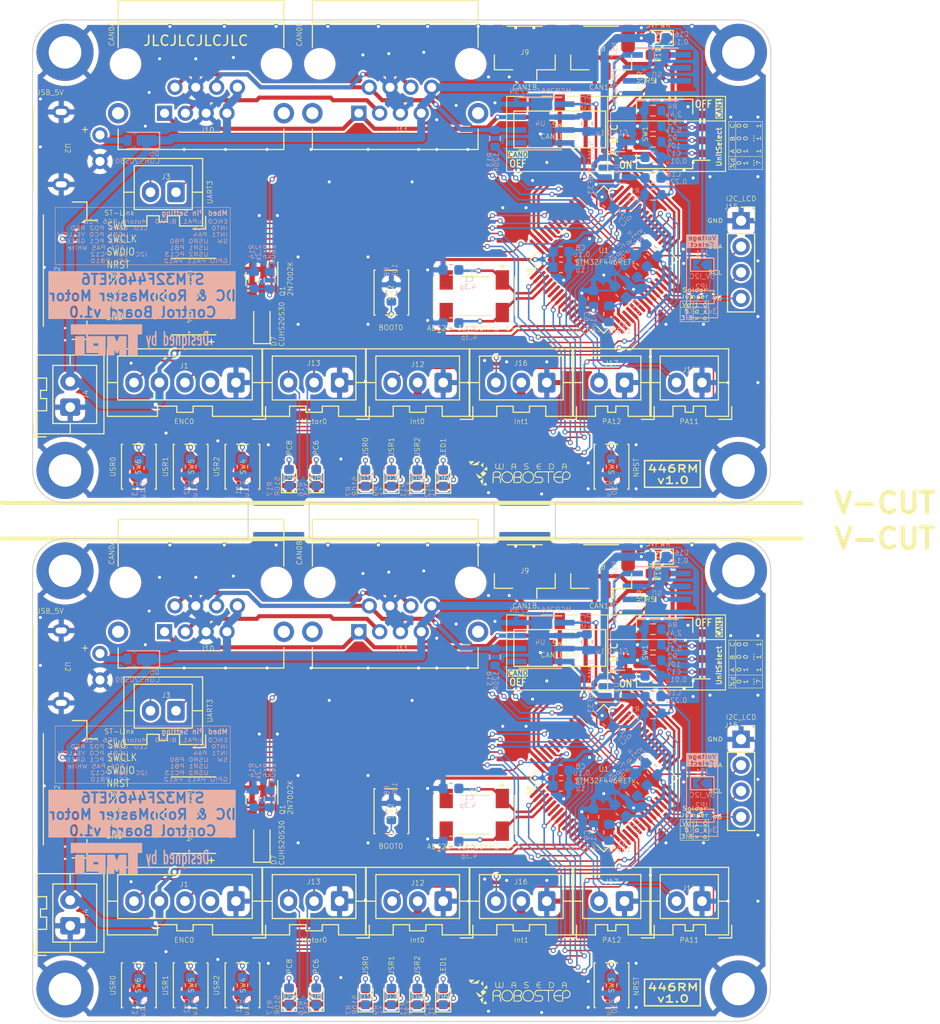
<source format=kicad_pcb>
(kicad_pcb (version 20221018) (generator pcbnew)
  (layers (0 "F.Cu" signal) (31 "B.Cu" signal) (34 "B.Paste" user) (35 "F.Paste" user) (36 "B.SilkS" user "B.Silkscreen") (37 "F.SilkS" user "F.Silkscreen") (38 "B.Mask" user) (39 "F.Mask" user) (44 "Edge.Cuts" user))
  (net 0 "")
  (net 1 "Board_0-+3.3VA")
  (net 2 "Board_0-+3V3")
  (net 3 "Board_0-5V_CAN0")
  (net 4 "Board_0-BOOT0")
  (net 5 "Board_0-BUZZER")
  (net 6 "Board_0-CAN_0+")
  (net 7 "Board_0-CAN_0-")
  (net 8 "Board_0-CAN_1+")
  (net 9 "Board_0-CAN_1-")
  (net 10 "Board_0-CAN_RD_0")
  (net 11 "Board_0-CAN_RD_1")
  (net 12 "Board_0-CAN_TD_0")
  (net 13 "Board_0-CAN_TD_1")
  (net 14 "Board_0-ENC0A_PA1")
  (net 15 "Board_0-ENC0B_PA0")
  (net 16 "Board_0-ENC1A_PB7")
  (net 17 "Board_0-ENC1B_PB6")
  (net 18 "Board_0-ENC3A_PB5")
  (net 19 "Board_0-ENC3B_PB4")
  (net 20 "Board_0-GND")
  (net 21 "Board_0-GPIO_PA11")
  (net 22 "Board_0-GPIO_PA12")
  (net 23 "Board_0-I2C2_SCL")
  (net 24 "Board_0-I2C2_SDA")
  (net 25 "Board_0-INT0")
  (net 26 "Board_0-INT1")
  (net 27 "Board_0-LED1")
  (net 28 "Board_0-Motor0CCW_PC8")
  (net 29 "Board_0-Motor0CW_PC6")
  (net 30 "Board_0-Motor1CCW_PC7")
  (net 31 "Board_0-Motor1CW_PC9")
  (net 32 "Board_0-Motor2CCW_PA7")
  (net 33 "Board_0-Motor2CW_PA6")
  (net 34 "Board_0-Motor3CCW_PB15")
  (net 35 "Board_0-Motor3CW_PB14")
  (net 36 "Board_0-NRST")
  (net 37 "Board_0-Net-(D1-A)")
  (net 38 "Board_0-Net-(D2-A)")
  (net 39 "Board_0-Net-(D3-K)")
  (net 40 "Board_0-Net-(D4-A)")
  (net 41 "Board_0-Net-(D5-A)")
  (net 42 "Board_0-Net-(D6-A)")
  (net 43 "Board_0-Net-(D7-A)")
  (net 44 "Board_0-Net-(D8-A)")
  (net 45 "Board_0-Net-(D9-A)")
  (net 46 "Board_0-Net-(J15-Pin_4)")
  (net 47 "Board_0-Net-(Q1-G)")
  (net 48 "Board_0-Net-(R2-Pad1)")
  (net 49 "Board_0-Net-(R3-Pad2)")
  (net 50 "Board_0-Net-(R4-Pad2)")
  (net 51 "Board_0-Net-(R5-Pad2)")
  (net 52 "Board_0-Net-(SW7-C)")
  (net 53 "Board_0-Net-(U1-PB2)")
  (net 54 "Board_0-Net-(U1-VCAP_1)")
  (net 55 "Board_0-Net-(U3-CS)")
  (net 56 "Board_0-OSCL_IN")
  (net 57 "Board_0-OSCL_OUT")
  (net 58 "Board_0-RJ45_3_0")
  (net 59 "Board_0-RJ45_6_0")
  (net 60 "Board_0-SPI2_CS")
  (net 61 "Board_0-SPI2_MISO")
  (net 62 "Board_0-SPI2_MOSI")
  (net 63 "Board_0-SPI2_SCK")
  (net 64 "Board_0-SWCLK")
  (net 65 "Board_0-SWDIO")
  (net 66 "Board_0-SWO")
  (net 67 "Board_0-UART3_RX")
  (net 68 "Board_0-UART3_TX")
  (net 69 "Board_0-USR_LED0")
  (net 70 "Board_0-USR_LED1")
  (net 71 "Board_0-USR_LED2")
  (net 72 "Board_0-USR_SW0")
  (net 73 "Board_0-USR_SW1")
  (net 74 "Board_0-USR_SW2")
  (net 75 "Board_0-UnitSelect")
  (net 76 "Board_0-VCP_RX")
  (net 77 "Board_0-VCP_TX")
  (net 78 "Board_0-unconnected-(J1-Pin_2-Pad2)")
  (net 79 "Board_0-unconnected-(U1-PA15-Pad50)")
  (net 80 "Board_0-unconnected-(U1-PH0-Pad5)")
  (net 81 "Board_0-unconnected-(U1-PH1-Pad6)")
  (net 82 "Board_0-unconnected-(U4-SPLIT-Pad5)")
  (net 83 "Board_0-unconnected-(U5-SPLIT-Pad5)")
  (net 84 "Board_0-unconnected-(Y1-NC_1-Pad2)")
  (net 85 "Board_0-unconnected-(Y1-NC_2-Pad3)")
  (net 86 "Board_1-+3.3VA")
  (net 87 "Board_1-+3V3")
  (net 88 "Board_1-5V_CAN0")
  (net 89 "Board_1-BOOT0")
  (net 90 "Board_1-BUZZER")
  (net 91 "Board_1-CAN_0+")
  (net 92 "Board_1-CAN_0-")
  (net 93 "Board_1-CAN_1+")
  (net 94 "Board_1-CAN_1-")
  (net 95 "Board_1-CAN_RD_0")
  (net 96 "Board_1-CAN_RD_1")
  (net 97 "Board_1-CAN_TD_0")
  (net 98 "Board_1-CAN_TD_1")
  (net 99 "Board_1-ENC0A_PA1")
  (net 100 "Board_1-ENC0B_PA0")
  (net 101 "Board_1-ENC1A_PB7")
  (net 102 "Board_1-ENC1B_PB6")
  (net 103 "Board_1-ENC3A_PB5")
  (net 104 "Board_1-ENC3B_PB4")
  (net 105 "Board_1-GND")
  (net 106 "Board_1-GPIO_PA11")
  (net 107 "Board_1-GPIO_PA12")
  (net 108 "Board_1-I2C2_SCL")
  (net 109 "Board_1-I2C2_SDA")
  (net 110 "Board_1-INT0")
  (net 111 "Board_1-INT1")
  (net 112 "Board_1-LED1")
  (net 113 "Board_1-Motor0CCW_PC8")
  (net 114 "Board_1-Motor0CW_PC6")
  (net 115 "Board_1-Motor1CCW_PC7")
  (net 116 "Board_1-Motor1CW_PC9")
  (net 117 "Board_1-Motor2CCW_PA7")
  (net 118 "Board_1-Motor2CW_PA6")
  (net 119 "Board_1-Motor3CCW_PB15")
  (net 120 "Board_1-Motor3CW_PB14")
  (net 121 "Board_1-NRST")
  (net 122 "Board_1-Net-(D1-A)")
  (net 123 "Board_1-Net-(D2-A)")
  (net 124 "Board_1-Net-(D3-K)")
  (net 125 "Board_1-Net-(D4-A)")
  (net 126 "Board_1-Net-(D5-A)")
  (net 127 "Board_1-Net-(D6-A)")
  (net 128 "Board_1-Net-(D7-A)")
  (net 129 "Board_1-Net-(D8-A)")
  (net 130 "Board_1-Net-(D9-A)")
  (net 131 "Board_1-Net-(J15-Pin_4)")
  (net 132 "Board_1-Net-(Q1-G)")
  (net 133 "Board_1-Net-(R2-Pad1)")
  (net 134 "Board_1-Net-(R3-Pad2)")
  (net 135 "Board_1-Net-(R4-Pad2)")
  (net 136 "Board_1-Net-(R5-Pad2)")
  (net 137 "Board_1-Net-(SW7-C)")
  (net 138 "Board_1-Net-(U1-PB2)")
  (net 139 "Board_1-Net-(U1-VCAP_1)")
  (net 140 "Board_1-Net-(U3-CS)")
  (net 141 "Board_1-OSCL_IN")
  (net 142 "Board_1-OSCL_OUT")
  (net 143 "Board_1-RJ45_3_0")
  (net 144 "Board_1-RJ45_6_0")
  (net 145 "Board_1-SPI2_CS")
  (net 146 "Board_1-SPI2_MISO")
  (net 147 "Board_1-SPI2_MOSI")
  (net 148 "Board_1-SPI2_SCK")
  (net 149 "Board_1-SWCLK")
  (net 150 "Board_1-SWDIO")
  (net 151 "Board_1-SWO")
  (net 152 "Board_1-UART3_RX")
  (net 153 "Board_1-UART3_TX")
  (net 154 "Board_1-USR_LED0")
  (net 155 "Board_1-USR_LED1")
  (net 156 "Board_1-USR_LED2")
  (net 157 "Board_1-USR_SW0")
  (net 158 "Board_1-USR_SW1")
  (net 159 "Board_1-USR_SW2")
  (net 160 "Board_1-UnitSelect")
  (net 161 "Board_1-VCP_RX")
  (net 162 "Board_1-VCP_TX")
  (net 163 "Board_1-unconnected-(J1-Pin_2-Pad2)")
  (net 164 "Board_1-unconnected-(U1-PA15-Pad50)")
  (net 165 "Board_1-unconnected-(U1-PH0-Pad5)")
  (net 166 "Board_1-unconnected-(U1-PH1-Pad6)")
  (net 167 "Board_1-unconnected-(U4-SPLIT-Pad5)")
  (net 168 "Board_1-unconnected-(U5-SPLIT-Pad5)")
  (net 169 "Board_1-unconnected-(Y1-NC_1-Pad2)")
  (net 170 "Board_1-unconnected-(Y1-NC_2-Pad3)")
  (footprint "MountingHole:MountingHole_3.2mm_M3_DIN965_Pad" (layer "F.Cu") (at 181.52 115.025)
    (fp_text reference "H3")
    (fp_text value "H")
  )
  (footprint "Connector_JST:JST_XA_B03B-XASK-1_1x03_P2.50mm_Vertical" (layer "F.Cu") (at 142.404 55.56 180)
    (fp_text reference "J13")
    (fp_text value "Motor0")
  )
  (footprint "Original:UGCT7525AN4" (layer "F.Cu") (at 130.466 49.53 180)
    (fp_text reference "LS1")
    (fp_text value "UGCT7525AN4")
  )
  (footprint "Original:SW_SPST_PTS810_HandSolder" (layer "F.Cu") (at 147.484 46.738 -90)
    (fp_text reference "SW2")
    (fp_text value "BOOT0")
  )
  (footprint "Original:aki_USB_mB_PWR" (layer "F.Cu") (at 118.909 32.573 -90)
    (fp_text reference "U2")
    (fp_text value "USB_5V")
  )
  (footprint "Connector_JST:JST_XA_B02B-XASK-1_1x02_P2.50mm_Vertical" (layer "F.Cu") (at 126.362 87.741 180)
    (fp_text reference "J3")
    (fp_text value "UART3")
  )
  (footprint "MountingHole:MountingHole_3.2mm_M3_DIN965_Pad" (layer "F.Cu") (at 181.52 23.175)
    (fp_text reference "H4")
    (fp_text value "H")
  )
  (footprint "Original:JST_GH_SM02B-GHS-TB_1x02-1MP_P1.25mm_Horizontal_Handsolder" (layer "F.Cu") (at 160.565 23.175 180)
    (fp_text reference "J9")
    (fp_text value "CAN1B")
  )
  (footprint "Connector_JST:JST_XA_B05B-XASK-1_1x05_P2.50mm_Vertical" (layer "F.Cu") (at 132.244 55.56 180)
    (fp_text reference "J1")
    (fp_text value "ENC0")
  )
  (footprint "Original:SW_SPST_PTS810_HandSolder" (layer "F.Cu") (at 169.074 114.665 90)
    (fp_text reference "SW3")
    (fp_text value "NRST")
  )
  (footprint "LED_SMD:LED_0603_1608Metric" (layer "F.Cu") (at 137.451 115.7195 90)
    (fp_text reference "D9")
    (fp_text value "PC8")
  )
  (footprint "Resistor_SMD:R_0603_1608Metric" (layer "F.Cu") (at 173.646 23.429)
    (fp_text reference "R10")
    (fp_text value "1k" hide)
  )
  (footprint "Resistor_SMD:R_0603_1608Metric" (layer "F.Cu") (at 172.884 25.969 -90)
    (fp_text reference "R5")
    (fp_text value "120R")
  )
  (footprint "LED_SMD:LED_0603_1608Metric" (layer "F.Cu") (at 147.484 115.7825 90)
    (fp_text reference "D2")
    (fp_text value "USR1")
  )
  (footprint "Connector_JST:JST_XA_B03B-XASK-1_1x03_P2.50mm_Vertical" (layer "F.Cu") (at 152.564 55.56 180)
    (fp_text reference "J12")
    (fp_text value "Int0")
  )
  (footprint "Connector_JST:JST_XA_B02B-XASK-1_1x02_P2.50mm_Vertical" (layer "F.Cu") (at 115.988 108.823 90)
    (fp_text reference "J4")
    (fp_text value "5V_IO" hide)
  )
  (footprint "Original:slide_SW" (layer "F.Cu") (at 163.998 81.5815 90)
    (fp_text reference "SW7")
    (fp_text value "CAN_END0")
  )
  (footprint "Button_Switch_SMD:SW_DIP_SPSTx04_Slide_KingTek_DSHP04TS_W7.62mm_P1.27mm" (layer "F.Cu") (at 174.281 82.026 180)
    (fp_text reference "SW1")
    (fp_text value "UnitSelect")
  )
  (footprint "Connector_JST:JST_XA_B02B-XASK-1_1x02_P2.50mm_Vertical" (layer "F.Cu") (at 177.944 106.41 180)
    (fp_text reference "J14")
    (fp_text value "PA11")
  )
  (footprint "Connector_JST:JST_XA_B02B-XASK-1_1x02_P2.50mm_Vertical" (layer "F.Cu") (at 126.362 36.891 180)
    (fp_text reference "J3")
    (fp_text value "UART3")
  )
  (footprint "Connector_JST:JST_XA_B02B-XASK-1_1x02_P2.50mm_Vertical" (layer "F.Cu") (at 115.988 57.973 90)
    (fp_text reference "J4")
    (fp_text value "5V_IO" hide)
  )
  (footprint "LED_SMD:LED_0603_1608Metric" (layer "F.Cu") (at 152.564 115.7825 90)
    (fp_text reference "D6")
    (fp_text value "LED1")
  )
  (footprint "Package_QFP:LQFP-64_10x10mm_P0.5mm" (layer "F.Cu") (at 168.312 94.345 45)
    (fp_text reference "U1")
    (fp_text value "STM32F446RETx")
  )
  (footprint "LED_SMD:LED_0603_1608Metric" (layer "F.Cu") (at 150.024 115.7825 90)
    (fp_text reference "D4")
    (fp_text value "USR2")
  )
  (footprint "Original:SW_SPST_PTS810_HandSolder" (layer "F.Cu") (at 132.879 114.665 90)
    (fp_text reference "SW4")
    (fp_text value "USR2")
  )
  (footprint "Original:Kai_LAN_RJ45_Neltron_Industrial_7810-8P8C" (layer "F.Cu") (at 125.242 29.144 180)
    (fp_text reference "J10")
    (fp_text value "CAN0A")
  )
  (footprint "Connector_JST:JST_XA_B03B-XASK-1_1x03_P2.50mm_Vertical" (layer "F.Cu") (at 142.404 106.41 180)
    (fp_text reference "J13")
    (fp_text value "Motor0")
  )
  (footprint "Resistor_SMD:R_0603_1608Metric" (layer "F.Cu") (at 173.646 74.279)
    (fp_text reference "R10")
    (fp_text value "1k" hide)
  )
  (footprint "LED_SMD:LED_0603_1608Metric" (layer "F.Cu") (at 144.944 64.9325 90)
    (fp_text reference "D1")
    (fp_text value "USR0")
  )
  (footprint "LED_SMD:LED_0603_1608Metric" (layer "F.Cu") (at 173.646 21.778 180)
    (fp_text reference "D3")
    (fp_text value "5VPWR")
  )
  (footprint "Connector_JST:JST_GH_SM08B-GHS-TB_1x08-1MP_P1.25mm_Horizontal" (layer "F.Cu") (at 115.916 95.438 -90)
    (fp_text reference "J2")
    (fp_text value "ST-Link")
  )
  (footprint "Original:SW_SPST_PTS810_HandSolder" (layer "F.Cu") (at 169.074 63.815 90)
    (fp_text reference "SW3")
    (fp_text value "NRST")
  )
  (footprint "Original:JST_GH_SM02B-GHS-TB_1x02-1MP_P1.25mm_Horizontal_Handsolder" (layer "F.Cu") (at 168.058 74.025 180)
    (fp_text reference "J8")
    (fp_text value "CAN1A")
  )
  (footprint "MountingHole:MountingHole_3.2mm_M3_DIN965_Pad" (layer "F.Cu") (at 181.52 74.025)
    (fp_text reference "H4")
    (fp_text value "H")
  )
  (footprint "Original:ROBOSTEP_LOGO_B_10mm" (layer "F.Cu") (at 160.057 64.45)
    (fp_text reference "G***" hide)
    (fp_text value "LOGO" hide)
  )
  (footprint "Original:Kai_LAN_RJ45_Neltron_Industrial_7810-8P8C" (layer "F.Cu") (at 144.292 79.994 180)
    (fp_text reference "J11")
    (fp_text value "CAN0B")
  )
  (footprint "Original:JST_GH_SM02B-GHS-TB_1x02-1MP_P1.25mm_Horizontal_Handsolder" (layer "F.Cu") (at 168.058 23.175 180)
    (fp_text reference "J8")
    (fp_text value "CAN1A")
  )
  (footprint "Connector_JST:JST_XA_B02B-XASK-1_1x02_P2.50mm_Vertical" (layer "F.Cu") (at 177.944 55.56 180)
    (fp_text reference "J14")
    (fp_text value "PA11")
  )
  (footprint "LED_SMD:LED_0603_1608Metric" (layer "F.Cu") (at 140.118 64.8695 90)
    (fp_text reference "D8")
    (fp_text value "PC6")
  )
  (footprint "Diode_SMD:D_TUMD2" (layer "F.Cu") (at 134.784 49.83 90)
    (fp_text reference "D7")
    (fp_text value "CUHS20S30")
  )
  (footprint "Original:JST_GH_SM02B-GHS-TB_1x02-1MP_P1.25mm_Horizontal_Handsolder" (layer "F.Cu") (at 160.565 74.025 180)
    (fp_text reference "J9")
    (fp_text value "CAN1B")
  )
  (footprint "Package_TO_SOT_SMD:SOT-23" (layer "F.Cu") (at 134.784 45.4 -90)
    (fp_text reference "Q1")
    (fp_text value "2N7002K")
  )
  (footprint "LED_SMD:LED_0603_1608Metric" (layer "F.Cu") (at 144.944 115.7825 90)
    (fp_text reference "D1")
    (fp_text value "USR0")
  )
  (footprint "LED_SMD:LED_0603_1608Metric" (layer "F.Cu") (at 152.564 64.9325 90)
    (fp_text reference "D6")
    (fp_text value "LED1")
  )
  (footprint "Connector_JST:JST_XA_B02B-XASK-1_1x02_P2.50mm_Vertical" (layer "F.Cu") (at 170.344 106.41 180)
    (fp_text reference "J17")
    (fp_text value "PA12")
  )
  (footprint "Original:slide_SW" (layer "F.Cu") (at 163.998 30.7315 90)
    (fp_text reference "SW7")
    (fp_text value "CAN_END0")
  )
  (footprint "LED_SMD:LED_0603_1608Metric" (layer "F.Cu") (at 150.024 64.9325 90)
    (fp_text reference "D4")
    (fp_text value "USR2")
  )
  (footprint "Connector_JST:JST_XA_B02B-XASK-1_1x02_P2.50mm_Vertical" (layer "F.Cu") (at 170.344 55.56 180)
    (fp_text reference "J17")
    (fp_text value "PA12")
  )
  (footprint "Connector_PinSocket_2.54mm:PinSocket_1x04_P2.54mm_Vertical" (layer "F.Cu") (at 181.774 39.685)
    (fp_text reference "J15")
    (fp_text value "I2C_LCD")
  )
  (footprint "Connector_JST:JST_XA_B03B-XASK-1_1x03_P2.50mm_Vertical" (layer "F.Cu") (at 162.724 55.56 180)
    (fp_text reference "J16")
    (fp_text value "Int1")
  )
  (footprint "Original:SW_SPST_PTS810_HandSolder" (layer "F.Cu") (at 127.799 114.665 90)
    (fp_text reference "SW5")
    (fp_text value "USR1")
  )
  (footprint "LED_SMD:LED_0603_1608Metric" (layer "F.Cu") (at 147.484 64.9325 90)
    (fp_text reference "D2")
    (fp_text value "USR1")
  )
  (footprint "Original:Kai_LAN_RJ45_Neltron_Industrial_7810-8P8C" (layer "F.Cu") (at 125.242 79.994 180)
    (fp_text reference "J10")
    (fp_text value "CAN0A")
  )
  (footprint "Original:ROBOSTEP_LOGO_B_10mm" (layer "F.Cu") (at 160.057 115.3)
    (fp_text reference "G***" hide)
    (fp_text value "LOGO" hide)
  )
  (footprint "Connector_JST:JST_XA_B03B-XASK-1_1x03_P2.50mm_Vertical" (layer "F.Cu") (at 162.724 106.41 180)
    (fp_text reference "J16")
    (fp_text value "Int1")
  )
  (footprint "Connector_JST:JST_XA_B05B-XASK-1_1x05_P2.50mm_Vertical" (layer "F.Cu") (at 132.244 106.41 180)
    (fp_text reference "J1")
    (fp_text value "ENC0")
  )
  (footprint "MountingHole:MountingHole_3.2mm_M3_DIN965_Pad" (layer "F.Cu") (at 115.48 74.025)
    (fp_text reference "H1")
    (fp_text value "H")
  )
  (footprint "LED_SMD:LED_0603_1608Metric" (layer "F.Cu") (at 140.118 115.7195 90)
    (fp_text reference "D8")
    (fp_text value "PC6")
  )
  (footprint "Package_TO_SOT_SMD:SOT-23" (layer "F.Cu") (at 134.784 96.25 -90)
    (fp_text reference "Q1")
    (fp_text value "2N7002K")
  )
  (footprint "Diode_SMD:D_TUMD2" (layer "F.Cu") (at 134.784 100.68 90)
    (fp_text reference "D7")
    (fp_text value "CUHS20S30")
  )
  (footprint "Connector_PinSocket_2.54mm:PinSocket_1x04_P2.54mm_Vertical" (layer "F.Cu") (at 181.774 90.535)
    (fp_text reference "J15")
    (fp_text value "I2C_LCD")
  )
  (footprint "Resistor_SMD:R_0603_1608Metric" (layer "F.Cu") (at 172.884 76.819 -90)
    (fp_text reference "R5")
    (fp_text value "120R")
  )
  (footprint "LED_SMD:LED_0603_1608Metric" (layer "F.Cu") (at 173.646 72.628 180)
    (fp_text reference "D3")
    (fp_text value "5VPWR")
  )
  (footprint "MountingHole:MountingHole_3.2mm_M3_DIN965_Pad" (layer "F.Cu") (at 181.52 64.175)
    (fp_text reference "H3")
    (fp_text value "H")
  )
  (footprint "Original:SW_SPST_PTS810_HandSolder" (layer "F.Cu") (at 122.719 114.665 90)
    (fp_text reference "SW6")
    (fp_text value "USR0")
  )
  (footprint "SamacSys_Parts:ABS2532768KHZT" (layer "F.Cu") (at 155.612 97.393 180)
    (fp_text reference "Y1")
    (fp_text value "ABS25-32.768KHZ-6-T")
  )
  (footprint "Connector_JST:JST_XA_B03B-XASK-1_1x03_P2.50mm_Vertical" (layer "F.Cu") (at 152.564 106.41 180)
    (fp_text reference "J12")
    (fp_text value "Int0")
  )
  (footprint "MountingHole:MountingHole_3.2mm_M3_DIN965_Pad" (layer "F.Cu") (at 115.48 64.175)
    (fp_text reference "H2")
    (fp_text value "H")
  )
  (footprint "LED_SMD:LED_0603_1608Metric" (layer "F.Cu") (at 137.451 64.8695 90)
    (fp_text reference "D9")
    (fp_text value "PC8")
  )
  (footprint "Original:SW_SPST_PTS810_HandSolder" (layer "F.Cu") (at 122.719 63.815 90)
    (fp_text reference "SW6")
    (fp_text value "USR0")
  )
  (footprint "Original:aki_USB_mB_PWR" (layer "F.Cu") (at 118.909 83.423 -90)
    (fp_text reference "U2")
    (fp_text value "USB_5V")
  )
  (footprint "SamacSys_Parts:ABS2532768KHZT" (layer "F.Cu") (at 155.612 46.543 180)
    (fp_text reference "Y1")
    (fp_text value "ABS25-32.768KHZ-6-T")
  )
  (footprint "Package_QFP:LQFP-64_10x10mm_P0.5mm" (layer "F.Cu") (at 168.312 43.495 45)
    (fp_text reference "U1")
    (fp_text value "STM32F446RETx")
  )
  (footprint "Connector_JST:JST_GH_SM08B-GHS-TB_1x08-1MP_P1.25mm_Horizontal" (layer "F.Cu") (at 115.916 44.588 -90)
    (fp_text reference "J2")
    (fp_text value "ST-Link")
  )
  (footprint "MountingHole:MountingHole_3.2mm_M3_DIN965_Pad" (layer "F.Cu") (at 115.48 23.175)
    (fp_text reference "H1")
    (fp_text value "H")
  )
  (footprint "Button_Switch_SMD:SW_DIP_SPSTx04_Slide_KingTek_DSHP04TS_W7.62mm_P1.27mm" (layer "F.Cu") (at 174.281 31.176 180)
    (fp_text reference "SW1")
    (fp_text value "UnitSelect")
  )
  (footprint "Original:Kai_LAN_RJ45_Neltron_Industrial_7810-8P8C" (layer "F.Cu") (at 144.292 29.144 180)
    (fp_text reference "J11")
    (fp_text value "CAN0B")
  )
  (footprint "Original:SW_SPST_PTS810_HandSolder" (layer "F.Cu") (at 127.799 63.815 90)
    (fp_text reference "SW5")
    (fp_text value "USR1")
  )
  (footprint "Original:SW_SPST_PTS810_HandSolder" (layer "F.Cu") (at 132.879 63.815 90)
    (fp_text reference "SW4")
    (fp_text value "USR2")
  )
  (footprint "Original:SW_SPST_PTS810_HandSolder" (layer "F.Cu") (at 147.484 97.588 -90)
    (fp_text reference "SW2")
    (fp_text value "BOOT0")
  )
  (footprint "MountingHole:MountingHole_3.2mm_M3_DIN965_Pad" (layer "F.Cu") (at 115.48 115.025)
    (fp_text reference "H2")
    (fp_text value "H")
  )
  (footprint "Original:UGCT7525AN4" (layer "F.Cu") (at 130.466 100.38 180)
    (fp_text reference "LS1")
    (fp_text value "UGCT7525AN4")
  )
  (footprint "Resistor_SMD:R_0603_1608Metric" (layer "B.Cu") (at 157.644 31.62 90)
    (fp_text reference "R13")
    (fp_text value "120R")
  )
  (footprint "Resistor_SMD:R_0603_1608Metric" (layer "B.Cu") (at 173.138 30.414)
    (fp_text reference "R3")
    (fp_text value "5.1k")
  )
  (footprint "Resistor_SMD:R_0603_1608Metric" (layer "B.Cu") (at 134.022 45.527 -90)
    (fp_text reference "R14")
    (fp_text value "2.2k")
  )
  (footprint "Capacitor_SMD:C_0603_1608Metric" (layer "B.Cu") (at 127.799 63.815 -90)
    (fp_text reference "C12")
    (fp_text value "0.1u")
  )
  (footprint "Capacitor_SMD:C_0603_1608Metric" (layer "B.Cu") (at 166.661 81.01 -90)
    (fp_text reference "C15")
    (fp_text value "0.1u")
  )
  (footprint "Capacitor_SMD:C_0603_1608Metric" (layer "B.Cu") (at 169.963 46.67 135)
    (fp_text reference "C4")
    (fp_text value "0.1u")
  )
  (footprint "Capacitor_SMD:C_0603_1608Metric" (layer "B.Cu") (at 169.074 114.665 -90)
    (fp_text reference "C10")
    (fp_text value "0.1u")
  )
  (footprint "Resistor_SMD:R_0603_1608Metric" (layer "B.Cu") (at 137.451 64.895 90)
    (fp_text reference "R17")
    (fp_text value "510R")
  )
  (footprint "Resistor_SMD:R_0603_1608Metric" (layer "B.Cu") (at 144.944 64.895 90)
    (fp_text reference "R7")
    (fp_text value "510R")
  )
  (footprint "Capacitor_SMD:C_0603_1608Metric" (layer "B.Cu") (at 169.201 32.065)
    (fp_text reference "C14")
    (fp_text value "0.1u")
  )
  (footprint "Capacitor_SMD:C_0603_1608Metric" (layer "B.Cu") (at 173.011 93.456 -45)
    (fp_text reference "C5")
    (fp_text value "0.1u")
  )
  (footprint "Capacitor_SMD:C_0603_1608Metric" (layer "B.Cu") (at 173.138 84.312)
    (fp_text reference "C17")
    (fp_text value "0.01u")
  )
  (footprint "Resistor_SMD:R_0603_1608Metric" (layer "B.Cu") (at 150.024 64.895 90)
    (fp_text reference "R11")
    (fp_text value "3.3k")
  )
  (footprint "Resistor_SMD:R_0603_1608Metric" (layer "B.Cu") (at 137.451 115.745 90)
    (fp_text reference "R17")
    (fp_text value "510R")
  )
  (footprint "Capacitor_SMD:C_0603_1608Metric" (layer "B.Cu") (at 127.799 114.665 -90)
    (fp_text reference "C12")
    (fp_text value "0.1u")
  )
  (footprint "Capacitor_SMD:C_0603_1608Metric" (layer "B.Cu") (at 153.326 95.361 180)
    (fp_text reference "C1")
    (fp_text value "4.3p")
  )
  (footprint "Resistor_SMD:R_0603_1608Metric" (layer "B.Cu") (at 134.022 96.377 -90)
    (fp_text reference "R14")
    (fp_text value "2.2k")
  )
  (footprint "Resistor_SMD:R_0603_1608Metric" (layer "B.Cu") (at 170.979 44.638 -45)
    (fp_text reference "R6")
    (fp_text value "10k")
  )
  (footprint "MCP2561_E_SN:SOIC8-N_MC_MCH" (layer "B.Cu") (at 162.089 81.01 180)
    (fp_text reference "U4")
    (fp_text value "MCP2561-E/SN")
  )
  (footprint "Resistor_SMD:R_0603_1608Metric" (layer "B.Cu") (at 157.644 82.47 90)
    (fp_text reference "R13")
    (fp_text value "120R")
  )
  (footprint "Capacitor_SMD:C_0603_1608Metric" (layer "B.Cu") (at 164.121 44.257 180)
    (fp_text reference "C3")
    (fp_text value "1u")
  )
  (footprint "Resistor_SMD:R_0603_1608Metric" (layer "B.Cu") (at 173.138 79.74)
    (fp_text reference "R4")
    (fp_text value "2.4k")
  )
  (footprint "Capacitor_SMD:C_0603_1608Metric" (layer "B.Cu") (at 169.074 63.815 -90)
    (fp_text reference "C10")
    (fp_text value "0.1u")
  )
  (footprint "Resistor_SMD:R_0603_1608Metric" (layer "B.Cu") (at 147.484 97.647 -90)
    (fp_text reference "R8")
    (fp_text value "10k")
  )
  (footprint "Original:TMPI_LOGO_7mm_Fill" (layer "B.Cu") (at 119.544 51.369 180)
    (fp_text reference "G***" hide)
    (fp_text value "LOGO" hide)
  )
  (footprint "Original:solderbridge" (layer "B.Cu") (at 177.964 98.028 180)
    (fp_text reference "JP2")
    (fp_text value "3v3_I2C")
  )
  (footprint "Capacitor_SMD:C_0603_1608Metric" (layer "B.Cu") (at 153.326 49.718 180)
    (fp_text reference "C2")
    (fp_text value "4.3p")
  )
  (footprint "Original:solderbridge" (layer "B.Cu") (at 177.964 94.853 180)
    (fp_text reference "JP1")
    (fp_text value "5V_I2C")
  )
  (footprint "Package_TO_SOT_SMD:SOT-23-5" (layer "B.Cu") (at 169.582 34.478)
    (fp_text reference "U3")
    (fp_text value "NJM12788F33")
  )
  (footprint "Capacitor_SMD:C_0603_1608Metric" (layer "B.Cu") (at 164.121 95.107 180)
    (fp_text reference "C3")
    (fp_text value "1u")
  )
  (footprint "Resistor_SMD:R_0603_1608Metric" (layer "B.Cu") (at 173.138 87.995)
    (fp_text reference "R1")
    (fp_text value "1k5")
  )
  (footprint "Inductor_SMD:L_0603_1608Metric" (layer "B.Cu") (at 168.82 99.679 -90)
    (fp_text reference "FB1")
    (fp_text value "FerriteBead" hide)
  )
  (footprint "Capacitor_SMD:C_0603_1608Metric" (layer "B.Cu") (at 173.011 42.606 -45)
    (fp_text reference "C5")
    (fp_text value "0.1u")
  )
  (footprint "Capacitor_SMD:C_0603_1608Metric" (layer "B.Cu") (at 168.693 88.757 135)
    (fp_text reference "C7")
    (fp_text value "0.1u")
  )
  (footprint "Resistor_SMD:R_0603_1608Metric" (layer "B.Cu") (at 135.546 96.377 -90)
    (fp_text reference "R15")
    (fp_text value "200R")
  )
  (footprint "Resistor_SMD:R_0603_1608Metric" (layer "B.Cu") (at 152.564 64.895 90)
    (fp_text reference "R12")
    (fp_text value "1k")
  )
  (footprint "Capacitor_SMD:C_0603_1608Metric" (layer "B.Cu") (at 171.995 43.622 135)
    (fp_text reference "C6")
    (fp_text value "4.7u")
  )
  (footprint "Capacitor_SMD:C_0603_1608Metric" (layer "B.Cu") (at 169.963 97.52 135)
    (fp_text reference "C4")
    (fp_text value "0.1u")
  )
  (footprint "Resistor_SMD:R_0603_1608Metric" (layer "B.Cu") (at 152.564 115.745 90)
    (fp_text reference "R12")
    (fp_text value "1k")
  )
  (footprint "Resistor_SMD:R_0603_1608Metric" (layer "B.Cu") (at 150.024 115.745 90)
    (fp_text reference "R11")
    (fp_text value "3.3k")
  )
  (footprint "Resistor_SMD:R_0603_1608Metric" (layer "B.Cu") (at 147.484 64.895 90)
    (fp_text reference "R9")
    (fp_text value "1k")
  )
  (footprint "Resistor_SMD:R_0603_1608Metric" (layer "B.Cu") (at 144.944 115.745 90)
    (fp_text reference "R7")
    (fp_text value "510R")
  )
  (footprint "Resistor_SMD:R_0603_1608Metric" (layer "B.Cu") (at 173.138 81.264)
    (fp_text reference "R3")
    (fp_text value "5.1k")
  )
  (footprint "Capacitor_SMD:C_0603_1608Metric" (layer "B.Cu") (at 132.879 114.665 -90)
    (fp_text reference "C11")
    (fp_text value "0.1u")
  )
  (footprint "Capacitor_SMD:C_0603_1608Metric" (layer "B.Cu") (at 173.138 86.344)
    (fp_text reference "C18")
    (fp_text value "0.22u")
  )
  (footprint "Capacitor_SMD:C_0603_1608Metric" (layer "B.Cu") (at 168.693 37.907 135)
    (fp_text reference "C7")
    (fp_text value "0.1u")
  )
  (footprint "Capacitor_SMD:C_0603_1608Metric" (layer "B.Cu") (at 153.326 44.511 180)
    (fp_text reference "C1")
    (fp_text value "4.3p")
  )
  (footprint "MCP2561_E_SN:SOIC8-N_MC_MCH" (layer "B.Cu") (at 173.519 25.334)
    (fp_text reference "U5")
    (fp_text value "MCP2561-E/SN")
  )
  (footprint "Original:TMPI_LOGO_7mm_Fill" (layer "B.Cu") (at 119.544 102.219 180)
    (fp_text reference "G***" hide)
    (fp_text value "LOGO" hide)
  )
  (footprint "Capacitor_SMD:C_0603_1608Metric" (layer "B.Cu") (at 173.646 72.628 180)
    (fp_text reference "C16")
    (fp_text value "0.1u")
  )
  (footprint "Resistor_SMD:R_0603_1608Metric" (layer "B.Cu") (at 170.979 95.488 -45)
    (fp_text reference "R6")
    (fp_text value "10k")
  )
  (footprint "Resistor_SMD:R_0603_1608Metric" (layer "B.Cu") (at 147.484 46.797 -90)
    (fp_text reference "R8")
    (fp_text value "10k")
  )
  (footprint "Capacitor_SMD:C_0603_1608Metric" (layer "B.Cu") (at 164.121 42.733)
    (fp_text reference "C8")
    (fp_text value "0.1u")
  )
  (footprint "Diode_SMD:D_TUMD2" (layer "B.Cu") (at 122.846 82.661 180)
    (fp_text reference "D5")
    (fp_text value "CUHS20S30")
  )
  (footprint "Capacitor_SMD:C_0603_1608Metric" (layer "B.Cu") (at 164.121 93.583)
    (fp_text reference "C8")
    (fp_text value "0.1u")
  )
  (footprint "Capacitor_SMD:C_0603_1608Metric" (layer "B.Cu") (at 169.201 82.915)
    (fp_text reference "C14")
    (fp_text value "0.1u")
  )
  (footprint "Capacitor_SMD:C_0603_1608Metric" (layer "B.Cu") (at 173.138 35.494)
    (fp_text reference "C18")
    (fp_text value "0.22u")
  )
  (footprint "Resistor_SMD:R_0603_1608Metric" (layer "B.Cu") (at 140.118 115.745 90)
    (fp_text reference "R16")
    (fp_text value "3k3")
  )
  (footprint "Capacitor_SMD:C_0603_1608Metric" (layer "B.Cu") (at 132.879 63.815 -90)
    (fp_text reference "C11")
    (fp_text value "0.1u")
  )
  (footprint "Resistor_SMD:R_0603_1608Metric" (layer "B.Cu") (at 135.546 45.527 -90)
    (fp_text reference "R15")
    (fp_text value "200R")
  )
  (footprint "Capacitor_SMD:C_0603_1608Metric" (layer "B.Cu") (at 171.995 94.472 135)
    (fp_text reference "C6")
    (fp_text value "4.7u")
  )
  (footprint "MCP2561_E_SN:SOIC8-N_MC_MCH" (layer "B.Cu") (at 162.089 30.16 180)
    (fp_text reference "U4")
    (fp_text value "MCP2561-E/SN")
  )
  (footprint "Resistor_SMD:R_0603_1608Metric" (layer "B.Cu") (at 173.138 37.145)
    (fp_text reference "R1")
    (fp_text value "1k5")
  )
  (footprint "Capacitor_SMD:C_0603_1608Metric" (layer "B.Cu") (at 153.326 100.568 180)
    (fp_text reference "C2")
    (fp_text value "4.3p")
  )
  (footprint "Capacitor_SMD:C_0603_1608Metric" (layer "B.Cu") (at 122.719 114.792 -90)
    (fp_text reference "C13")
    (fp_text value "0.1u")
  )
  (footprint "Capacitor_SMD:C_0603_1608Metric" (layer "B.Cu") (at 173.138 33.462)
    (fp_text reference "C17")
    (fp_text value "0.01u")
  )
  (footprint "Resistor_SMD:R_0603_1608Metric" (layer "B.Cu") (at 147.484 115.745 90)
    (fp_text reference "R9")
    (fp_text value "1k")
  )
  (footprint "Capacitor_SMD:C_0603_1608Metric" (layer "B.Cu") (at 166.661 30.16 -90)
    (fp_text reference "C15")
    (fp_text value "0.1u")
  )
  (footprint "Capacitor_SMD:C_0603_1608Metric" (layer "B.Cu") (at 167.296 98.155 90)
    (fp_text reference "C9")
    (fp_text value "0.1u")
  )
  (footprint "Original:solderbridge" (layer "B.Cu") (at 177.964 47.178 180)
    (fp_text reference "JP2")
    (fp_text value "3v3_I2C")
  )
  (footprint "Resistor_SMD:R_0603_1608Metric" (layer "B.Cu") (at 173.138 82.788 180)
    (fp_text reference "R2")
    (fp_text value "10k")
  )
  (footprint "Package_TO_SOT_SMD:SOT-23-5" (layer "B.Cu") (at 169.582 85.328)
    (fp_text reference "U3")
    (fp_text value "NJM12788F33")
  )
  (footprint "Resistor_SMD:R_0603_1608Metric" (layer "B.Cu") (at 140.118 64.895 90)
    (fp_text reference "R16")
    (fp_text value "3k3")
  )
  (footprint "Resistor_SMD:R_0603_1608Metric" (layer "B.Cu") (at 173.138 31.938 180)
    (fp_text reference "R2")
    (fp_text value "10k")
  )
  (footprint "Capacitor_SMD:C_0603_1608Metric" (layer "B.Cu") (at 167.296 47.305 90)
    (fp_text reference "C9")
    (fp_text value "0.1u")
  )
  (footprint "Capacitor_SMD:C_0603_1608Metric" (layer "B.Cu") (at 122.719 63.942 -90)
    (fp_text reference "C13")
    (fp_text value "0.1u")
  )
  (footprint "Inductor_SMD:L_0603_1608Metric" (layer "B.Cu") (at 168.82 48.829 -90)
    (fp_text reference "FB1")
    (fp_text value "FerriteBead" hide)
  )
  (footprint "Original:solderbridge" (layer "B.Cu") (at 177.964 44.003 180)
    (fp_text reference "JP1")
    (fp_text value "5V_I2C")
  )
  (footprint "Resistor_SMD:R_0603_1608Metric" (layer "B.Cu") (at 173.138 28.89)
    (fp_text reference "R4")
    (fp_text value "2.4k")
  )
  (footprint "MCP2561_E_SN:SOIC8-N_MC_MCH" (layer "B.Cu") (at 173.519 76.184)
    (fp_text reference "U5")
    (fp_text value "MCP2561-E/SN")
  )
  (footprint "Capacitor_SMD:C_0603_1608Metric" (layer "B.Cu") (at 173.646 21.778 180)
    (fp_text reference "C16")
    (fp_text value "0.1u")
  )
  (footprint "Diode_SMD:D_TUMD2" (layer "B.Cu") (at 122.846 31.811 180)
    (fp_text reference "D5")
    (fp_text value "CUHS20S30")
  )
  (gr_rect (start 114.5148 89.2396) (end 131.6852 94.853) (stroke (width 0.05)) (fill none) (layer "B.SilkS"))
  (gr_rect (start 176.44 91.932) (end 179.488 100.06) (stroke (width 0.1)) (fill none) (layer "B.SilkS"))
  (gr_line (start 179.488 91.986955) (end 179.488 93.129955) (stroke (width 0.1)) (layer "B.SilkS"))
  (gr_line (start 179.411248 41.123902) (end 179.411248 42.266902) (stroke (width 0.1)) (layer "B.SilkS"))
  (gr_line (start 179.411248 91.973902) (end 179.411248 93.116902) (stroke (width 0.1)) (layer "B.SilkS"))
  (gr_line (start 176.53419 41.136955) (end 176.53419 42.279955) (stroke (width 0.1)) (layer "B.SilkS"))
  (gr_line (start 179.488 41.136955) (end 179.488 42.279955) (stroke (width 0.1)) (layer "B.SilkS"))
  (gr_rect (start 176.44 41.082) (end 179.488 49.21) (stroke (width 0.1)) (fill none) (layer "B.SilkS"))
  (gr_line (start 176.437163 42.320608) (end 179.485163 42.320608) (stroke (width 0.1)) (layer "B.SilkS"))
  (gr_rect (start 114.5148 38.3896) (end 131.6852 44.003) (stroke (width 0.05)) (fill none) (layer "B.SilkS"))
  (gr_line (start 176.437163 93.170608) (end 179.485163 93.170608) (stroke (width 0.1)) (layer "B.SilkS"))
  (gr_line (start 176.53419 91.986955) (end 176.53419 93.129955) (stroke (width 0.1)) (layer "B.SilkS"))
  (gr_line (start 109.305 70.855) (end 187.695 70.855) (stroke (width 0.4)) (layer "F.SilkS"))
  (gr_line (start 180.573544 84.241482) (end 183.875544 84.241482) (stroke (width 0.05)) (layer "F.SilkS"))
  (gr_line (start 175.805 100.441) (end 178.599 100.441) (stroke (width 0.05)) (layer "F.SilkS"))
  (gr_line (start 109.305 67.355) (end 187.695 67.355) (stroke (width 0.4)) (layer "F.SilkS"))
  (gr_line (start 178.599 47.559) (end 178.599 49.591) (stroke (width 0.05)) (layer "F.SilkS"))
  (gr_line (start 180.573544 85.511482) (end 183.875544 85.511482) (stroke (width 0.05)) (layer "F.SilkS"))
  (gr_line (start 183.875544 34.661482) (end 183.875544 29.962482) (stroke (width 0.05)) (layer "F.SilkS"))
  (gr_line (start 168.693 85.709) (end 168.693 80.756) (stroke (width 0.1)) (layer "F.SilkS"))
  (gr_line (start 158.787 85.709) (end 158.787 78.343) (stroke (width 0.1)) (layer "F.SilkS"))
  (gr_line (start 180.573544 34.661482) (end 180.573544 29.962482) (stroke (width 0.05)) (layer "F.SilkS"))
  (gr_line (start 169.455 27.493) (end 167.296 27.493) (stroke (width 0.1)) (layer "F.SilkS"))
  (gr_line (start 180.573544 85.511482) (end 180.573544 80.812482) (stroke (width 0.05)) (layer "F.SilkS"))
  (gr_line (start 169.455 27.493) (end 180.25 27.493) (stroke (width 0.1)) (layer "F.SilkS"))
  (gr_line (start 175.805 99.044) (end 178.599 99.044) (stroke (width 0.05)) (layer "F.SilkS"))
  (gr_line (start 169.455 78.343) (end 180.25 78.343) (stroke (width 0.1)) (layer "F.SilkS"))
  (gr_line (start 175.805 49.591) (end 178.599 49.591) (stroke (width 0.05)) (layer "F.SilkS"))
  (gr_line (start 169.455 78.343) (end 167.296 78.343) (stroke (width 0.1)) (layer "F.SilkS"))
  (gr_circle (center 160.946 95.361) (end 160.946 95.234) (stroke (width 0.15)) (fill none) (layer "F.SilkS"))
  (gr_rect (start 172.309216 63.208774) (end 177.776784 65.824061) (stroke (width 0.15)) (fill none) (layer "F.SilkS"))
  (gr_line (start 163.232 78.343) (end 162.216 78.343) (stroke (width 0.1)) (layer "F.SilkS"))
  (gr_line (start 165.772 27.493) (end 164.756 27.493) (stroke (width 0.1)) (layer "F.SilkS"))
  (gr_line (start 180.573544 80.812482) (end 183.875544 80.812482) (stroke (width 0.05)) (layer "F.SilkS"))
  (gr_line (start 180.25 34.859) (end 180.25 29.906) (stroke (width 0.1)) (layer "F.SilkS"))
  (gr_line (start 175.805 47.559) (end 175.805 49.591) (stroke (width 0.05)) (layer "F.SilkS"))
  (gr_line (start 158.787 85.709) (end 169.455 85.709) (stroke (width 0.1)) (layer "F.SilkS"))
  (gr_line (start 180.573544 29.962482) (end 183.875544 29.962482) (stroke (width 0.05)) (layer "F.SilkS"))
  (gr_line (start 163.232 27.493) (end 162.216 27.493) (stroke (width 0.1)) (layer "F.SilkS"))
  (gr_line (start 177.075 98.409) (end 177.075 100.441) (stroke (width 0.05)) (layer "F.SilkS"))
  (gr_line (start 168.693 80.756) (end 168.693 78.343) (stroke (width 0.1)) (layer "F.SilkS"))
  (gr_line (start 181.24384 85.509429) (end 181.24384 80.810429) (stroke (width 0.05)) (layer "F.SilkS"))
  (gr_line (start 168.693 80.756) (end 180.25 80.756) (stroke (width 0.1)) (layer "F.SilkS"))
  (gr_line (start 180.25 85.709) (end 180.25 80.756) (stroke (width 0.1)) (layer "F.SilkS"))
  (gr_rect (start 172.309216 114.058774) (end 177.776784 116.674061) (stroke (width 0.15)) (fill none) (layer "F.SilkS"))
  (gr_line (start 175.805 48.194) (end 178.599 48.194) (stroke (width 0.05)) (layer "F.SilkS"))
  (gr_line (start 160.438 78.343) (end 158.787 78.343) (stroke (width 0.1)) (layer "F.SilkS"))
  (gr_line (start 169.455 85.709) (end 180.25 85.709) (stroke (width 0.1)) (layer "F.SilkS"))
  (gr_line (start 158.787 34.859) (end 158.787 27.493) (stroke (width 0.1)) (layer "F.SilkS"))
  (gr_line (start 168.693 34.859) (end 168.693 29.906) (stroke (width 0.1)) (layer "F.SilkS"))
  (gr_line (start 183.875544 85.511482) (end 183.875544 80.812482) (stroke (width 0.05)) (layer "F.SilkS"))
  (gr_line (start 178.599 98.409) (end 178.599 100.441) (stroke (width 0.05)) (layer "F.SilkS"))
  (gr_line (start 158.787 34.859) (end 169.455 34.859) (stroke (width 0.1)) (layer "F.SilkS"))
  (gr_line (start 175.805 98.409) (end 178.599 98.409) (stroke (width 0.05)) (layer "F.SilkS"))
  (gr_line (start 160.438 27.493) (end 158.787 27.493) (stroke (width 0.1)) (layer "F.SilkS"))
  (gr_line (start 180.573544 34.661482) (end 183.875544 34.661482) (stroke (width 0.05)) (layer "F.SilkS"))
  (gr_line (start 180.25 29.906) (end 180.25 27.493) (stroke (width 0.1)) (layer "F.SilkS"))
  (gr_line (start 168.693 29.906) (end 180.25 29.906) (stroke (width 0.1)) (layer "F.SilkS"))
  (gr_line (start 180.25 80.756) (end 180.25 78.343) (stroke (width 0.1)) (layer "F.SilkS"))
  (gr_line (start 181.24384 34.659429) (end 181.24384 29.960429) (stroke (width 0.05)) (layer "F.SilkS"))
  (gr_line (start 177.075 47.559) (end 177.075 49.591) (stroke (width 0.05)) (layer "F.SilkS"))
  (gr_line (start 175.805 47.559) (end 178.599 47.559) (stroke (width 0.05)) (layer "F.SilkS"))
  (gr_circle (center 160.946 44.511) (end 160.946 44.384) (stroke (width 0.15)) (fill none) (layer "F.SilkS"))
  (gr_line (start 180.573544 33.391482) (end 183.875544 33.391482) (stroke (width 0.05)) (layer "F.SilkS"))
  (gr_line (start 169.455 34.859) (end 180.25 34.859) (stroke (width 0.1)) (layer "F.SilkS"))
  (gr_line (start 175.805 98.409) (end 175.805 100.441) (stroke (width 0.05)) (layer "F.SilkS"))
  (gr_line (start 165.772 78.343) (end 164.756 78.343) (stroke (width 0.1)) (layer "F.SilkS"))
  (gr_line (start 168.693 29.906) (end 168.693 27.493) (stroke (width 0.1)) (layer "F.SilkS"))
  (gr_line (start 112.450607 65.125477) (end 112.502636 65.277694) (stroke (width 0.1)) (layer "Edge.Cuts"))
  (gr_line (start 112.305 64.175) (end 112.309075 64.335811) (stroke (width 0.1)) (layer "Edge.Cuts"))
  (gr_line (start 112.969287 21.231563) (end 112.874076 21.361223) (stroke (width 0.1)) (layer "Edge.Cuts"))
  (gr_line (start 182.622694 71.047636) (end 182.470477 70.995607) (stroke (width 0.1)) (layer "Edge.Cuts"))
  (gr_line (start 182.275821 118.098644) (end 182.430477 118.054392) (stroke (width 0.1)) (layer "Edge.Cuts"))
  (gr_line (start 182.000783 20.036613) (end 181.841209 20.016289) (stroke (width 0.1)) (layer "Edge.Cuts"))
  (gr_line (start 183.020833 117.80105) (end 183.15946 117.719445) (stroke (width 0.1)) (layer "Edge.Cuts"))
  (gr_line (start 112.62947 65.573251) (end 112.703949 65.715833) (stroke (width 0.1)) (layer "Edge.Cuts"))
  (gr_line (start 184.553644 115.820821) (end 184.590007 115.664122) (stroke (width 0.1)) (layer "Edge.Cuts"))
  (gr_line (start 183.293776 66.780923) (end 183.423436 66.685712) (stroke (width 0.1)) (layer "Edge.Cuts"))
  (gr_line (start 112.341613 73.544216) (end 112.321289 73.70379) (stroke (width 0.1)) (layer "Edge.Cuts"))
  (gr_line (start 112.309075 115.185811) (end 112.321289 115.346209) (stroke (width 0.1)) (layer "Edge.Cuts"))
  (gr_line (start 184.695 74.025) (end 184.690924 73.864188) (stroke (width 0.1)) (layer "Edge.Cuts"))
  (gr_line (start 112.369992 73.385877) (end 112.341613 73.544216) (stroke (width 0.1)) (layer "Edge.Cuts"))
  (gr_line (start 112.969287 116.968436) (end 113.070942 117.093107) (stroke (width 0.1)) (layer "Edge.Cuts"))
  (gr_line (start 114.081748 117.875529) (end 114.22792 117.942691) (stroke (width 0.1)) (layer "Edge.Cuts"))
  (gr_line (start 113.800539 66.869445) (end 113.939166 66.95105) (stroke (width 0.1)) (layer "Edge.Cuts"))
  (gr_line (start 113.29253 66.476217) (end 113.411892 66.584057) (stroke (width 0.1)) (layer "Edge.Cuts"))
  (gr_line (start 183.19946 71.330554) (end 183.060833 71.248949) (stroke (width 0.1)) (layer "Edge.Cuts"))
  (gr_line (start 112.321289 115.346209) (end 112.341613 115.505783) (stroke (width 0.1)) (layer "Edge.Cuts"))
  (gr_line (start 184.655 64.175) (end 184.695 23.175) (stroke (width 0.1)) (layer "Edge.Cuts"))
  (gr_line (start 115.15879 70.866289) (end 114.999216 70.886613) (stroke (width 0.1)) (layer "Edge.Cuts"))
  (gr_line (start 184.655 115.025) (end 184.695 74.025) (stroke (width 0.1)) (layer "Edge.Cuts"))
  (gr_line (start 112.321289 22.85379) (end 112.309075 23.014188) (stroke (width 0.1)) (layer "Edge.Cuts"))
  (gr_line (start 182.315821 20.101355) (end 182.159122 20.064992) (stroke (width 0.1)) (layer "Edge.Cuts"))
  (gr_line (start 163.565 70.85) (end 163.565 69.1) (stroke (width 0.1)) (layer "Edge.Cuts"))
  (gr_line (start 112.502636 65.277694) (end 112.562308 65.427079) (stroke (width 0.1)) (layer "Edge.Cuts"))
  (gr_line (start 181.960783 67.313386) (end 182.119122 67.285007) (stroke (width 0.1)) (layer "Edge.Cuts"))
  (gr_line (start 114.840877 118.135007) (end 114.999216 118.163386) (stroke (width 0.1)) (layer "Edge.Cuts"))
  (gr_line (start 184.658386 22.694216) (end 184.630007 22.535877) (stroke (width 0.1)) (layer "Edge.Cuts"))
  (gr_line (start 181.640811 118.195924) (end 181.801209 118.18371) (stroke (width 0.1)) (layer "Edge.Cuts"))
  (gr_line (start 114.081748 71.17447) (end 113.939166 71.248949) (stroke (width 0.1)) (layer "Edge.Cuts"))
  (gr_line (start 112.703949 21.634166) (end 112.62947 21.776748) (stroke (width 0.1)) (layer "Edge.Cuts"))
  (gr_line (start 112.450607 73.074522) (end 112.406355 73.229178) (stroke (width 0.1)) (layer "Edge.Cuts"))
  (gr_line (start 112.406355 73.229178) (end 112.369992 73.385877) (stroke (width 0.1)) (layer "Edge.Cuts"))
  (gr_line (start 184.553644 64.970821) (end 184.590007 64.814122) (stroke (width 0.1)) (layer "Edge.Cuts"))
  (gr_line (start 113.070942 71.956892) (end 112.969287 72.081563) (stroke (width 0.1)) (layer "Edge.Cuts"))
  (gr_line (start 139.435 69.1) (end 139.435 67.35) (stroke (width 0.1)) (layer "Edge.Cuts"))
  (gr_line (start 112.62947 21.776748) (end 112.562308 21.92292) (stroke (width 0.1)) (layer "Edge.Cuts"))
  (gr_line (start 163.565 69.1) (end 163.565 67.35) (stroke (width 0.1)) (layer "Edge.Cuts"))
  (gr_line (start 114.22792 71.107308) (end 114.081748 71.17447) (stroke (width 0.1)) (layer "Edge.Cuts"))
  (gr_line (start 183.707469 71.723782) (end 183.588107 71.615942) (stroke (width 0.1)) (layer "Edge.Cuts"))
  (gr_line (start 112.450607 115.975477) (end 112.502636 116.127694) (stroke (width 0.1)) (layer "Edge.Cuts"))
  (gr_line (start 183.990712 66.118436) (end 184.085923 65.988776) (stroke (width 0.1)) (layer "Edge.Cuts"))
  (gr_line (start 112.369992 64.814122) (end 112.406355 64.970821) (stroke (width 0.1)) (layer "Edge.Cuts"))
  (gr_line (start 183.293776 117.630923) (end 183.423436 117.535712) (stroke (width 0.1)) (layer "Edge.Cuts"))
  (gr_line (start 182.315821 70.951355) (end 182.159122 70.914992) (stroke (width 0.1)) (layer "Edge.Cuts"))
  (gr_line (start 114.22792 67.092691) (end 114.377305 67.152363) (stroke (width 0.1)) (layer "Edge.Cuts"))
  (gr_line (start 184.690924 73.864188) (end 184.67871 73.70379) (stroke (width 0.1)) (layer "Edge.Cuts"))
  (gr_line (start 184.63871 64.496209) (end 184.650924 64.335811) (stroke (width 0.1)) (layer "Edge.Cuts"))
  (gr_line (start 113.411892 71.615942) (end 113.29253 71.723782) (stroke (width 0.1)) (layer "Edge.Cuts"))
  (gr_line (start 182.878251 117.875529) (end 183.020833 117.80105) (stroke (width 0.1)) (layer "Edge.Cuts"))
  (gr_line (start 181.48 118.2) (end 181.640811 118.195924) (stroke (width 0.1)) (layer "Edge.Cuts"))
  (gr_line (start 184.29605 72.484166) (end 184.214445 72.345539) (stroke (width 0.1)) (layer "Edge.Cuts"))
  (gr_line (start 181.960783 67.313386) (end 181.960783 67.313386) (stroke (width 0.1)) (layer "Edge.Cuts"))
  (gr_line (start 181.52 70.85) (end 163.565 70.85) (stroke (width 0.1)) (layer "Edge.Cuts"))
  (gr_line (start 112.969287 66.118436) (end 113.070942 66.243107) (stroke (width 0.1)) (layer "Edge.Cuts"))
  (gr_line (start 112.785554 65.85446) (end 112.874076 65.988776) (stroke (width 0.1)) (layer "Edge.Cuts"))
  (gr_line (start 113.939166 66.95105) (end 114.081748 67.025529) (stroke (width 0.1)) (layer "Edge.Cuts"))
  (gr_line (start 184.67871 22.85379) (end 184.658386 22.694216) (stroke (width 0.1)) (layer "Edge.Cuts"))
  (gr_line (start 184.590007 64.814122) (end 184.618386 64.655783) (stroke (width 0.1)) (layer "Edge.Cuts"))
  (gr_line (start 183.020833 66.95105) (end 183.15946 66.869445) (stroke (width 0.1)) (layer "Edge.Cuts"))
  (gr_line (start 114.081748 20.32447) (end 113.939166 20.398949) (stroke (width 0.1)) (layer "Edge.Cuts"))
  (gr_line (start 113.070942 66.243107) (end 113.178782 66.362469) (stroke (width 0.1)) (layer "Edge.Cuts"))
  (gr_line (start 184.125923 21.361223) (end 184.030712 21.231563) (stroke (width 0.1)) (layer "Edge.Cuts"))
  (gr_line (start 112.309075 73.864188) (end 112.305 74.025) (stroke (width 0.1)) (layer "Edge.Cuts"))
  (gr_line (start 183.548107 117.434057) (end 183.667469 117.326217) (stroke (width 0.1)) (layer "Edge.Cuts"))
  (gr_line (start 182.430477 67.204392) (end 182.582694 67.152363) (stroke (width 0.1)) (layer "Edge.Cuts"))
  (gr_line (start 113.666223 71.419076) (end 113.536563 71.514287) (stroke (width 0.1)) (layer "Edge.Cuts"))
  (gr_line (start 114.840877 70.914992) (end 114.684178 70.951355) (stroke (width 0.1)) (layer "Edge.Cuts"))
  (gr_line (start 184.29605 21.634166) (end 184.214445 21.495539) (stroke (width 0.1)) (layer "Edge.Cuts"))
  (gr_line (start 183.548107 66.584057) (end 183.667469 66.476217) (stroke (width 0.1)) (layer "Edge.Cuts"))
  (gr_line (start 113.178782 71.83753) (end 113.070942 71.956892) (stroke (width 0.1)) (layer "Edge.Cuts"))
  (gr_line (start 184.25605 116.565833) (end 184.330529 116.423251) (stroke (width 0.1)) (layer "Edge.Cuts"))
  (gr_line (start 182.275821 67.248644) (end 182.430477 67.204392) (stroke (width 0.1)) (layer "Edge.Cuts"))
  (gr_line (start 184.630007 73.385877) (end 184.593644 73.229178) (stroke (width 0.1)) (layer "Edge.Cuts"))
  (gr_line (start 112.785554 21.495539) (end 112.703949 21.634166) (stroke (width 0.1)) (layer "Edge.Cuts"))
  (gr_line (start 114.22792 117.942691) (end 114.377305 118.002363) (stroke (width 0.1)) (layer "Edge.Cuts"))
  (gr_line (start 183.060833 71.248949) (end 182.918251 71.17447) (stroke (width 0.1)) (layer "Edge.Cuts"))
  (gr_line (start 184.549392 73.074522) (end 184.497363 72.922305) (stroke (width 0.1)) (layer "Edge.Cuts"))
  (gr_line (start 115.15879 67.33371) (end 115.319188 67.345924) (stroke (width 0.1)) (layer "Edge.Cuts"))
  (gr_line (start 113.800539 71.330554) (end 113.666223 71.419076) (stroke (width 0.1)) (layer "Edge.Cuts"))
  (gr_line (start 113.939166 20.398949) (end 113.800539 20.480554) (stroke (width 0.1)) (layer "Edge.Cuts"))
  (gr_line (start 114.081748 67.025529) (end 114.22792 67.092691) (stroke (width 0.1)) (layer "Edge.Cuts"))
  (gr_line (start 113.178782 20.98753) (end 113.070942 21.106892) (stroke (width 0.1)) (layer "Edge.Cuts"))
  (gr_line (start 183.463436 71.514287) (end 183.333776 71.419076) (stroke (width 0.1)) (layer "Edge.Cuts"))
  (gr_line (start 184.63871 115.346209) (end 184.650924 115.185811) (stroke (width 0.1)) (layer "Edge.Cuts"))
  (gr_line (start 112.703949 72.484166) (end 112.62947 72.626748) (stroke (width 0.1)) (layer "Edge.Cuts"))
  (gr_line (start 113.536563 117.535712) (end 113.666223 117.630923) (stroke (width 0.1)) (layer "Edge.Cuts"))
  (gr_line (start 182.918251 71.17447) (end 182.772079 71.107308) (stroke (width 0.1)) (layer "Edge.Cuts"))
  (gr_line (start 184.397691 65.427079) (end 184.457363 65.277694) (stroke (width 0.1)) (layer "Edge.Cuts"))
  (gr_line (start 112.874076 72.211223) (end 112.785554 72.345539) (stroke (width 0.1)) (layer "Edge.Cuts"))
  (gr_line (start 113.536563 20.664287) (end 113.411892 20.765942) (stroke (width 0.1)) (layer "Edge.Cuts"))
  (gr_line (start 112.406355 64.970821) (end 112.450607 65.125477) (stroke (width 0.1)) (layer "Edge.Cuts"))
  (gr_line (start 115.319188 67.345924) (end 115.48 67.35) (stroke (width 0.1)) (layer "Edge.Cuts"))
  (gr_line (start 113.070942 117.093107) (end 113.178782 117.212469) (stroke (width 0.1)) (layer "Edge.Cuts"))
  (gr_line (start 114.529522 67.204392) (end 114.684178 67.248644) (stroke (width 0.1)) (layer "Edge.Cuts"))
  (gr_line (start 113.411892 20.765942) (end 113.29253 20.873782) (stroke (width 0.1)) (layer "Edge.Cuts"))
  (gr_line (start 182.159122 70.914992) (end 182.000783 70.886613) (stroke (width 0.1)) (layer "Edge.Cuts"))
  (gr_line (start 133.435 69.1) (end 133.435 70.85) (stroke (width 0.1)) (layer "Edge.Cuts"))
  (gr_line (start 112.562308 72.77292) (end 112.502636 72.922305) (stroke (width 0.1)) (layer "Edge.Cuts"))
  (gr_line (start 184.330529 65.573251) (end 184.397691 65.427079) (stroke (width 0.1)) (layer "Edge.Cuts"))
  (gr_line (start 184.618386 64.655783) (end 184.63871 64.496209) (stroke (width 0.1)) (layer "Edge.Cuts"))
  (gr_line (start 133.435 67.35) (end 133.435 69.1) (stroke (width 0.1)) (layer "Edge.Cuts"))
  (gr_line (start 112.703949 116.565833) (end 112.785554 116.70446) (stroke (width 0.1)) (layer "Edge.Cuts"))
  (gr_line (start 113.939166 117.80105) (end 114.081748 117.875529) (stroke (width 0.1)) (layer "Edge.Cuts"))
  (gr_line (start 182.772079 20.257308) (end 182.622694 20.197636) (stroke (width 0.1)) (layer "Edge.Cuts"))
  (gr_line (start 183.588107 71.615942) (end 183.463436 71.514287) (stroke (width 0.1)) (layer "Edge.Cuts"))
  (gr_line (start 183.423436 117.535712) (end 183.548107 117.434057) (stroke (width 0.1)) (layer "Edge.Cuts"))
  (gr_line (start 112.341613 22.694216) (end 112.321289 22.85379) (stroke (width 0.1)) (layer "Edge.Cuts"))
  (gr_line (start 184.370529 72.626748) (end 184.29605 72.484166) (stroke (width 0.1)) (layer "Edge.Cuts"))
  (gr_line (start 115.48 70.85) (end 115.319188 70.854075) (stroke (width 0.1)) (layer "Edge.Cuts"))
  (gr_line (start 183.15946 117.719445) (end 183.293776 117.630923) (stroke (width 0.1)) (layer "Edge.Cuts"))
  (gr_line (start 115.15879 118.18371) (end 115.319188 118.195924) (stroke (width 0.1)) (layer "Edge.Cuts"))
  (gr_line (start 183.707469 20.873782) (end 183.588107 20.765942) (stroke (width 0.1)) (layer "Edge.Cuts"))
  (gr_line (start 112.369992 115.664122) (end 112.406355 115.820821) (stroke (width 0.1)) (layer "Edge.Cuts"))
  (gr_line (start 112.502636 72.922305) (end 112.450607 73.074522) (stroke (width 0.1)) (layer "Edge.Cuts"))
  (gr_line (start 112.305 115.025) (end 112.309075 115.185811) (stroke (width 0.1)) (layer "Edge.Cuts"))
  (gr_line (start 115.48 20) (end 115.319188 20.004075) (stroke (width 0.1)) (layer "Edge.Cuts"))
  (gr_line (start 182.918251 20.32447) (end 182.772079 20.257308) (stroke (width 0.1)) (layer "Edge.Cuts"))
  (gr_line (start 182.772079 71.107308) (end 182.622694 71.047636) (stroke (width 0.1)) (layer "Edge.Cuts"))
  (gr_line (start 184.497363 72.922305) (end 184.437691 72.77292) (stroke (width 0.1)) (layer "Edge.Cuts"))
  (gr_line (start 184.593644 22.379178) (end 184.549392 22.224522) (stroke (width 0.1)) (layer "Edge.Cuts"))
  (gr_line (start 184.695 23.175) (end 184.690924 23.014188) (stroke (width 0.1)) (layer "Edge.Cuts"))
  (gr_line (start 163.565 67.35) (end 181.48 67.35) (stroke (width 0.1)) (layer "Edge.Cuts"))
  (gr_line (start 114.529522 118.054392) (end 114.684178 118.098644) (stroke (width 0.1)) (layer "Edge.Cuts"))
  (gr_line (start 112.309075 23.014188) (end 112.305 23.175) (stroke (width 0.1)) (layer "Edge.Cuts"))
  (gr_line (start 183.667469 117.326217) (end 183.781217 117.212469) (stroke (width 0.1)) (layer "Edge.Cuts"))
  (gr_line (start 183.667469 66.476217) (end 183.781217 66.362469) (stroke (width 0.1)) (layer "Edge.Cuts"))
  (gr_line (start 182.582694 118.002363) (end 182.732079 117.942691) (stroke (width 0.1)) (layer "Edge.Cuts"))
  (gr_line (start 181.680811 20.004075) (end 181.52 20) (stroke (width 0.1)) (layer "Edge.Cuts"))
  (gr_line (start 184.67871 73.70379) (end 184.658386 73.544216) (stroke (width 0.1)) (layer "Edge.Cuts"))
  (gr_line (start 184.457363 116.127694) (end 184.509392 115.975477) (stroke (width 0.1)) (layer "Edge.Cuts"))
  (gr_line (start 183.781217 66.362469) (end 183.889057 66.243107) (stroke (width 0.1)) (layer "Edge.Cuts"))
  (gr_line (start 184.650924 115.185811) (end 184.655 115.025) (stroke (width 0.1)) (layer "Edge.Cuts"))
  (gr_line (start 184.590007 115.664122) (end 184.618386 115.505783) (stroke (width 0.1)) (layer "Edge.Cuts"))
  (gr_line (start 113.411892 66.584057) (end 113.536563 66.685712) (stroke (width 0.1)) (layer "Edge.Cuts"))
  (gr_line (start 112.341613 115.505783) (end 112.369992 115.664122) (stroke (width 0.1)) (layer "Edge.Cuts"))
  (gr_line (start 114.999216 20.036613) (end 114.840877 20.064992) (stroke (width 0.1)) (layer "Edge.Cuts"))
  (gr_line (start 182.470477 70.995607) (end 182.315821 70.951355) (stroke (width 0.1)) (layer "Edge.Cuts"))
  (gr_line (start 184.214445 21.495539) (end 184.125923 21.361223) (stroke (width 0.1)) (layer "Edge.Cuts"))
  (gr_line (start 184.030712 21.231563) (end 183.929057 21.106892) (stroke (width 0.1)) (layer "Edge.Cuts"))
  (gr_line (start 114.999216 118.163386) (end 115.15879 118.18371) (stroke (width 0.1)) (layer "Edge.Cuts"))
  (gr_line (start 183.781217 117.212469) (end 183.889057 117.093107) (stroke (width 0.1)) (layer "Edge.Cuts"))
  (gr_line (start 184.25605 65.715833) (end 184.330529 65.573251) (stroke (width 0.1)) (layer "Edge.Cuts"))
  (gr_line (start 112.62947 116.423251) (end 112.703949 116.565833) (stroke (width 0.1)) (layer "Edge.Cuts"))
  (gr_line (start 112.874076 65.988776) (end 112.969287 66.118436) (stroke (width 0.1)) (layer "Edge.Cuts"))
  (gr_line (start 113.29253 20.873782) (end 113.178782 20.98753) (stroke (width 0.1)) (layer "Edge.Cuts"))
  (gr_line (start 182.622694 20.197636) (end 182.470477 20.145607) (stroke (width 0.1)) (layer "Edge.Cuts"))
  (gr_line (start 183.821217 20.98753) (end 183.707469 20.873782) (stroke (width 0.1)) (layer "Edge.Cuts"))
  (gr_line (start 112.703949 65.715833) (end 112.785554 65.85446) (stroke (width 0.1)) (layer "Edge.Cuts"))
  (gr_line (start 139.435 67.35) (end 157.565 67.35) (stroke (width 0.1)) (layer "Edge.Cuts"))
  (gr_line (start 112.406355 115.820821) (end 112.450607 115.975477) (stroke (width 0.1)) (layer "Edge.Cuts"))
  (gr_line (start 184.397691 116.277079) (end 184.457363 116.127694) (stroke (width 0.1)) (layer "Edge.Cuts"))
  (gr_line (start 114.529522 20.145607) (end 114.377305 20.197636) (stroke (width 0.1)) (layer "Edge.Cuts"))
  (gr_line (start 114.377305 71.047636) (end 114.22792 71.107308) (stroke (width 0.1)) (layer "Edge.Cuts"))
  (gr_line (start 183.990712 116.968436) (end 184.085923 116.838776) (stroke (width 0.1)) (layer "Edge.Cuts"))
  (gr_line (start 184.650924 64.335811) (end 184.655 64.175) (stroke (width 0.1)) (layer "Edge.Cuts"))
  (gr_line (start 112.562308 21.92292) (end 112.502636 22.072305) (stroke (width 0.1)) (layer "Edge.Cuts"))
  (gr_line (start 114.22792 20.257308) (end 114.081748 20.32447) (stroke (width 0.1)) (layer "Edge.Cuts"))
  (gr_line (start 114.684178 20.101355) (end 114.529522 20.145607) (stroke (width 0.1)) (layer "Edge.Cuts"))
  (gr_line (start 182.878251 67.025529) (end 183.020833 66.95105) (stroke (width 0.1)) (layer "Edge.Cuts"))
  (gr_line (start 184.437691 21.92292) (end 184.370529 21.776748) (stroke (width 0.1)) (layer "Edge.Cuts"))
  (gr_line (start 114.377305 67.152363) (end 114.529522 67.204392) (stroke (width 0.1)) (layer "Edge.Cuts"))
  (gr_line (start 112.341613 64.655783) (end 112.369992 64.814122) (stroke (width 0.1)) (layer "Edge.Cuts"))
  (gr_line (start 115.319188 118.195924) (end 115.48 118.2) (stroke (width 0.1)) (layer "Edge.Cuts"))
  (gr_line (start 114.684178 67.248644) (end 114.840877 67.285007) (stroke (width 0.1)) (layer "Edge.Cuts"))
  (gr_line (start 184.125923 72.211223) (end 184.030712 72.081563) (stroke (width 0.1)) (layer "Edge.Cuts"))
  (gr_line (start 183.463436 20.664287) (end 183.333776 20.569076) (stroke (width 0.1)) (layer "Edge.Cuts"))
  (gr_line (start 183.333776 20.569076) (end 183.19946 20.480554) (stroke (width 0.1)) (layer "Edge.Cuts"))
  (gr_line (start 184.370529 21.776748) (end 184.29605 21.634166) (stroke (width 0.1)) (layer "Edge.Cuts"))
  (gr_line (start 113.178782 117.212469) (end 113.29253 117.326217) (stroke (width 0.1)) (layer "Edge.Cuts"))
  (gr_line (start 113.070942 21.106892) (end 112.969287 21.231563) (stroke (width 0.1)) (layer "Edge.Cuts"))
  (gr_line (start 112.785554 116.70446) (end 112.874076 116.838776) (stroke (width 0.1)) (layer "Edge.Cuts"))
  (gr_line (start 112.874076 21.361223) (end 112.785554 21.495539) (stroke (width 0.1)) (layer "Edge.Cuts"))
  (gr_line (start 139.435 70.85) (end 139.435 69.1) (stroke (width 0.1)) (layer "Edge.Cuts"))
  (gr_line (start 181.960783 118.163386) (end 182.119122 118.135007) (stroke (width 0.1)) (layer "Edge.Cuts"))
  (gr_line (start 181.801209 118.18371) (end 181.960783 118.163386) (stroke (width 0.1)) (layer "Edge.Cuts"))
  (gr_line (start 183.15946 66.869445) (end 183.293776 66.780923) (stroke (width 0.1)) (layer "Edge.Cuts"))
  (gr_line (start 113.536563 71.514287) (end 113.411892 71.615942) (stroke (width 0.1)) (layer "Edge.Cuts"))
  (gr_line (start 184.509392 115.975477) (end 184.553644 115.820821) (stroke (width 0.1)) (layer "Edge.Cuts"))
  (gr_line (start 181.801209 67.33371) (end 181.960783 67.313386) (stroke (width 0.1)) (layer "Edge.Cuts"))
  (gr_line (start 114.377305 20.197636) (end 114.22792 20.257308) (stroke (width 0.1)) (layer "Edge.Cuts"))
  (gr_line (start 184.214445 72.345539) (end 184.125923 72.211223) (stroke (width 0.1)) (layer "Edge.Cuts"))
  (gr_line (start 182.159122 20.064992) (end 182.000783 20.036613) (stroke (width 0.1)) (layer "Edge.Cuts"))
  (gr_line (start 113.536563 66.685712) (end 113.666223 66.780923) (stroke (width 0.1)) (layer "Edge.Cuts"))
  (gr_line (start 115.319188 70.854075) (end 115.15879 70.866289) (stroke (width 0.1)) (layer "Edge.Cuts"))
  (gr_line (start 182.732079 67.092691) (end 182.878251 67.025529) (stroke (width 0.1)) (layer "Edge.Cuts"))
  (gr_line (start 113.29253 71.723782) (end 113.178782 71.83753) (stroke (width 0.1)) (layer "Edge.Cuts"))
  (gr_line (start 113.666223 117.630923) (end 113.800539 117.719445) (stroke (width 0.1)) (layer "Edge.Cuts"))
  (gr_line (start 184.630007 22.535877) (end 184.593644 22.379178) (stroke (width 0.1)) (layer "Edge.Cuts"))
  (gr_line (start 181.640811 67.345924) (end 181.801209 67.33371) (stroke (width 0.1)) (layer "Edge.Cuts"))
  (gr_line (start 112.562308 65.427079) (end 112.62947 65.573251) (stroke (width 0.1)) (layer "Edge.Cuts"))
  (gr_line (start 182.470477 20.145607) (end 182.315821 20.101355) (stroke (width 0.1)) (layer "Edge.Cuts"))
  (gr_line (start 183.588107 20.765942) (end 183.463436 20.664287) (stroke (width 0.1)) (layer "Edge.Cuts"))
  (gr_line (start 182.119122 67.285007) (end 182.275821 67.248644) (stroke (width 0.1)) (layer "Edge.Cuts"))
  (gr_line (start 157.565 70.85) (end 139.435 70.85) (stroke (width 0.1)) (layer "Edge.Cuts"))
  (gr_line (start 112.450607 22.224522) (end 112.406355 22.379178) (stroke (width 0.1)) (layer "Edge.Cuts"))
  (gr_line (start 181.52 20) (end 115.48 20) (stroke (width 0.1)) (layer "Edge.Cuts"))
  (gr_line (start 182.430477 118.054392) (end 182.582694 118.002363) (stroke (width 0.1)) (layer "Edge.Cuts"))
  (gr_line (start 113.939166 71.248949) (end 113.800539 71.330554) (stroke (width 0.1)) (layer "Edge.Cuts"))
  (gr_line (start 182.732079 117.942691) (end 182.878251 117.875529) (stroke (width 0.1)) (layer "Edge.Cuts"))
  (gr_line (start 112.305 74.025) (end 112.305 115.025) (stroke (width 0.1)) (layer "Edge.Cuts"))
  (gr_line (start 184.497363 22.072305) (end 184.437691 21.92292) (stroke (width 0.1)) (layer "Edge.Cuts"))
  (gr_line (start 181.48 67.35) (end 181.640811 67.345924) (stroke (width 0.1)) (layer "Edge.Cuts"))
  (gr_line (start 184.509392 65.125477) (end 184.553644 64.970821) (stroke (width 0.1)) (layer "Edge.Cuts"))
  (gr_line (start 183.889057 66.243107) (end 183.990712 66.118436) (stroke (width 0.1)) (layer "Edge.Cuts"))
  (gr_line (start 113.29253 117.326217) (end 113.411892 117.434057) (stroke (width 0.1)) (layer "Edge.Cuts"))
  (gr_line (start 183.060833 20.398949) (end 182.918251 20.32447) (stroke (width 0.1)) (layer "Edge.Cuts"))
  (gr_line (start 112.406355 22.379178) (end 112.369992 22.535877) (stroke (width 0.1)) (layer "Edge.Cuts"))
  (gr_line (start 113.800539 20.480554) (end 113.666223 20.569076) (stroke (width 0.1)) (layer "Edge.Cuts"))
  (gr_line (start 184.085923 65.988776) (end 184.174445 65.85446) (stroke (width 0.1)) (layer "Edge.Cuts"))
  (gr_line (start 114.684178 70.951355) (end 114.529522 70.995607) (stroke (width 0.1)) (layer "Edge.Cuts"))
  (gr_line (start 133.435 70.85) (end 115.48 70.85) (stroke (width 0.1)) (layer "Edge.Cuts"))
  (gr_line (start 184.085923 116.838776) (end 184.174445 116.70446) (stroke (width 0.1)) (layer "Edge.Cuts"))
  (gr_line (start 112.562308 116.277079) (end 112.62947 116.423251) (stroke (width 0.1)) (layer "Edge.Cuts"))
  (gr_line (start 114.840877 20.064992) (end 114.684178 20.101355) (stroke (width 0.1)) (layer "Edge.Cuts"))
  (gr_line (start 182.000783 70.886613) (end 181.841209 70.866289) (stroke (width 0.1)) (layer "Edge.Cuts"))
  (gr_line (start 184.457363 65.277694) (end 184.509392 65.125477) (stroke (width 0.1)) (layer "Edge.Cuts"))
  (gr_line (start 183.889057 117.093107) (end 183.990712 116.968436) (stroke (width 0.1)) (layer "Edge.Cuts"))
  (gr_line (start 113.800539 117.719445) (end 113.939166 117.80105) (stroke (width 0.1)) (layer "Edge.Cuts"))
  (gr_line (start 182.582694 67.152363) (end 182.732079 67.092691) (stroke (width 0.1)) (layer "Edge.Cuts"))
  (gr_line (start 183.929057 21.106892) (end 183.821217 20.98753) (stroke (width 0.1)) (layer "Edge.Cuts"))
  (gr_line (start 112.502636 116.127694) (end 112.562308 116.277079) (stroke (width 0.1)) (layer "Edge.Cuts"))
  (gr_line (start 114.377305 118.002363) (end 114.529522 118.054392) (stroke (width 0.1)) (layer "Edge.Cuts"))
  (gr_line (start 181.841209 70.866289) (end 181.680811 70.854075) (stroke (width 0.1)) (layer "Edge.Cuts"))
  (gr_line (start 112.321289 64.496209) (end 112.341613 64.655783) (stroke (width 0.1)) (layer "Edge.Cuts"))
  (gr_line (start 112.502636 22.072305) (end 112.450607 22.224522) (stroke (width 0.1)) (layer "Edge.Cuts"))
  (gr_line (start 113.411892 117.434057) (end 113.536563 117.535712) (stroke (width 0.1)) (layer "Edge.Cuts"))
  (gr_line (start 184.549392 22.224522) (end 184.497363 22.072305) (stroke (width 0.1)) (layer "Edge.Cuts"))
  (gr_line (start 113.666223 66.780923) (end 113.800539 66.869445) (stroke (width 0.1)) (layer "Edge.Cuts"))
  (gr_line (start 184.437691 72.77292) (end 184.370529 72.626748) (stroke (width 0.1)) (layer "Edge.Cuts"))
  (gr_line (start 115.15879 20.016289) (end 114.999216 20.036613) (stroke (width 0.1)) (layer "Edge.Cuts"))
  (gr_line (start 184.593644 73.229178) (end 184.549392 73.074522) (stroke (width 0.1)) (layer "Edge.Cuts"))
  (gr_line (start 184.174445 116.70446) (end 184.25605 116.565833) (stroke (width 0.1)) (layer "Edge.Cuts"))
  (gr_line (start 139.435 67.35) (end 139.435 67.35) (stroke (width 0.1)) (layer "Edge.Cuts"))
  (gr_line (start 112.785554 72.345539) (end 112.703949 72.484166) (stroke (width 0.1)) (layer "Edge.Cuts"))
  (gr_line (start 183.929057 71.956892) (end 183.821217 71.83753) (stroke (width 0.1)) (layer "Edge.Cuts"))
  (gr_line (start 114.999216 70.886613) (end 114.840877 70.914992) (stroke (width 0.1)) (layer "Edge.Cuts"))
  (gr_line (start 183.19946 20.480554) (end 183.060833 20.398949) (stroke (width 0.1)) (layer "Edge.Cuts"))
  (gr_line (start 114.999216 67.313386) (end 115.15879 67.33371) (stroke (width 0.1)) (layer "Edge.Cuts"))
  (gr_line (start 114.684178 118.098644) (end 114.840877 118.135007) (stroke (width 0.1)) (layer "Edge.Cuts"))
  (gr_line (start 184.174445 65.85446) (end 184.25605 65.715833) (stroke (width 0.1)) (layer "Edge.Cuts"))
  (gr_line (start 157.565 69.1) (end 157.565 70.85) (stroke (width 0.1)) (layer "Edge.Cuts"))
  (gr_line (start 115.319188 20.004075) (end 115.15879 20.016289) (stroke (width 0.1)) (layer "Edge.Cuts"))
  (gr_line (start 181.680811 70.854075) (end 181.52 70.85) (stroke (width 0.1)) (layer "Edge.Cuts"))
  (gr_line (start 184.330529 116.423251) (end 184.397691 116.277079) (stroke (width 0.1)) (layer "Edge.Cuts"))
  (gr_line (start 182.119122 118.135007) (end 182.275821 118.098644) (stroke (width 0.1)) (layer "Edge.Cuts"))
  (gr_line (start 112.969287 72.081563) (end 112.874076 72.211223) (stroke (width 0.1)) (layer "Edge.Cuts"))
  (gr_line (start 113.666223 20.569076) (end 113.536563 20.664287) (stroke (width 0.1)) (layer "Edge.Cuts"))
  (gr_line (start 183.423436 66.685712) (end 183.548107 66.584057) (stroke (width 0.1)) (layer "Edge.Cuts"))
  (gr_line (start 113.178782 66.362469) (end 113.29253 66.476217) (stroke (width 0.1)) (layer "Edge.Cuts"))
  (gr_line (start 114.840877 67.285007) (end 114.999216 67.313386) (stroke (width 0.1)) (layer "Edge.Cuts"))
  (gr_line (start 112.305 23.175) (end 112.305 64.175) (stroke (width 0.1)) (layer "Edge.Cuts"))
  (gr_line (start 114.529522 70.995607) (end 114.377305 71.047636) (stroke (width 0.1)) (layer "Edge.Cuts"))
  (gr_line (start 183.821217 71.83753) (end 183.707469 71.723782) (stroke (width 0.1)) (layer "Edge.Cuts"))
  (gr_line (start 115.48 67.35) (end 133.435 67.35) (stroke (width 0.1)) (layer "Edge.Cuts"))
  (gr_line (start 184.658386 73.544216) (end 184.630007 73.385877) (stroke (width 0.1)) (layer "Edge.Cuts"))
  (gr_line (start 112.321289 73.70379) (end 112.309075 73.864188) (stroke (width 0.1)) (layer "Edge.Cuts"))
  (gr_line (start 112.874076 116.838776) (end 112.969287 116.968436) (stroke (width 0.1)) (layer "Edge.Cuts"))
  (gr_line (start 112.369992 22.535877) (end 112.341613 22.694216) (stroke (width 0.1)) (layer "Edge.Cuts"))
  (gr_line (start 184.030712 72.081563) (end 183.929057 71.956892) (stroke (width 0.1)) (layer "Edge.Cuts"))
  (gr_line (start 112.309075 64.335811) (end 112.321289 64.496209) (stroke (width 0.1)) (layer "Edge.Cuts"))
  (gr_line (start 112.62947 72.626748) (end 112.562308 72.77292) (stroke (width 0.1)) (layer "Edge.Cuts"))
  (gr_line (start 181.841209 20.016289) (end 181.680811 20.004075) (stroke (width 0.1)) (layer "Edge.Cuts"))
  (gr_line (start 184.690924 23.014188) (end 184.67871 22.85379) (stroke (width 0.1)) (layer "Edge.Cuts"))
  (gr_line (start 157.565 67.35) (end 157.565 69.1) (stroke (width 0.1)) (layer "Edge.Cuts"))
  (gr_line (start 183.333776 71.419076) (end 183.19946 71.330554) (stroke (width 0.1)) (layer "Edge.Cuts"))
  (gr_line (start 115.48 118.2) (end 181.48 118.2) (stroke (width 0.1)) (layer "Edge.Cuts"))
  (gr_line (start 184.618386 115.505783) (end 184.63871 115.346209) (stroke (width 0.1)) (layer "Edge.Cuts"))
  (gr_text "Mbed Pin Setting\n" (at 131.482 89.4936) (layer "B.SilkS") (effects (font (size 0.5 0.5) (thickness 0.1) bold) (justify left top mirror)))
  (gr_text "ENC0 A:PA1, B:PA0\nINT0 PC5\nINT1 PA4\nSW	USR0 PB0\n	USR1 PB1\n	USR2 PC13\nGPIO PA11 PA12" (at 131.482 90.3826) (layer "B.SilkS") (effects (font (size 0.4 0.5) (thickness 0.05)) (justify left top mirror)))
  (gr_text "Mbed Pin Setting\n" (at 131.482 38.6436) (layer "B.SilkS") (effects (font (size 0.5 0.5) (thickness 0.1) bold) (justify left top mirror)))
  (gr_text "Designed by" (at 129.724912 51.281385) (layer "B.SilkS") (effects (font (size 1.3 0.68)) (justify left mirror)))
  (gr_text "ENC0 A:PA1, B:PA0\nINT0 PC5\nINT1 PA4\nSW	USR0 PB0\n	USR1 PB1\n	USR2 PC13\nGPIO PA11 PA12" (at 131.482 39.5326) (layer "B.SilkS") (effects (font (size 0.4 0.5) (thickness 0.05)) (justify left top mirror)))
  (gr_text "Voltage\nSelect" (at 177.964 41.717) (layer "B.SilkS" knockout) (effects (font (size 0.4 0.5) (thickness 0.08) bold) (justify mirror)))
  (gr_text "Motor0 PC6 PC8\nLED	USR0 PD2 RED\n	USR1 PC0 YELLOW\n	USR2 PC1 GREEN\n	LED1 PA5 White\nI2C	SDA PC12\n	SCL PB10" (at 123.608 90.3826) (layer "B.SilkS") (effects (font (size 0.4 0.5) (thickness 0.05)) (justify left top mirror)))
  (gr_text "STM32F446RET6\nDC & RoboMaster Motor\nControl Board v1.0" (at 123.1 97.901) (layer "B.SilkS" knockout) (effects (font (size 1 1) (thickness 0.2) bold) (justify mirror)))
  (gr_text "Motor0 PC6 PC8\nLED	USR0 PD2 RED\n	USR1 PC0 YELLOW\n	USR2 PC1 GREEN\n	LED1 PA5 White\nI2C	SDA PC12\n	SCL PB10" (at 123.608 39.5326) (layer "B.SilkS") (effects (font (size 0.4 0.5) (thickness 0.05)) (justify left top mirror)))
  (gr_text "Voltage\nSelect" (at 177.964 92.567) (layer "B.SilkS" knockout) (effects (font (size 0.4 0.5) (thickness 0.08) bold) (justify mirror)))
  (gr_text "STM32F446RET6\nDC & RoboMaster Motor\nControl Board v1.0" (at 123.1 47.051) (layer "B.SilkS" knockout) (effects (font (size 1 1) (thickness 0.2) bold) (justify mirror)))
  (gr_text "Designed by" (at 129.724912 102.131385) (layer "B.SilkS") (effects (font (size 1.3 0.68)) (justify left mirror)))
  (gr_text "SDA" (at 179.234 42.225) (layer "F.SilkS") (effects (font (size 0.4 0.5) (thickness 0.0625))))
  (gr_text "SDA" (at 179.234 93.075) (layer "F.SilkS") (effects (font (size 0.4 0.5) (thickness 0.0625))))
  (gr_text "V-CUT" (at 190.695 70.855) (layer "F.SilkS") (effects (font (size 2 2) (thickness 0.4)) (justify left)))
  (gr_text "Solder\nJumper" (at 177.202 97.647) (layer "F.SilkS") (effects (font (size 0.4 0.5) (thickness 0.0625))))
  (gr_text "CAN0" (at 159.888489 84.06644) (layer "F.SilkS" knockout) (effects (font (size 0.5 0.5) (thickness 0.1) bold)))
  (gr_text "446RM\nv1.0" (at 175.102922 115.427) (layer "F.SilkS") (effects (font (size 0.7 1))))
  (gr_text "NRST" (at 120.687 94.853) (layer "F.SilkS") (effects (font (size 0.7 0.6) (thickness 0.075))))
  (gr_text "Vo" (at 179.488 98.155) (layer "F.SilkS") (effects (font (size 0.4 0.5) (thickness 0.0625))))
  (gr_text "1 0\no x\nx o" (at 177.837 48.575) (layer "F.SilkS") (effects (font (size 0.4 0.5) (thickness 0.0625))))
  (gr_text "OFF" (at 178.091 79.105) (layer "F.SilkS") (effects (font (size 0.7 0.6) (thickness 0.12) bold)))
  (gr_text "C" (at 169.328 81.391 90) (layer "F.SilkS") (effects (font (size 0.7 0.6) (thickness 0.12) bold)))
  (gr_text "B" (at 169.328 31.811 90) (layer "F.SilkS") (effects (font (size 0.7 0.6) (thickness 0.12) bold)))
  (gr_text "OFF" (at 159.888489 34.097) (layer "F.SilkS") (effects (font (size 0.7 0.6) (thickness 0.12) bold)))
  (gr_text "A  B  C\n0  0  0\n1  0  0\n...\n1  1  1" (at 182.224544 82.463482 90) (layer "F.SilkS") (effects (font (size 0.4 0.5) (thickness 0.0625))))
  (gr_text "ON" (at 170.471 85.074) (layer "F.SilkS") (effects (font (size 0.7 0.6) (thickness 0.12) bold)))
  (gr_text "OFF" (at 178.091 28.255) (layer "F.SilkS") (effects (font (size 0.7 0.6) (thickness 0.12) bold)))
  (gr_text "%d\n0\n1\n...\n7" (at 182.224544 34.026482 90) (layer "F.SilkS") (effects (font (size 0.4 0.5) (thickness 0.0625))))
  (gr_text "SWDIO" (at 120.941 42.733) (layer "F.SilkS") (effects (font (size 0.7 0.6) (thickness 0.075))))
  (gr_text "SWCLK" (at 121.068 41.463) (layer "F.SilkS") (effects (font (size 0.7 0.6) (thickness 0.075))))
  (gr_text "ON" (at 170.471 34.224) (layer "F.SilkS") (effects (font (size 0.7 0.6) (thickness 0.12) bold)))
  (gr_text "Solder\nJumper" (at 177.202 46.797) (layer "F.SilkS") (effects (font (size 0.4 0.5) (thickness 0.0625))))
  (gr_text "GND" (at 179.234 90.535) (layer "F.SilkS") (effects (font (size 0.4 0.5) (thickness 0.0625))))
  (gr_text "GND" (at 120.306 99.933) (layer "F.SilkS") (effects (font (size 0.7 0.6) (thickness 0.075))))
  (gr_text "TX" (at 120.306 45.273) (layer "F.SilkS") (effects (font (size 0.7 0.6) (thickness 0.075))))
  (gr_text "Vo\n5\n3.3" (at 176.44 48.575) (layer "F.SilkS") (effects (font (size 0.4 0.5) (thickness 0.0625))))
  (gr_text "NRST" (at 120.687 44.003) (layer "F.SilkS") (effects (font (size 0.7 0.6) (thickness 0.075))))
  (gr_text "A" (at 169.328 83.931 90) (layer "F.SilkS") (effects (font (size 0.7 0.6) (thickness 0.12) bold)))
  (gr_text "CAN1" (at 179.641735 79.551786 90) (layer "F.SilkS" knockout) (effects (font (size 0.5 0.5) (thickness 0.1) bold)))
  (gr_text "B" (at 169.328 82.661 90) (layer "F.SilkS") (effects (font (size 0.7 0.6) (thickness 0.12) bold)))
  (gr_text "SCL" (at 179.234 95.615) (layer "F.SilkS") (effects (font (size 0.4 0.5) (thickness 0.0625))))
  (gr_text "A  B  C\n0  0  0\n1  0  0\n...\n1  1  1" (at 182.224544 31.613482 90) (layer "F.SilkS") (effects (font (size 0.4 0.5) (thickness 0.0625))))
  (gr_text "Vo\n5\n3.3" (at 176.44 99.425) (layer "F.SilkS") (effects (font (size 0.4 0.5) (thickness 0.0625))))
  (gr_text "446RM\nv1.0" (at 175.102922 64.577) (layer "F.SilkS") (effects (font (size 0.7 1))))
  (gr_text "SCL" (at 179.234 44.765) (layer "F.SilkS") (effects (font (size 0.4 0.5) (thickness 0.0625))))
  (gr_text "A" (at 169.328 33.081 90) (layer "F.SilkS") (effects (font (size 0.7 0.6) (thickness 0.12) bold)))
  (gr_text "C" (at 169.328 30.541 90) (layer "F.SilkS") (effects (font (size 0.7 0.6) (thickness 0.12) bold)))
  (gr_text "Vo" (at 179.488 47.305) (layer "F.SilkS") (effects (font (size 0.4 0.5) (thickness 0.0625))))
  (gr_text "1 0\no x\nx o" (at 177.837 99.425) (layer "F.SilkS") (effects (font (size 0.4 0.5) (thickness 0.0625))))
  (gr_text "V-CUT" (at 190.695 67.355) (layer "F.SilkS") (effects (font (size 2 2) (thickness 0.4)) (justify left)))
  (gr_text "RX" (at 120.306 97.393) (layer "F.SilkS") (effects (font (size 0.7 0.6) (thickness 0.075))))
  (gr_text "%d\n0\n1\n...\n7" (at 182.224544 84.876482 90) (layer "F.SilkS") (effects (font (size 0.4 0.5) (thickness 0.0625))))
  (gr_text "5V" (at 120.306 98.663) (layer "F.SilkS") (effects (font (size 0.7 0.6) (thickness 0.075))))
  (gr_text "SWCLK" (at 121.068 92.313) (layer "F.SilkS") (effects (font (size 0.7 0.6) (thickness 0.075))))
  (gr_text "5V" (at 120.306 47.813) (layer "F.SilkS") (effects (font (size 0.7 0.6) (thickness 0.075))))
  (gr_text "TX" (at 120.306 96.123) (layer "F.SilkS") (effects (font (size 0.7 0.6) (thickness 0.075))))
  (gr_text "RX" (at 120.306 46.543) (layer "F.SilkS") (effects (font (size 0.7 0.6) (thickness 0.075))))
  (gr_text "GND" (at 179.234 39.685) (layer "F.SilkS") (effects (font (size 0.4 0.5) (thickness 0.0625))))
  (gr_text "GND" (at 120.306 49.083) (layer "F.SilkS") (effects (font (size 0.7 0.6) (thickness 0.075))))
  (gr_text "SWO" (at 120.56 91.043) (layer "F.SilkS") (effects (font (size 0.7 0.6) (thickness 0.075))))
  (gr_text "OFF" (at 159.888489 84.947) (layer "F.SilkS") (effects (font (size 0.7 0.6) (thickness 0.12) bold)))
  (gr_text "SWO" (at 120.56 40.193) (layer "F.SilkS") (effects (font (size 0.7 0.6) (thickness 0.075))))
  (gr_text "JLCJLCJLCJLC " (at 128.688 22.032) (layer "F.SilkS") (effects (font (size 1 1))))
  (gr_text "CAN1" (at 179.641735 28.701786 90) (layer "F.SilkS" knockout) (effects (font (size 0.5 0.5) (thickness 0.1) bold)))
  (gr_text "SWDIO" (at 120.941 93.583) (layer "F.SilkS") (effects (font (size 0.7 0.6) (thickness 0.075))))
  (gr_text "CAN0" (at 159.888489 33.21644) (layer "F.SilkS" knockout) (effects (font (size 0.5 0.5) (thickness 0.1) bold)))
  (segment (start 166.54098 48.448) (end 165.890159 49.098821) (width 0.3) (layer "F.Cu") (net 1))
  (segment (start 167.296 48.448) (end 166.54098 48.448) (width 0.3) (layer "F.Cu") (net 1))
  (via (at 167.296 48.448) (size 0.5) (drill 0.3) (layers "F.Cu" "B.Cu") (net 1))
  (segment (start 167.296 48.448) (end 167.296 48.08) (width 0.3) (layer "B.Cu") (net 1))
  (segment (start 168.4645 49.6165) (end 167.296 48.448) (width 0.3) (layer "B.Cu") (net 1))
  (segment (start 168.82 49.6165) (end 168.4645 49.6165) (width 0.3) (layer "B.Cu") (net 1))
  (segment (start 148.559 44.566) (end 148.559 44.443) (width 0.3) (layer "F.Cu") (net 2))
  (segment (start 169.7445 48.067) (end 169.7445 48.816588) (width 0.3) (layer "F.Cu") (net 2))
  (segment (start 162.5007 42.987) (end 161.647519 42.133819) (width 0.3) (layer "F.Cu") (net 2))
  (segment (start 162.5007 43.114) (end 162.5007 42.987) (width 0.3) (layer "F.Cu") (net 2))
  (segment (start 174.154 43.906327) (end 174.154 44.0337) (width 0.3) (layer "F.Cu") (net 2))
  (segment (start 169.7445 48.816588) (end 170.380287 49.452375) (width 0.3) (layer "F.Cu") (net 2))
  (segment (start 169.1756 36.8793) (end 169.224381 36.830519) (width 0.3) (layer "F.Cu") (net 2))
  (segment (start 148.695 44.579) (end 148.695 44.947) (width 0.3) (layer "F.Cu") (net 2))
  (segment (start 174.154 44.0337) (end 174.976481 44.856181) (width 0.3) (layer "F.Cu") (net 2))
  (segment (start 148.559 48.91) (end 148.559 44.566) (width 0.3) (layer "F.Cu") (net 2))
  (segment (start 149.63 43.495) (end 148.559 44.566) (width 0.3) (layer "F.Cu") (net 2))
  (segment (start 150.024 43.495) (end 161.581 43.495) (width 0.3) (layer "F.Cu") (net 2))
  (segment (start 169.224381 36.830519) (end 169.673181 36.830519) (width 0.3) (layer "F.Cu") (net 2))
  (segment (start 162.47 44.0337) (end 161.647519 44.856181) (width 0.3) (layer "F.Cu") (net 2))
  (segment (start 150.024 43.495) (end 149.63 43.495) (width 0.3) (layer "F.Cu") (net 2))
  (segment (start 162.47 43.876) (end 162.47 44.0337) (width 0.3) (layer "F.Cu") (net 2))
  (via (at 174.154 43.906327) (size 0.5) (drill 0.3) (layers "F.Cu" "B.Cu") (net 2))
  (via (at 169.7445 48.067) (size 0.5) (drill 0.3) (layers "F.Cu" "B.Cu") (net 2))
  (via (at 162.5007 43.114) (size 0.5) (drill 0.3) (layers "F.Cu" "B.Cu") (net 2))
  (via (at 162.47 43.876) (size 0.5) (drill 0.3) (layers "F.Cu" "B.Cu") (net 2))
  (via (at 169.1756 36.8793) (size 0.5) (drill 0.3) (layers "F.Cu" "B.Cu") (net 2))
  (via (at 161.581 43.495) (size 0.5) (drill 0.3) (layers "F.Cu" "B.Cu") (net 2))
  (segment (start 174.154 43.906327) (end 174.154 45.273) (width 0.3) (layer "B.Cu") (net 2))
  (segment (start 162.5007 43.114) (end 162.2467 43.368) (width 0.3) (layer "B.Cu") (net 2))
  (segment (start 172.363 35.494) (end 172.363 36.51) (width 0.3) (layer "B.Cu") (net 2))
  (segment (start 162.47 43.5913) (end 162.42185 43.54315) (width 0.3) (layer "B.Cu") (net 2))
  (segment (start 174.154 45.273) (end 172.208992 47.218008) (width 0.3) (layer "B.Cu") (net 2))
  (segment (start 163.346 44.257) (end 163.346 43.495) (width 0.3) (layer "B.Cu") (net 2))
  (segment (start 169.055868 36.999032) (end 169.055868 38.269868) (width 0.3) (layer "B.Cu") (net 2))
  (segment (start 172.532 36.341) (end 175.143818 36.341) (width 0.2) (layer "B.Cu") (net 2))
  (segment (start 174.281 42.432016) (end 174.281 41.209) (width 0.3) (layer "B.Cu") (net 2))
  (segment (start 172.208992 47.218008) (end 170.511008 47.218008) (width 0.3) (layer "B.Cu") (net 2))
  (segment (start 172.313 39.241) (end 172.313 37.145) (width 0.3) (layer "B.Cu") (net 2))
  (segment (start 172.363 37.095) (end 172.313 37.145) (width 0.3) (layer "B.Cu") (net 2))
  (segment (start 162.1197 43.495) (end 162.16785 43.54315) (width 0.3) (layer "B.Cu") (net 2))
  (segment (start 165.518 41.717) (end 166.372 40.863) (width 0.3) (layer "B.Cu") (net 2))
  (segment (start 174.154 43.906327) (end 173.559008 43.311335) (width 0.3) (layer "B.Cu") (net 2))
  (segment (start 172.363 36.51) (end 172.363 37.095) (width 0.3) (layer "B.Cu") (net 2))
  (segment (start 169.241008 38.455008) (end 171.002992 38.455008) (width 0.3) (layer "B.Cu") (net 2))
  (segment (start 176.694 46.6192) (end 177.2528 47.178) (width 0.2) (layer "B.Cu") (net 2))
  (segment (start 162.42185 43.54315) (end 162.2467 43.368) (width 0.3) (layer "B.Cu") (net 2))
  (segment (start 169.719 48.0415) (end 169.7445 48.067) (width 0.3) (layer "B.Cu") (net 2))
  (segment (start 164.362 41.717) (end 165.518 41.717) (width 0.3) (layer "B.Cu") (net 2))
  (segment (start 172.363 36.51) (end 172.532 36.341) (width 0.2) (layer "B.Cu") (net 2))
  (segment (start 162.1197 43.495) (end 161.581 43.495) (width 0.3) (layer "B.Cu") (net 2))
  (segment (start 162.965 43.114) (end 163.346 42.733) (width 0.3) (layer "B.Cu") (net 2))
  (segment (start 162.2467 43.368) (end 162.1197 43.495) (width 0.3) (layer "B.Cu") (net 2))
  (segment (start 170.511008 47.300492) (end 170.511008 47.218008) (width 0.3) (layer "B.Cu") (net 2))
  (segment (start 176.694 37.891182) (end 176.694 46.6192) (width 0.2) (layer "B.Cu") (net 2))
  (segment (start 175.143818 36.341) (end 176.694 37.891182) (width 0.2) (layer "B.Cu") (net 2))
  (segment (start 173.559008 43.311335) (end 173.559008 43.154008) (width 0.3) (layer "B.Cu") (net 2))
  (segment (start 166.372 40.863) (end 167.621773 40.863) (width 0.3) (layer "B.Cu") (net 2))
  (segment (start 162.5007 43.114) (end 162.965 43.114) (width 0.3) (layer "B.Cu") (net 2))
  (segment (start 163.346 42.733) (end 164.362 41.717) (width 0.3) (layer "B.Cu") (net 2))
  (segment (start 162.47 43.876) (end 162.965 43.876) (width 0.3) (layer "B.Cu") (net 2))
  (segment (start 174.281 41.209) (end 172.313 39.241) (width 0.3) (layer "B.Cu") (net 2))
  (segment (start 169.1756 36.8793) (end 169.055868 36.999032) (width 0.3) (layer "B.Cu") (net 2))
  (segment (start 162.47 43.876) (end 162.47 43.5913) (width 0.3) (layer "B.Cu") (net 2))
  (segment (start 168.82 48.0415) (end 169.719 48.0415) (width 0.3) (layer "B.Cu") (net 2))
  (segment (start 163.346 43.495) (end 163.346 42.733) (width 0.3) (layer "B.Cu") (net 2))
  (segment (start 171.002992 38.455008) (end 172.313 37.145) (width 0.3) (layer "B.Cu") (net 2))
  (segment (start 162.16785 43.54315) (end 162.42185 43.54315) (width 0.3) (layer "B.Cu") (net 2))
  (segment (start 173.559008 43.154008) (end 174.281 42.432016) (width 0.3) (layer "B.Cu") (net 2))
  (segment (start 170.7195 35.428) (end 172.297 35.428) (width 0.3) (layer "B.Cu") (net 2))
  (segment (start 169.7445 48.067) (end 170.511008 47.300492) (width 0.3) (layer "B.Cu") (net 2))
  (segment (start 172.297 35.428) (end 172.363 35.494) (width 0.3) (layer "B.Cu") (net 2))
  (segment (start 167.621773 40.863) (end 169.241008 39.243765) (width 0.3) (layer "B.Cu") (net 2))
  (segment (start 169.241008 39.243765) (end 169.241008 38.455008) (width 0.3) (layer "B.Cu") (net 2))
  (segment (start 169.055868 38.269868) (end 169.241008 38.455008) (width 0.3) (layer "B.Cu") (net 2))
  (segment (start 162.965 43.876) (end 163.346 44.257) (width 0.3) (layer "B.Cu") (net 2))
  (segment (start 134.784 50.48) (end 128.433 50.48) (width 0.4) (layer "F.Cu") (net 3))
  (segment (start 172.8585 21.778) (end 171.995 21.778) (width 0.25) (layer "F.Cu") (net 3))
  (segment (start 124.37 57.719) (end 150.024 57.719) (width 0.8) (layer "F.Cu") (net 3))
  (segment (start 159.168 57.719) (end 160.224 56.663) (width 0.8) (layer "F.Cu") (net 3))
  (segment (start 150.024 57.719) (end 159.168 57.719) (width 0.8) (layer "F.Cu") (net 3))
  (segment (start 117.766 41.463) (end 115.226 41.463) (width 0.4) (layer "F.Cu") (net 3))
  (segment (start 150.024 57.719) (end 150.064 57.679) (width 0.8) (layer "F.Cu") (net 3))
  (segment (start 128.433 50.48) (end 126.2115 52.7015) (width 0.4) (layer "F.Cu") (net 3))
  (segment (start 150.064 57.679) (end 150.064 55.56) (width 0.8) (layer "F.Cu") (net 3))
  (segment (start 115.226 41.463) (end 115.246 41.443) (width 0.4) (layer "F.Cu") (net 3))
  (segment (start 160.224 56.663) (end 160.224 55.56) (width 0.8) (layer "F.Cu") (net 3))
  (via (at 126.2115 52.7015) (size 0.8) (drill 0.4) (layers "F.Cu" "B.Cu") (net 3))
  (via (at 115.226 41.463) (size 0.5) (drill 0.3) (layers "F.Cu" "B.Cu") (net 3))
  (via (at 171.995 21.778) (size 0.5) (drill 0.3) (layers "F.Cu" "B.Cu") (net 3))
  (via (at 124.37 57.719) (size 0.8) (drill 0.4) (layers "F.Cu" "B.Cu") (net 3))
  (segment (start 131.362 31.423) (end 131.362 29.144) (width 0.8) (layer "B.Cu") (net 3))
  (segment (start 119.036 57.719) (end 124.37 57.719) (width 0.8) (layer "B.Cu") (net 3))
  (segment (start 175.805 20.889) (end 177.964 23.048) (width 0.2) (layer "B.Cu") (net 3))
  (segment (start 125.767 31.811) (end 126.021 31.557) (width 0.8) (layer "B.Cu") (net 3))
  (segment (start 132.382 27.482) (end 132.382 26.604) (width 0.8) (layer "B.Cu") (net 3))
  (segment (start 150.412 31.55) (end 150.412 29.144) (width 0.8) (layer "B.Cu") (net 3))
  (segment (start 168.3995 32.0385) (end 168.3995 30.922) (width 0.8) (layer "B.Cu") (net 3))
  (segment (start 115.988 40.447) (end 123.496 32.939) (width 0.8) (layer "B.Cu") (net 3))
  (segment (start 150.412 28.502) (end 151.432 27.482) (width 0.8) (layer "B.Cu") (net 3))
  (segment (start 167.865 35.428) (end 167.296 34.859) (width 0.4) (layer "B.Cu") (net 3))
  (segment (start 172.63 24.699) (end 172.871 24.458) (width 0.4) (layer "B.Cu") (net 3))
  (segment (start 168.3995 26.8185) (end 168.185 26.604) (width 0.8) (layer "B.Cu") (net 3))
  (segment (start 167.296 34.186182) (end 167.954182 33.528) (width 0.4) (layer "B.Cu") (net 3))
  (segment (start 151.432 26.604) (end 168.185 26.604) (width 0.8) (layer "B.Cu") (net 3))
  (segment (start 168.4445 35.428) (end 167.865 35.428) (width 0.4) (layer "B.Cu") (net 3))
  (segment (start 131.228 31.557) (end 131.362 31.423) (width 0.8) (layer "B.Cu") (net 3))
  (segment (start 115.988 55.473) (end 116.79 55.473) (width 0.8) (layer "B.Cu") (net 3))
  (segment (start 126.021 31.557) (end 131.228 31.557) (width 0.8) (layer "B.Cu") (net 3))
  (segment (start 168.426 32.065) (end 168.3995 32.0385) (width 0.8) (layer "B.Cu") (net 3))
  (segment (start 124.744 57.345) (end 124.744 55.56) (width 0.8) (layer "B.Cu") (net 3))
  (segment (start 171.1568 24.699) (end 172.63 24.699) (width 0.4) (layer "B.Cu") (net 3))
  (segment (start 115.988 55.473) (end 115.988 41.463) (width 0.8) (layer "B.Cu") (net 3))
  (segment (start 124.744 54.17) (end 124.744 55.56) (width 0.4) (layer "B.Cu") (net 3))
  (segment (start 150.405 31.557) (end 150.412 31.55) (width 0.8) (layer "B.Cu") (net 3))
  (segment (start 172.871 24.458) (end 172.871 21.778) (width 0.4) (layer "B.Cu") (net 3))
  (segment (start 168.4445 33.528) (end 168.4445 32.0835) (width 0.4) (layer "B.Cu") (net 3))
  (segment (start 123.496 32.939) (end 123.496 31.811) (width 0.8) (layer "B.Cu") (net 3))
  (segment (start 173.011 20.889) (end 175.805 20.889) (width 0.2) (layer "B.Cu") (net 3))
  (segment (start 164.4512 30.795) (end 166.521 30.795) (width 0.4) (layer "B.Cu") (net 3))
  (segment (start 151.432 27.482) (end 151.432 26.604) (width 0.8) (layer "B.Cu") (net 3))
  (segment (start 172.871 21.029) (end 173.011 20.889) (width 0.2) (layer "B.Cu") (net 3))
  (segment (start 115.988 41.463) (end 115.988 40.447) (width 0.8) (layer "B.Cu") (net 3))
  (segment (start 126.2115 52.7015) (end 124.744 54.169) (width 0.4) (layer "B.Cu") (net 3))
  (segment (start 166.521 30.795) (end 166.661 30.935) (width 0.4) (layer "B.Cu") (net 3))
  (segment (start 172.871 21.778) (end 172.871 21.029) (width 0.2) (layer "B.Cu") (net 3))
  (segment (start 166.661 30.935) (end 168.3865 30.935) (width 0.8) (layer "B.Cu") (net 3))
  (segment (start 168.426 33.5095) (end 168.4445 33.528) (width 0.4) (layer "B.Cu") (net 3))
  (segment (start 150.412 29.144) (end 150.412 28.502) (width 0.8) (layer "B.Cu") (net 3))
  (segment (start 168.3995 22.9605) (end 169.582 21.778) (width 0.8) (layer "B.Cu") (net 3))
  (segment (start 116.79 55.473) (end 119.036 57.719) (width 0.8) (layer "B.Cu") (net 3))
  (segment (start 131.228 31.557) (end 150.405 31.557) (width 0.8) (layer "B.Cu") (net 3))
  (segment (start 177.964 43.2918) (end 177.2528 44.003) (width 0.2) (layer "B.Cu") (net 3))
  (segment (start 131.362 29.144) (end 131.362 28.502) (width 0.8) (layer "B.Cu") (net 3))
  (segment (start 168.3995 26.8185) (end 168.3995 22.9605) (width 0.8) (layer "B.Cu") (net 3))
  (segment (start 124.744 54.169) (end 124.744 54.17) (width 0.4) (layer "B.Cu") (net 3))
  (segment (start 177.964 23.048) (end 177.964 43.2918) (width 0.2) (layer "B.Cu") (net 3))
  (segment (start 169.582 21.778) (end 172.871 21.778) (width 0.8) (layer "B.Cu") (net 3))
  (segment (start 168.4445 32.0835) (end 168.426 32.065) (width 0.4) (layer "B.Cu") (net 3))
  (segment (start 124.37 57.719) (end 124.744 57.345) (width 0.8) (layer "B.Cu") (net 3))
  (segment (start 115.226 41.463) (end 115.988 41.463) (width 0.4) (layer "B.Cu") (net 3))
  (segment (start 167.954182 33.528) (end 168.4445 33.528) (width 0.4) (layer "B.Cu") (net 3))
  (segment (start 123.496 31.811) (end 125.767 31.811) (width 0.8) (layer "B.Cu") (net 3))
  (segment (start 168.3995 30.922) (end 168.3995 26.8185) (width 0.8) (layer "B.Cu") (net 3))
  (segment (start 131.362 28.502) (end 132.382 27.482) (width 0.8) (layer "B.Cu") (net 3))
  (segment (start 167.296 34.859) (end 167.296 34.186182) (width 0.4) (layer "B.Cu") (net 3))
  (segment (start 146.409 44.566) (end 146.409 48.91) (width 0.25) (layer "F.Cu") (net 4))
  (segment (start 164.002204 41.26406) (end 163.606186 41.26406) (width 0.15) (layer "F.Cu") (net 4))
  (segment (start 146.409 48.91) (end 147.403 48.91) (width 0.25) (layer "F.Cu") (net 4))
  (segment (start 160.184 41.971) (end 159.422 42.733) (width 0.15) (layer "F.Cu") (net 4))
  (segment (start 159.422 42.733) (end 148.242 42.733) (width 0.15) (layer "F.Cu") (net 4))
  (segment (start 147.403 48.91) (end 147.484 48.829) (width 0.25) (layer "F.Cu") (net 4))
  (segment (start 148.242 42.733) (end 146.409 44.566) (width 0.15) (layer "F.Cu") (net 4))
  (segment (start 164.659733 41.1175) (end 164.148764 41.1175) (width 0.15) (layer "F.Cu") (net 4))
  (segment (start 163.606186 41.26406) (end 163.061732 40.719606) (width 0.15) (layer "F.Cu") (net 4))
  (segment (start 164.148764 41.1175) (end 164.002204 41.26406) (width 0.15) (layer "F.Cu") (net 4))
  (via (at 164.659733 41.1175) (size 0.5) (drill 0.3) (layers "F.Cu" "B.Cu") (net 4))
  (via (at 160.184 41.971) (size 0.5) (drill 0.3) (layers "F.Cu" "B.Cu") (net 4))
  (via (at 147.484 48.829) (size 0.5) (drill 0.3) (layers "F.Cu" "B.Cu") (net 4))
  (segment (start 147.484 47.622) (end 147.484 48.829) (width 0.15) (layer "B.Cu") (net 4))
  (segment (start 160.201 41.954) (end 160.184 41.971) (width 0.15) (layer "B.Cu") (net 4))
  (segment (start 163.503 41.954) (end 160.201 41.954) (width 0.15) (layer "B.Cu") (net 4))
  (segment (start 164.659733 41.1175) (end 164.3395 41.1175) (width 0.15) (layer "B.Cu") (net 4))
  (segment (start 164.3395 41.1175) (end 163.503 41.954) (width 0.15) (layer "B.Cu") (net 4))
  (segment (start 170.68436 40.888387) (end 169.929121 41.643627) (width 0.15) (layer "F.Cu") (net 5))
  (segment (start 157.263 35.113) (end 157.39 35.24) (width 0.15) (layer "F.Cu") (net 5))
  (segment (start 136.308 35.113) (end 157.263 35.113) (width 0.15) (layer "F.Cu") (net 5))
  (segment (start 171.440948 38.598286) (end 170.68436 39.354874) (width 0.15) (layer "F.Cu") (net 5))
  (segment (start 169.528373 41.643627) (end 167.042 39.157253) (width 0.15) (layer "F.Cu") (net 5))
  (segment (start 169.929121 41.643627) (end 169.528373 41.643627) (width 0.15) (layer "F.Cu") (net 5))
  (segment (start 135.8 35.621) (end 136.308 35.113) (width 0.15) (layer "F.Cu") (net 5))
  (segment (start 170.68436 39.354874) (end 170.68436 40.888387) (width 0.15) (layer "F.Cu") (net 5))
  (segment (start 167.042 39.157253) (end 167.042 38.796) (width 0.15) (layer "F.Cu") (net 5))
  (via (at 135.8 35.621) (size 0.5) (drill 0.3) (layers "F.Cu" "B.Cu") (net 5))
  (via (at 167.042 38.796) (size 0.5) (drill 0.3) (layers "F.Cu" "B.Cu") (net 5))
  (via (at 157.39 35.24) (size 0.5) (drill 0.3) (layers "F.Cu" "B.Cu") (net 5))
  (segment (start 157.517 35.24) (end 159.93 37.653) (width 0.15) (layer "B.Cu") (net 5))
  (segment (start 159.93 37.653) (end 165.899 37.653) (width 0.15) (layer "B.Cu") (net 5))
  (segment (start 135.546 35.875) (end 135.546 44.702) (width 0.15) (layer "B.Cu") (net 5))
  (segment (start 157.39 35.24) (end 157.517 35.24) (width 0.15) (layer "B.Cu") (net 5))
  (segment (start 135.8 35.621) (end 135.546 35.875) (width 0.15) (layer "B.Cu") (net 5))
  (segment (start 165.899 37.653) (end 167.042 38.796) (width 0.15) (layer "B.Cu") (net 5))
  (segment (start 126.766 30.668) (end 142.768 30.668) (width 0.4) (layer "F.Cu") (net 6))
  (segment (start 163.994 28.128) (end 163.994 29.525) (width 0.4) (layer "F.Cu") (net 6))
  (segment (start 163.994 30.795) (end 163.994 33.335) (width 0.4) (layer "F.Cu") (net 6))
  (segment (start 142.768 30.668) (end 144.292 29.144) (width 0.4) (layer "F.Cu") (net 6))
  (segment (start 145.816 30.668) (end 144.292 29.144) (width 0.4) (layer "F.Cu") (net 6))
  (segment (start 157.898 29.525) (end 163.994 29.525) (width 0.4) (layer "F.Cu") (net 6))
  (segment (start 163.994 29.525) (end 163.994 30.795) (width 0.4) (layer "F.Cu") (net 6))
  (segment (start 157.898 29.525) (end 156.879 30.544) (width 0.4) (layer "F.Cu") (net 6))
  (segment (start 156.879 30.544) (end 155.4071 30.544) (width 0.4) (layer "F.Cu") (net 6))
  (segment (start 125.242 29.144) (end 126.766 30.668) (width 0.4) (layer "F.Cu") (net 6))
  (segment (start 155.4071 30.544) (end 155.2831 30.668) (width 0.4) (layer "F.Cu") (net 6))
  (segment (start 155.2831 30.668) (end 145.816 30.668) (width 0.4) (layer "F.Cu") (net 6))
  (via (at 157.898 29.525) (size 0.5) (drill 0.3) (layers "F.Cu" "B.Cu") (net 6))
  (segment (start 159.7268 29.525) (end 157.898 29.525) (width 0.4) (layer "B.Cu") (net 6))
  (segment (start 151.421 27.874) (end 146.582 27.874) (width 0.4) (layer "F.Cu") (net 7))
  (segment (start 133.387 25.334) (end 127.532 25.334) (width 0.4) (layer "F.Cu") (net 7))
  (segment (start 145.312 26.604) (end 134.657 26.604) (width 0.4) (layer "F.Cu") (net 7))
  (segment (start 127.532 25.334) (end 126.262 26.604) (width 0.4) (layer "F.Cu") (net 7))
  (segment (start 146.582 27.874) (end 145.312 26.604) (width 0.4) (layer "F.Cu") (net 7))
  (segment (start 151.831188 28.284188) (end 151.421 27.874) (width 0.4) (layer "F.Cu") (net 7))
  (segment (start 134.657 26.604) (end 133.387 25.334) (width 0.4) (layer "F.Cu") (net 7))
  (via (at 151.831188 28.284188) (size 0.5) (drill 0.3) (layers "F.Cu" "B.Cu") (net 7))
  (segment (start 151.831188 28.284188) (end 154.342 30.795) (width 0.4) (layer "B.Cu") (net 7))
  (segment (start 157.644 30.795) (end 159.7268 30.795) (width 0.4) (layer "B.Cu") (net 7))
  (segment (start 154.342 30.795) (end 157.644 30.795) (width 0.4) (layer "B.Cu") (net 7))
  (segment (start 169.328 26.477) (end 170.661 25.144) (width 0.4) (layer "F.Cu") (net 8))
  (segment (start 167.55 26.477) (end 169.328 26.477) (width 0.4) (layer "F.Cu") (net 8))
  (segment (start 173.583 25.144) (end 172.884 25.144) (width 0.4) (layer "F.Cu") (net 8))
  (segment (start 170.661 25.144) (end 172.884 25.144) (width 0.4) (layer "F.Cu") (net 8))
  (segment (start 167.433 25.025) (end 167.433 26.36) (width 0.4) (layer "F.Cu") (net 8))
  (segment (start 159.94 25.025) (end 159.94 25.85) (width 0.4) (layer "F.Cu") (net 8))
  (segment (start 159.94 25.85) (end 160.567 26.477) (width 0.4) (layer "F.Cu") (net 8))
  (segment (start 174.408 25.969) (end 173.583 25.144) (width 0.4) (layer "F.Cu") (net 8))
  (segment (start 160.567 26.477) (end 167.55 26.477) (width 0.4) (layer "F.Cu") (net 8))
  (segment (start 167.433 26.36) (end 167.55 26.477) (width 0.4) (layer "F.Cu") (net 8))
  (via (at 174.408 25.969) (size 0.5) (drill 0.3) (layers "F.Cu" "B.Cu") (net 8))
  (segment (start 175.8812 25.969) (end 174.408 25.969) (width 0.4) (layer "B.Cu") (net 8))
  (segment (start 174.662 24.699) (end 175.058 25.095) (width 0.4) (layer "F.Cu") (net 9))
  (segment (start 174.281 24.318) (end 170.598 24.318) (width 0.4) (layer "F.Cu") (net 9))
  (segment (start 174.662 24.699) (end 174.281 24.318) (width 0.4) (layer "F.Cu") (net 9))
  (segment (start 161.19 25.025) (end 162.532 23.683) (width 0.4) (layer "F.Cu") (net 9))
  (segment (start 169.963 23.683) (end 167.931 23.683) (width 0.4) (layer "F.Cu") (net 9))
  (segment (start 167.931 23.683) (end 168.683 24.435) (width 0.4) (layer "F.Cu") (net 9))
  (segment (start 175.058 25.095) (end 175.058 28.27) (width 0.4) (layer "F.Cu") (net 9))
  (segment (start 178.091 29.271) (end 176.059 29.271) (width 0.4) (layer "F.Cu") (net 9))
  (segment (start 168.683 24.435) (end 168.683 25.025) (width 0.4) (layer "F.Cu") (net 9))
  (segment (start 176.059 29.271) (end 175.297 28.509) (width 0.4) (layer "F.Cu") (net 9))
  (segment (start 162.532 23.683) (end 167.931 23.683) (width 0.4) (layer "F.Cu") (net 9))
  (segment (start 170.598 24.318) (end 169.963 23.683) (width 0.4) (layer "F.Cu") (net 9))
  (segment (start 175.058 28.27) (end 175.297 28.509) (width 0.4) (layer "F.Cu") (net 9))
  (via (at 174.662 24.699) (size 0.5) (drill 0.3) (layers "F.Cu" "B.Cu") (net 9))
  (segment (start 174.662 24.699) (end 175.8812 24.699) (width 0.4) (layer "B.Cu") (net 9))
  (segment (start 161.904 40.26898) (end 162.708179 41.073159) (width 0.25) (layer "F.Cu") (net 10))
  (segment (start 163.105 36.002) (end 161.904 37.203) (width 0.25) (layer "F.Cu") (net 10))
  (segment (start 161.904 37.203) (end 161.904 40.26898) (width 0.25) (layer "F.Cu") (net 10))
  (segment (start 165.772 36.002) (end 163.105 36.002) (width 0.25) (layer "F.Cu") (net 10))
  (segment (start 166.407 35.367) (end 165.772 36.002) (width 0.25) (layer "F.Cu") (net 10))
  (via (at 166.407 35.367) (size 0.5) (drill 0.3) (layers "F.Cu" "B.Cu") (net 10))
  (segment (start 166.407 33.499914) (end 164.972086 32.065) (width 0.25) (layer "B.Cu") (net 10))
  (segment (start 166.407 35.367) (end 166.407 33.499914) (width 0.25) (layer "B.Cu") (net 10))
  (segment (start 164.972086 32.065) (end 164.4512 32.065) (width 0.25) (layer "B.Cu") (net 10))
  (segment (start 175.678 41.4323) (end 174.976481 42.133819) (width 0.25) (layer "F.Cu") (net 11))
  (segment (start 169.70138 33.786) (end 170.795 33.786) (width 0.25) (layer "F.Cu") (net 11))
  (segment (start 170.795 33.786) (end 175.678 38.669) (width 0.25) (layer "F.Cu") (net 11))
  (segment (start 168.82 29.027233) (end 168.82 32.90462) (width 0.25) (layer "F.Cu") (net 11))
  (segment (start 175.678 38.669) (end 175.678 41.4323) (width 0.25) (layer "F.Cu") (net 11))
  (segment (start 169.2495 28.597733) (end 168.82 29.027233) (width 0.25) (layer "F.Cu") (net 11))
  (segment (start 168.82 32.90462) (end 169.70138 33.786) (width 0.25) (layer "F.Cu") (net 11))
  (via (at 169.2495 28.597733) (size 0.5) (drill 0.3) (layers "F.Cu" "B.Cu") (net 11))
  (segment (start 169.2495 28.597733) (end 169.328 28.519233) (width 0.25) (layer "B.Cu") (net 11))
  (segment (start 169.328 24.2672) (end 170.1662 23.429) (width 0.25) (layer "B.Cu") (net 11))
  (segment (start 169.328 28.519233) (end 169.328 24.2672) (width 0.25) (layer "B.Cu") (net 11))
  (segment (start 170.1662 23.429) (end 171.1568 23.429) (width 0.25) (layer "B.Cu") (net 11))
  (segment (start 167.55 34.351) (end 167.55 28.255) (width 0.25) (layer "F.Cu") (net 12))
  (segment (start 161.454 40.526088) (end 161.454 37.016604) (width 0.25) (layer "F.Cu") (net 12))
  (segment (start 161.454 37.016604) (end 162.976604 35.494) (width 0.25) (layer "F.Cu") (net 12))
  (segment (start 166.093 34.665) (end 167.236 34.665) (width 0.25) (layer "F.Cu") (net 12))
  (segment (start 167.236 34.665) (end 167.55 34.351) (width 0.25) (layer "F.Cu") (net 12))
  (segment (start 162.976604 35.494) (end 165.264 35.494) (width 0.25) (layer "F.Cu") (net 12))
  (segment (start 162.354625 41.426713) (end 161.454 40.526088) (width 0.25) (layer "F.Cu") (net 12))
  (segment (start 165.264 35.494) (end 166.093 34.665) (width 0.25) (layer "F.Cu") (net 12))
  (via (at 167.55 28.255) (size 0.5) (drill 0.3) (layers "F.Cu" "B.Cu") (net 12))
  (segment (start 167.55 28.255) (end 164.4512 28.255) (width 0.25) (layer "B.Cu") (net 12))
  (segment (start 169.963 27.239) (end 169.79506 27.239) (width 0.25) (layer "F.Cu") (net 13))
  (segment (start 168.185 32.906016) (end 169.514984 34.236) (width 0.25) (layer "F.Cu") (net 13))
  (segment (start 175.217383 38.844779) (end 175.217383 41.185811) (width 0.25) (layer "F.Cu") (net 13))
  (segment (start 169.514984 34.236) (end 170.608604 34.236) (width 0.25) (layer "F.Cu") (net 13))
  (segment (start 175.217383 41.185811) (end 174.622928 41.780266) (width 0.25) (layer "F.Cu") (net 13))
  (segment (start 168.185 28.84906) (end 168.185 32.906016) (width 0.25) (layer "F.Cu") (net 13))
  (segment (start 169.79506 27.239) (end 168.185 28.84906) (width 0.25) (layer "F.Cu") (net 13))
  (segment (start 170.608604 34.236) (end 175.217383 38.844779) (width 0.25) (layer "F.Cu") (net 13))
  (via (at 169.963 27.239) (size 0.5) (drill 0.3) (layers "F.Cu" "B.Cu") (net 13))
  (segment (start 169.963 27.239) (end 171.1568 27.239) (width 0.25) (layer "B.Cu") (net 13))
  (segment (start 138.486 50.969) (end 159.3235 50.969) (width 0.2) (layer "F.Cu") (net 14))
  (segment (start 128.895 53.909) (end 135.546 53.909) (width 0.2) (layer "F.Cu") (net 14))
  (segment (start 159.3235 50.969) (end 159.870671 50.421829) (width 0.2) (layer "F.Cu") (net 14))
  (segment (start 127.244 55.56) (end 128.895 53.909) (width 0.2) (layer "F.Cu") (net 14))
  (segment (start 135.546 53.909) (end 138.486 50.969) (width 0.2) (layer "F.Cu") (net 14))
  (segment (start 159.870671 50.421829) (end 165.981365 50.421829) (width 0.2) (layer "F.Cu") (net 14))
  (segment (start 165.981365 50.421829) (end 166.597266 49.805928) (width 0.2) (layer "F.Cu") (net 14))
  (segment (start 124.403 53.401) (end 135.038 53.401) (width 0.2) (layer "F.Cu") (net 15))
  (segment (start 165.674259 50.021829) (end 166.243713 49.452375) (width 0.2) (layer "F.Cu") (net 15))
  (segment (start 137.959 50.48) (end 159.168 50.48) (width 0.2) (layer "F.Cu") (net 15))
  (segment (start 159.626171 50.021829) (end 165.674259 50.021829) (width 0.2) (layer "F.Cu") (net 15))
  (segment (start 122.244 55.56) (end 124.403 53.401) (width 0.2) (layer "F.Cu") (net 15))
  (segment (start 135.038 53.401) (end 137.959 50.48) (width 0.2) (layer "F.Cu") (net 15))
  (segment (start 159.168 50.48) (end 159.626171 50.021829) (width 0.2) (layer "F.Cu") (net 15))
  (segment (start 173.884167 44.506327) (end 173.919521 44.506327) (width 0.3) (layer "F.Cu") (net 20))
  (segment (start 168.144992 37.358992) (end 168.693 37.907) (width 0.3) (layer "F.Cu") (net 20))
  (segment (start 169.330901 42.77289) (end 169.463723 42.77289) (width 0.3) (layer "F.Cu") (net 20))
  (segment (start 172.15484 42.777) (end 173.884167 44.506327) (width 0.3) (layer "F.Cu") (net 20))
  (segment (start 169.303806 37.907) (end 170.026734 37.184072) (width 0.3) (layer "F.Cu") (net 20))
  (segment (start 173.919521 44.506327) (end 174.622928 45.209734) (width 0.3) (layer "F.Cu") (net 20))
  (segment (start 169.467833 42.777) (end 172.15484 42.777) (width 0.3) (layer "F.Cu") (net 20))
  (segment (start 133.954 61.643) (end 133.954 65.987) (width 0.25) (layer "F.Cu") (net 20))
  (segment (start 123.794 61.643) (end 123.794 65.987) (width 0.25) (layer "F.Cu") (net 20))
  (segment (start 169.463723 42.77289) (end 169.467833 42.777) (width 0.3) (layer "F.Cu") (net 20))
  (segment (start 168.693 37.907) (end 169.303806 37.907) (width 0.3) (layer "F.Cu") (net 20))
  (segment (start 128.874 61.643) (end 128.874 65.987) (width 0.25) (layer "F.Cu") (net 20))
  (via (at 155.993 20.635) (size 0.5) (drill 0.3) (layers "F.Cu" "B.Cu") (net 20))
  (via (at 168.144992 37.358992) (size 0.5) (drill 0.3) (layers "F.Cu" "B.Cu") (net 20))
  (via (at 176.1445 43.876) (size 0.5) (drill 0.3) (layers "F.Cu" "B.Cu") (net 20))
  (via (at 174.027 27.874) (size 0.5) (drill 0.3) (layers "F.Cu" "B.Cu") (net 20))
  (via (at 145.198 43.241) (size 0.5) (drill 0.3) (layers "F.Cu" "B.Cu") (net 20))
  (via (at 174.408 49.845) (size 0.5) (drill 0.3) (layers "F.Cu" "B.Cu") (net 20))
  (via (at 139.61 32.7) (size 0.5) (drill 0.3) (layers "F.Cu" "B.Cu") (net 20))
  (via (at 183.425 43.622) (size 0.5) (drill 0.3) (layers "F.Cu" "B.Cu") (net 20))
  (via (at 123.735 27.112) (size 0.5) (drill 0.3) (layers "F.Cu" "B.Cu") (net 20))
  (via (at 138.34 49.845) (size 0.5) (drill 0.3) (layers "F.Cu" "B.Cu") (net 20))
  (via (at 144.69 23.429) (size 0.5) (drill 0.3) (layers "F.Cu" "B.Cu") (net 20))
  (via (at 144.944 55.433) (size 0.5) (drill 0.3) (layers "F.Cu" "B.Cu") (net 20))
  (via (at 169.330901 42.77289) (size 0.5) (drill 0.3) (layers "F.Cu" "B.Cu") (net 20))
  (via (at 167.55 36.129) (size 0.5) (drill 0.3) (layers "F.Cu" "B.Cu") (net 20))
  (via (at 122.592 65.974) (size 0.5) (drill 0.3) (layers "F.Cu" "B.Cu") (net 20))
  (via (at 155.104 55.56) (size 0.5) (drill 0.3) (layers "F.Cu" "B.Cu") (net 20))
  (via (at 150.151 32.7) (size 0.5) (drill 0.3) (layers "F.Cu" "B.Cu") (net 20))
  (via (at 145.198 49.845) (size 0.5) (drill 0.3) (layers "F.Cu" "B.Cu") (net 20))
  (via (at 125.767 20.635) (size 0.5) (drill 0.3) (layers "F.Cu" "B.Cu") (net 20))
  (via (at 153.834 28.382) (size 0.5) (drill 0.3) (layers "F.Cu" "B.Cu") (net 20))
  (via (at 171.233 46.416) (size 0.5) (drill 0.3) (layers "F.Cu" "B.Cu") (net 20))
  (via (at 177.075 33.97) (size 0.5) (drill 0.3) (layers "F.Cu" "B.Cu") (net 20))
  (via (at 158.406 38.415) (size 0.5) (drill 0.3) (layers "F.Cu" "B.Cu") (net 20))
  (via (at 150.659 23.175) (size 0.5) (drill 0.3) (layers "F.Cu" "B.Cu") (net 20))
  (via (at 166.915 41.463) (size 0.5) (drill 0.3) (layers "F.Cu" "B.Cu") (net 20))
  (via (at 162.724 33.97) (size 0.5) (drill 0.3) (layers "F.Cu" "B.Cu") (net 20))
  (via (at 171.614 28.89) (size 0.5) (drill 0.3) (layers "F.Cu" "B.Cu") (net 20))
  (via (at 151.929 29.779) (size 0.5) (drill 0.3) (layers "F.Cu" "B.Cu") (net 20))
  (via (at 172.884 53.02) (size 0.5) (drill 0.3) (layers "F.Cu" "B.Cu") (net 20))
  (via (at 142.531 63.053) (size 0.5) (drill 0.3) (layers "F.Cu" "B.Cu") (net 20))
  (via (at 136.308 39.177) (size 0.5) (drill 0.3) (layers "F.Cu" "B.Cu") (net 20))
  (via (at 131.101 20.635) (size 0.5) (drill 0.3) (layers "F.Cu" "B.Cu") (net 20))
  (via (at 121.957 53.655) (size 0.5) (drill 0.3) (layers "F.Cu" "B.Cu") (net 20))
  (via (at 157.009 25.588) (size 0.5) (drill 0.3) (layers "F.Cu" "B.Cu") (net 20))
  (via (at 161.454 20.762) (size 0.5) (drill 0.3) (layers "F.Cu" "B.Cu") (net 20))
  (via (at 171.487 61.656) (size 0.5) (drill 0.3) (layers "F.Cu" "B.Cu") (net 20))
  (via (at 113.067 27.747) (size 0.5) (drill 0.3) (layers "F.Cu" "B.Cu") (net 20))
  (via (at 131.99 23.683) (size 0.5) (drill 0.3) (layers "F.Cu" "B.Cu") (net 20))
  (via (at 127.164 32.7) (size 0.5) (drill 0.3) (layers "F.Cu" "B.Cu") (net 20))
  (via (at 166.153 46.797) (size 0.5) (drill 0.3) (layers "F.Cu" "B.Cu") (net 20))
  (via (at 158.787 53.528) (size 0.5) (drill 0.3) (layers "F.Cu" "B.Cu") (net 20))
  (via (at 180.504 55.56) (size 0.5) (drill 0.3) (layers "F.Cu" "B.Cu") (net 20))
  (via (at 171.614 31.938) (size 0.5) (drill 0.3) (layers "F.Cu" "B.Cu") (net 20))
  (via (at 177.075 35.494) (size 0.5) (drill 0.3) (layers "F.Cu" "B.Cu") (net 20))
  (via (at 151.04 49.464) (size 0.5) (drill 0.3) (layers "F.Cu" "B.Cu") (net 20))
  (via (at 176.313 29.9665) (size 0.5) (drill 0.3) (layers "F.Cu" "B.Cu") (net 20))
  (via (at 135.292 32.7) (size 0.5) (drill 0.3) (layers "F.Cu" "B.Cu") (net 20))
  (via (at 124.751 23.81) (size 0.5) (drill 0.3) (layers "F.Cu" "B.Cu") (net 20))
  (via (at 164.375 45.527) (size 0.5) (drill 0.3) (layers "F.Cu" "B.Cu") (net 20))
  (via (at 183.425 49.083) (size 0.5) (drill 0.3) (layers "F.Cu" "B.Cu") (net 20))
  (via (at 154.977 32.7) (size 0.5) (drill 0.3) (layers "F.Cu" "B.Cu") (net 20))
  (via (at 160.692 38.415) (size 0.5) (drill 0.3) (layers "F.Cu" "B.Cu") (net 20))
  (via (at 162.089 31.176) (size 0.5) (drill 0.3) (layers "F.Cu" "B.Cu") (net 20))
  (via (at 157.644 28.128) (size 0.5) (drill 0.3) (layers "F.Cu" "B.Cu") (net 20))
  (via (at 178.726 35.367) (size 0.5) (drill 0.3) (layers "F.Cu" "B.Cu") (net 20))
  (via (at 145.198 32.7) (size 0.5) (drill 0.3) (layers "F.Cu" "B.Cu") (net 20))
  (via (at 159.041 25.588) (size 0.5) (drill 0.3) (layers "F.Cu" "B.Cu") (net 20))
  (via (at 128.307 23.81) (size 0.5) (drill 0.3) (layers "F.Cu" "B.Cu") (net 20))
  (via (at 156.628 53.401) (size 0.5) (drill 0.3) (layers "F.Cu" "B.Cu") (net 20))
  (via (at 123.354 30.414) (size 0.5) (drill 0.3) (layers "F.Cu" "B.Cu") (net 20))
  (via (at 168.312 45.019) (size 0.5) (drill 0.3) (layers "F.Cu" "B.Cu") (net 20))
  (via (at 113.067 32.446) (size 0.5) (drill 0.3) (layers "F.Cu" "B.Cu") (net 20))
  (via (at 180.758 29.525) (size 0.5) (drill 0.3) (layers "F.Cu" "B.Cu") (net 20))
  (via (at 161.327 35.748) (size 0.5) (drill 0.3) (layers "F.Cu" "B.Cu") (net 20))
  (via (at 113.448 44.257) (size 0.5) (drill 0.3) (layers "F.Cu" "B.Cu") (net 20))
  (via (at 135.419 61.656) (size 0.5) (drill 0.3) (layers "F.Cu" "B.Cu") (net 20))
  (via (at 178.091 49.845) (size 0.5) (drill 0.3) (layers "F.Cu" "B.Cu") (net 20))
  (via (at 171.487 65.974) (size 0.5) (drill 0.3) (layers "F.Cu" "B.Cu") (net 20))
  (via (at 176.186 34.732) (size 0.5) (drill 0.3) (layers "F.Cu" "B.Cu") (net 20))
  (via (at 171.995 20.762) (size 0.5) (drill 0.3) (layers "F.Cu" "B.Cu") (net 20))
  (via (at 159.676 20.762) (size 0.5) (drill 0.3) (layers "F.Cu" "B.Cu") (net 20))
  (via (at 131.228 32.7) (size 0.5) (drill 0.3) (layers "F.Cu" "B.Cu") (net 20))
  (via (at 134.53 39.177) (size 0.5) (drill 0.3) (layers "F.Cu" "B.Cu") (net 20))
  (via (at 130.466 61.275) (size 0.5) (drill 0.3) (layers "F.Cu" "B.Cu") (net 20))
  (via (at 149.516 35.875) (size 0.5) (drill 0.3) (layers "F.Cu" "B.Cu") (net 20))
  (via (at 127.672 65.974) (size 0.5) (drill 0.3) (layers "F.Cu" "B.Cu") (net 20))
  (via (at 183.425 29.525) (size 0.5) (drill 0.3) (layers "F.Cu" "B.Cu") (net 20))
  (via (at 141.261 20.635) (size 0.5) (drill 0.3) (layers "F.Cu" "B.Cu") (net 20))
  (via (at 136.181 20.635) (size 0.5) (drill 0.3) (layers "F.Cu" "B.Cu") (net 20))
  (via (at 183.425 55.56) (size 0.5) (drill 0.3) (layers "F.Cu" "B.Cu") (net 20))
  (via (at 138.34 43.241) (size 0.5) (drill 0.3) (layers "F.Cu" "B.Cu") (net 20))
  (via (at 169.455 36.002) (size 0.5) (drill 0.3) (layers "F.Cu" "B.Cu") (net 20))
  (via (at 147.23 23.302) (size 0.5) (drill 0.3) (layers "F.Cu" "B.Cu") (net 20))
  (via (at 176.1135 42.479) (size 0.5) (drill 0.3) (layers "F.Cu" "B.Cu") (net 20))
  (via (at 162.724 53.528) (size 0.5) (drill 0.3) (layers "F.Cu" "B.Cu") (net 20))
  (via (at 171.614 30.414) (size 0.5) (drill 0.3) (layers "F.Cu" "B.Cu") (net 20))
  (via (at 166.788 65.974) (size 0.5) (drill 0.3) (layers "F.Cu" "B.Cu") (net 20))
  (via (at 132.752 65.974) (size 0.5) (drill 0.3) (layers "F.Cu" "B.Cu") (net 20))
  (via (at 141.388 35.875) (size 0.5) (drill 0.3) (layers "F.Cu" "B.Cu") (net 20))
  (via (at 176.948 20.635) (size 0.5) (drill 0.3) (layers "F.Cu" "B.Cu") (net 20))
  (via (at 162.216 66.482) (size 0.5) (drill 0.3) (layers "F.Cu" "B.Cu") (net 20))
  (via (at 151.929 32.7) (size 0.5) (drill 0.3) (layers "F.Cu" "B.Cu") (net 20))
  (via (at 151.04 20.635) (size 0.5) (drill 0.3) (layers "F.Cu" "B.Cu") (net 20))
  (via (at 151.04 44.511) (size 0.5) (drill 0.3) (layers "F.Cu" "B.Cu") (net 20))
  (via (at 146.214 20.635) (size 0.5) (drill 0.3) (layers "F.Cu" "B.Cu") (net 20))
  (via (at 172.63 27.874) (size 0.5) (drill 0.3) (layers "F.Cu" "B.Cu") (net 20))
  (via (at 125.386 60.513) (size 0.5) (drill 0.3) (layers "F.Cu" "B.Cu") (net 20))
  (via (at 166.788 63.434) (size 0.5) (drill 0.3) (layers "F.Cu" "B.Cu") (net 20))
  (via (at 176.567 28.509) (size 0.5) (drill 0.3) (layers "F.Cu" "B.Cu") (net 20))
  (via (at 183.425 35.367) (size 0.5) (drill 0.3) (layers "F.Cu" "B.Cu") (net 20))
  (via (at 157.009 66.355) (size 0.5) (drill 0.3) (layers "F.Cu" "B.Cu") (net 20))
  (segment (start 168.144992 37.358992) (end 168.144992 36.677008) (width 0.5) (layer "B.Cu") (net 20))
  (segment (start 173.646 23.175) (end 174.228804 23.175) (width 0.5) (layer "B.Cu") (net 20))
  (segment (start 172.376 25.969) (end 171.1568 25.969) (width 0.5) (layer "B.Cu") (net 20))
  (segment (start 173.646 23.175) (end 173.646 27.239) (width 0.5) (layer "B.Cu") (net 20))
  (segment (start 128.302 26.604) (end 128.302 24.958) (width 0.8) (layer "B.Cu") (net 20))
  (segment (start 166.153 46.797) (end 166.153 46.289) (width 0.15) (layer "B.Cu") (net 20))
  (segment (start 162.5208 29.525) (end 164.4512 29.525) (width 0.25) (layer "B.Cu") (net 20))
  (segment (start 173.646 27.239) (end 173.011 27.874) (width 0.5) (layer "B.Cu") (net 20))
  (segment (start 166.153 46.289) (end 167.042 45.4) (width 0.15) (layer "B.Cu") (net 20))
  (segment (start 169.582 32.954) (end 169.582 34.478) (width 0.5) (layer "B.Cu") (net 20))
  (segment (start 147.352 26.604) (end 147.352 27.361) (width 0.8) (layer "B.Cu") (net 20))
  (segment (start 128.302 26.604) (end 128.302 27.234) (width 0.8) (layer "B.Cu") (net 20))
  (segment (start 128.302 27.234) (end 129.322 28.254) (width 0.8) (layer "B.Cu") (net 20))
  (segment (start 169.006984 46.53) (end 169.414992 46.121992) (width 0.15) (layer "B.Cu") (net 20))
  (segment (start 169.582 34.478) (end 169.582 35.875) (width 0.5) (layer "B.Cu") (net 20))
  (segment (start 171.614 31.938) (end 170.103 31.938) (width 0.5) (layer "B.Cu") (net 20))
  (segment (start 173.913 34.465) (end 173.913 33.462) (width 0.5) (layer "B.Cu") (net 20))
  (segment (start 172.313 30.414) (end 172.313 31.938) (width 0.5) (layer "B.Cu") (net 20))
  (segment (start 169.976 32.065) (end 169.976 32.56) (width 0.5) (layer "B.Cu") (net 20))
  (segment (start 169.582 34.478) (end 173.9 34.478) (width 0.5) (layer "B.Cu") (net 20))
  (segment (start 171.233 46.416) (end 169.697137 44.880137) (width 0.3) (layer "B.Cu") (net 20))
  (segment (start 173.9 34.478) (end 173.913 34.465) (width 0.5) (layer "B.Cu") (net 20))
  (segment (start 169.582 35.875) (end 169.455 36.002) (width 0.5) (layer "B.Cu") (net 20))
  (segment (start 174.863804 22.54) (end 175.678 22.54) (width 0.5) (layer "B.Cu") (net 20))
  (segment (start 168.144992 36.677008) (end 168.6422 36.1798) (width 0.5) (layer "B.Cu") (net 20))
  (segment (start 173.913 35.494) (end 173.913 34.465) (width 0.5) (layer "B.Cu") (net 20))
  (segment (start 170.344 28.89) (end 171.614 28.89) (width 0.5) (layer "B.Cu") (net 20))
  (segment (start 172.63 28.255) (end 172.313 28.572) (width 0.5) (layer "B.Cu") (net 20))
  (segment (start 164.4512 29.525) (end 166.521 29.525) (width 0.25) (layer "B.Cu") (net 20))
  (segment (start 169.976 29.258) (end 170.344 28.89) (width 0.5) (layer "B.Cu") (net 20))
  (segment (start 170.395637 44.054637) (end 172.392282 42.057992) (width 0.15) (layer "B.Cu") (net 20))
  (segment (start 161.2508 28.255) (end 162.4319 29.4361) (width 0.25) (layer "B.Cu") (net 20))
  (segment (start 171.614 28.89) (end 172.313 28.89) (width 0.5) (layer "B.Cu") (net 20))
  (segment (start 173.011 27.874) (end 172.63 27.874) (width 0.5) (layer "B.Cu") (net 20))
  (segment (start 169.570137 44.880137) (end 170.395637 44.054637) (width 0.15) (layer "B.Cu") (net 20))
  (segment (start 159.7268 28.255) (end 161.2508 28.255) (width 0.25) (layer "B.Cu") (net 20))
  (segment (start 168.144992 37.231992) (end 168.144992 37.358992) (width 0.5) (layer "B.Cu") (net 20))
  (segment (start 172.313 30.414) (end 171.614 30.414) (width 0.5) (layer "B.Cu") (net 20))
  (segment (start 129.322 28.254) (end 129.322 29.144) (width 0.8) (layer "B.Cu") (net 20))
  (segment (start 171.614 30.414) (end 169.976 30.414) (width 0.5) (layer "B.Cu") (net 20))
  (segment (start 172.313 28.572) (end 172.313 28.89) (width 0.5) (layer "B.Cu") (net 20))
  (segment (start 147.352 26.604) (end 147.352 24.577) (width 0.8) (layer "B.Cu") (net 20))
  (segment (start 166.521 29.525) (end 166.661 29.385) (width 0.25) (layer "B.Cu") (net 20))
  (segment (start 172.389 31.938) (end 173.913 33.462) (width 0.5) (layer "B.Cu") (net 20))
  (segment (start 169.976 32.065) (end 169.976 30.414) (width 0.5) (layer "B.Cu") (net 20))
  (segment (start 168.4445 34.478) (end 169.582 34.478) (width 0.5) (layer "B.Cu") (net 20))
  (segment (start 173.646 27.239) (end 172.376 25.969) (width 0.5) (layer "B.Cu") (net 20))
  (segment (start 169.2772 36.1798) (end 169.455 36.002) (width 0.5) (layer "B.Cu") (net 20))
  (segment (start 172.313 28.89) (end 172.313 30.414) (width 0.5) (layer "B.Cu") (net 20))
  (segment (start 169.697137 44.880137) (end 169.570137 44.880137) (width 0.15) (layer "B.Cu") (net 20))
  (segment (start 172.313 31.938) (end 171.614 31.938) (width 0.5) (layer "B.Cu") (net 20))
  (segment (start 167.296 46.53) (end 169.006984 46.53) (width 0.15) (layer "B.Cu") (net 20))
  (segment (start 172.313 31.938) (end 172.389 31.938) (width 0.5) (layer "B.Cu") (net 20))
  (segment (start 170.103 31.938) (end 169.976 32.065) (width 0.5) (layer "B.Cu") (net 20))
  (segment (start 167.042 45.4) (end 167.423 45.4) (width 0.15) (layer "B.Cu") (net 20))
  (segment (start 147.352 27.361) (end 148.372 28.381) (width 0.8) (layer "B.Cu") (net 20))
  (segment (start 175.8812 27.239) (end 173.646 27.239) (width 0.5) (layer "B.Cu") (net 20))
  (segment (start 172.392282 42.057992) (end 172.462992 42.057992) (width 0.15) (layer "B.Cu") (net 20))
  (segment (start 169.976 32.56) (end 169.582 32.954) (width 0.5) (layer "B.Cu") (net 20))
  (segment (start 169.976 30.414) (end 169.976 29.258) (width 0.5) (layer "B.Cu") (net 20))
  (segment (start 174.421 21.778) (end 173.646 22.553) (width 0.5) (layer "B.Cu") (net 20))
  (segment (start 169.414992 46.121992) (end 169.414992 45.035282) (width 0.15) (layer "B.Cu") (net 20))
  (segment (start 169.414992 45.035282) (end 169.570137 44.880137) (width 0.15) (layer "B.Cu") (net 20))
  (segment (start 173.646 22.553) (end 173.646 23.175) (width 0.5) (layer "B.Cu") (net 20))
  (segment (start 174.228804 23.175) (end 174.863804 22.54) (width 0.5) (layer "B.Cu") (net 20))
  (segment (start 172.63 27.874) (end 172.63 28.255) (width 0.5) (layer "B.Cu") (net 20))
  (segment (start 168.6422 36.1798) (end 169.2772 36.1798) (width 0.5) (layer "B.Cu") (net 20))
  (segment (start 162.4319 29.4361) (end 162.5208 29.525) (width 0.25) (layer "B.Cu") (net 20))
  (segment (start 148.372 28.381) (end 148.372 29.144) (width 0.8) (layer "B.Cu") (net 20))
  (segment (start 169.582 39.750126) (end 171.087394 38.244732) (width 0.15) (layer "F.Cu") (net 21))
  (segment (start 169.582 40.955) (end 169.582 39.750126) (width 0.15) (layer "F.Cu") (net 21))
  (via (at 169.582 40.955) (size 0.5) (drill 0.3) (layers "F.Cu" "B.Cu") (net 21))
  (segment (start 169.582 40.955) (end 169.582 41.59) (width 0.15) (layer "B.Cu") (net 21))
  (segment (start 173.793 53.909) (end 175.444 55.56) (width 0.15) (layer "B.Cu") (net 21))
  (segment (start 167.677 51.242) (end 167.677 53.401) (width 0.15) (layer "B.Cu") (net 21))
  (segment (start 167.677 53.401) (end 168.185 53.909) (width 0.15) (layer "B.Cu") (net 21))
  (segment (start 169.582 41.59) (end 167.169 44.003) (width 0.15) (layer "B.Cu") (net 21))
  (segment (start 168.185 53.909) (end 173.793 53.909) (width 0.15) (layer "B.Cu") (net 21))
  (segment (start 167.169 44.765) (end 165.518 46.416) (width 0.15) (layer "B.Cu") (net 21))
  (segment (start 167.169 44.003) (end 167.169 44.765) (width 0.15) (layer "B.Cu") (net 21))
  (segment (start 165.518 49.083) (end 167.677 51.242) (width 0.15) (layer "B.Cu") (net 21))
  (segment (start 165.518 46.416) (end 165.518 49.083) (width 0.15) (layer "B.Cu") (net 21))
  (segment (start 169.043298 39.581722) (end 170.733841 37.891179) (width 0.15) (layer "F.Cu") (net 22))
  (segment (start 169.043298 40.289298) (end 169.043298 39.581722) (width 0.15) (layer "F.Cu") (net 22))
  (via (at 169.043298 40.289298) (size 0.5) (drill 0.3) (layers "F.Cu" "B.Cu") (net 22))
  (segment (start 167.844 54.33) (end 167.844 55.56) (width 0.15) (layer "B.Cu") (net 22))
  (segment (start 169.043298 41.239702) (end 166.788 43.495) (width 0.15) (layer "B.Cu") (net 22))
  (segment (start 167.296 51.623) (end 167.296 53.782) (width 0.15) (layer "B.Cu") (net 22))
  (segment (start 166.788 44.638) (end 165.01 46.416) (width 0.15) (layer "B.Cu") (net 22))
  (segment (start 165.01 49.337) (end 167.296 51.623) (width 0.15) (layer "B.Cu") (net 22))
  (segment (start 166.788 43.495) (end 166.788 44.638) (width 0.15) (layer "B.Cu") (net 22))
  (segment (start 169.043298 40.289298) (end 169.043298 41.239702) (width 0.15) (layer "B.Cu") (net 22))
  (segment (start 165.01 46.416) (end 165.01 49.337) (width 0.15) (layer "B.Cu") (net 22))
  (segment (start 167.296 53.782) (end 167.844 54.33) (width 0.15) (layer "B.Cu") (net 22))
  (segment (start 181.774 44.765) (end 179.488 47.051) (width 0.15) (layer "F.Cu") (net 23))
  (segment (start 175.04998 47.051) (end 173.915821 45.916841) (width 0.15) (layer "F.Cu") (net 23))
  (segment (start 179.488 47.051) (end 175.04998 47.051) (width 0.15) (layer "F.Cu") (net 23))
  (segment (start 169.643874 42.352) (end 172.757 42.352) (width 0.15) (layer "F.Cu") (net 24))
  (segment (start 165.536606 38.244732) (end 169.643874 42.352) (width 0.15) (layer "F.Cu") (net 24))
  (segment (start 172.757 42.352) (end 173.519 43.114) (width 0.15) (layer "F.Cu") (net 24))
  (segment (start 180.885 43.114) (end 181.774 42.225) (width 0.15) (layer "F.Cu") (net 24))
  (segment (start 173.519 43.114) (end 180.885 43.114) (width 0.15) (layer "F.Cu") (net 24))
  (segment (start 173.392 48.221446) (end 172.501608 47.331054) (width 0.15) (layer "F.Cu") (net 25))
  (segment (start 148.961 54.163) (end 169.836 54.163) (width 0.15) (layer "F.Cu") (net 25))
  (segment (start 147.564 55.56) (end 148.961 54.163) (width 0.15) (layer "F.Cu") (net 25))
  (segment (start 169.836 54.163) (end 173.392 50.607) (width 0.15) (layer "F.Cu") (net 25))
  (segment (start 173.392 50.607) (end 173.392 48.221446) (width 0.15) (layer "F.Cu") (net 25))
  (segment (start 170.025 52.831) (end 171.379 51.477) (width 0.15) (layer "F.Cu") (net 26))
  (segment (start 157.771 53.1305) (end 158.0705 52.831) (width 0.15) (layer "F.Cu") (net 26))
  (segment (start 171.379 51.477) (end 171.379 49.74398) (width 0.15) (layer "F.Cu") (net 26))
  (segment (start 158.0705 52.831) (end 170.025 52.831) (width 0.15) (layer "F.Cu") (net 26))
  (segment (start 171.379 49.74398) (end 170.733841 49.098821) (width 0.15) (layer "F.Cu") (net 26))
  (via (at 157.771 53.1305) (size 0.5) (drill 0.3) (layers "F.Cu" "B.Cu") (net 26))
  (segment (start 157.724 54.591) (end 157.724 55.56) (width 0.15) (layer "B.Cu") (net 26))
  (segment (start 157.771 54.544) (end 157.724 54.591) (width 0.15) (layer "B.Cu") (net 26))
  (segment (start 157.771 53.1305) (end 157.771 54.544) (width 0.15) (layer "B.Cu") (net 26))
  (segment (start 171.729 51.762) (end 171.729 49.452) (width 0.15) (layer "F.Cu") (net 27))
  (segment (start 170.1355 53.3555) (end 171.729 51.762) (width 0.15) (layer "F.Cu") (net 27))
  (segment (start 153.58 62.799) (end 153.58 65.085) (width 0.15) (layer "F.Cu") (net 27))
  (segment (start 154.215 62.164) (end 153.58 62.799) (width 0.15) (layer "F.Cu") (net 27))
  (segment (start 164.900063 62.562) (end 164.502063 62.164) (width 0.15) (layer "F.Cu") (net 27))
  (segment (start 171.729 49.452) (end 171.087394 48.810394) (width 0.15) (layer "F.Cu") (net 27))
  (segment (start 166.263 62.562) (end 164.900063 62.562) (width 0.15) (layer "F.Cu") (net 27))
  (segment (start 166.8335 53.3555) (end 170.1355 53.3555) (width 0.15) (layer "F.Cu") (net 27))
  (segment (start 166.407 62.418) (end 166.263 62.562) (width 0.15) (layer "F.Cu") (net 27))
  (segment (start 171.087394 48.810394) (end 171.087394 48.745268) (width 0.15) (layer "F.Cu") (net 27))
  (segment (start 166.661 53.528) (end 166.8335 53.3555) (width 0.15) (layer "F.Cu") (net 27))
  (segment (start 164.502063 62.164) (end 154.215 62.164) (width 0.15) (layer "F.Cu") (net 27))
  (via (at 153.58 65.085) (size 0.5) (drill 0.3) (layers "F.Cu" "B.Cu") (net 27))
  (via (at 166.407 62.418) (size 0.5) (drill 0.3) (layers "F.Cu" "B.Cu") (net 27))
  (via (at 166.661 53.528) (size 0.5) (drill 0.3) (layers "F.Cu" "B.Cu") (net 27))
  (segment (start 152.564 65.72) (end 152.945 65.72) (width 0.15) (layer "B.Cu") (net 27))
  (segment (start 166.407 53.782) (end 166.407 60.184537) (width 0.15) (layer "B.Cu") (net 27))
  (segment (start 152.945 65.72) (end 153.58 65.085) (width 0.15) (layer "B.Cu") (net 27))
  (segment (start 166.407 60.184537) (end 166.932 60.709537) (width 0.15) (layer "B.Cu") (net 27))
  (segment (start 166.661 53.528) (end 166.407 53.782) (width 0.15) (layer "B.Cu") (net 27))
  (segment (start 166.932 60.709537) (end 166.932 61.893) (width 0.15) (layer "B.Cu") (net 27))
  (segment (start 166.932 61.893) (end 166.407 62.418) (width 0.15) (layer "B.Cu") (net 27))
  (segment (start 158.533 52.131) (end 157.771 51.369) (width 0.15) (layer "F.Cu") (net 28))
  (segment (start 173.864492 38.965774) (end 173.864492 39.003168) (width 0.15) (layer "F.Cu") (net 28))
  (segment (start 157.771 51.369) (end 139.864 51.369) (width 0.15) (layer "F.Cu") (net 28))
  (segment (start 169.093537 52.131) (end 158.533 52.131) (width 0.15) (layer "F.Cu") (net 28))
  (segment (start 137.404 53.829) (end 137.404 55.56) (width 0.15) (layer "F.Cu") (net 28))
  (segment (start 139.864 51.369) (end 137.404 53.829) (width 0.15) (layer "F.Cu") (net 28))
  (segment (start 170.344 51.496) (end 169.728537 51.496) (width 0.15) (layer "F.Cu") (net 28))
  (segment (start 169.728537 51.496) (end 169.093537 52.131) (width 0.15) (layer "F.Cu") (net 28))
  (segment (start 173.864492 39.003168) (end 172.855161 40.012499) (width 0.15) (layer "F.Cu") (net 28))
  (via (at 173.864492 38.965774) (size 0.5) (drill 0.3) (layers "F.Cu" "B.Cu") (net 28))
  (via (at 170.344 51.496) (size 0.5) (drill 0.3) (layers "F.Cu" "B.Cu") (net 28))
  (segment (start 175.214 40.618) (end 173.864492 39.268492) (width 0.15) (layer "B.Cu") (net 28))
  (segment (start 170.979 51.496) (end 175.214 47.261) (width 0.15) (layer "B.Cu") (net 28))
  (segment (start 138.467 64.704) (end 137.451 65.72) (width 0.15) (layer "B.Cu") (net 28))
  (segment (start 137.404 55.56) (end 138.467 56.623) (width 0.15) (layer "B.Cu") (net 28))
  (segment (start 170.344 51.496) (end 170.979 51.496) (width 0.15) (layer "B.Cu") (net 28))
  (segment (start 173.864492 39.268492) (end 173.864492 38.965774) (width 0.15) (layer "B.Cu") (net 28))
  (segment (start 138.467 56.623) (end 138.467 64.704) (width 0.15) (layer "B.Cu") (net 28))
  (segment (start 175.214 47.261) (end 175.214 40.618) (width 0.15) (layer "B.Cu") (net 28))
  (segment (start 142.131 51.769) (end 157.371 51.769) (width 0.15) (layer "F.Cu") (net 29))
  (segment (start 139.904 55.56) (end 139.904 53.996) (width 0.15) (layer "F.Cu") (net 29))
  (segment (start 174.642883 39.638991) (end 173.562268 40.719606) (width 0.15) (layer "F.Cu") (net 29))
  (segment (start 139.904 53.996) (end 142.131 51.769) (width 0.15) (layer "F.Cu") (net 29))
  (segment (start 169.486 52.481) (end 169.836 52.131) (width 0.15) (layer "F.Cu") (net 29))
  (segment (start 157.371 51.769) (end 158.083 52.481) (width 0.15) (layer "F.Cu") (net 29))
  (segment (start 174.642883 39.139431) (end 174.642883 39.638991) (width 0.15) (layer "F.Cu") (net 29))
  (segment (start 158.083 52.481) (end 169.486 52.481) (width 0.15) (layer "F.Cu") (net 29))
  (via (at 174.642883 39.139431) (size 0.5) (drill 0.3) (layers "F.Cu" "B.Cu") (net 29))
  (via (at 169.836 52.131) (size 0.5) (drill 0.3) (layers "F.Cu" "B.Cu") (net 29))
  (segment (start 139.904 55.56) (end 139.245457 56.218543) (width 0.15) (layer "B.Cu") (net 29))
  (segment (start 175.589 40.085548) (end 174.642883 39.139431) (width 0.15) (layer "B.Cu") (net 29))
  (segment (start 139.245457 56.218543) (end 139.245457 64.847457) (width 0.15) (layer "B.Cu") (net 29))
  (segment (start 175.589 47.521) (end 175.589 40.085548) (width 0.15) (layer "B.Cu") (net 29))
  (segment (start 170.979 52.131) (end 175.589 47.521) (width 0.15) (layer "B.Cu") (net 29))
  (segment (start 139.245457 64.847457) (end 140.118 65.72) (width 0.15) (layer "B.Cu") (net 29))
  (segment (start 169.836 52.131) (end 170.979 52.131) (width 0.15) (layer "B.Cu") (net 29))
  (segment (start 156.6445 40.9385) (end 156.374 41.209) (width 0.15) (layer "F.Cu") (net 36))
  (segment (start 118.891 45.672) (end 118.1 46.463) (width 0.15) (layer "F.Cu") (net 36))
  (segment (start 147.738 41.463) (end 122.846 41.463) (width 0.15) (layer "F.Cu") (net 36))
  (segment (start 167.999 60.708) (end 167.999 61.643) (width 0.15) (layer "F.Cu") (net 36))
  (segment (start 147.992 41.209) (end 147.738 41.463) (width 0.15) (layer "F.Cu") (net 36))
  (segment (start 167.999 61.643) (end 168.934 61.643) (width 0.2) (layer "F.Cu") (net 36))
  (segment (start 118.891 45.418) (end 118.891 45.672) (width 0.15) (layer "F.Cu") (net 36))
  (segment (start 156.374 41.209) (end 147.992 41.209) (width 0.15) (layer "F.Cu") (net 36))
  (segment (start 122.846 41.463) (end 118.891 45.418) (width 0.15) (layer "F.Cu") (net 36))
  (segment (start 158.152 40.9385) (end 156.6445 40.9385) (width 0.15) (layer "F.Cu") (net 36))
  (segment (start 118.1 46.463) (end 117.766 46.463) (width 0.15) (layer "F.Cu") (net 36))
  (segment (start 162.47 48.194) (end 162.55234 48.194) (width 0.15) (layer "F.Cu") (net 36))
  (segment (start 168.934 61.643) (end 169.074 61.783) (width 0.2) (layer "F.Cu") (net 36))
  (segment (start 167.999 61.643) (end 167.999 65.987) (width 0.2) (layer "F.Cu") (net 36))
  (segment (start 167.6935 60.4025) (end 167.999 60.708) (width 0.15) (layer "F.Cu") (net 36))
  (segment (start 164.502 60.4025) (end 167.6935 60.4025) (width 0.15) (layer "F.Cu") (net 36))
  (segment (start 162.55234 48.194) (end 163.768839 46.977501) (width 0.15) (layer "F.Cu") (net 36))
  (via (at 158.152 40.9385) (size 0.5) (drill 0.3) (layers "F.Cu" "B.Cu") (net 36))
  (via (at 162.47 48.194) (size 0.5) (drill 0.3) (layers "F.Cu" "B.Cu") (net 36))
  (via (at 164.502 60.4025) (size 0.5) (drill 0.3) (layers "F.Cu" "B.Cu") (net 36))
  (via (at 169.074 61.783) (size 0.5) (drill 0.3) (layers "F.Cu" "B.Cu") (net 36))
  (segment (start 164.502 60.4025) (end 164.502 52.385) (width 0.15) (layer "B.Cu") (net 36))
  (segment (start 158.152 40.9385) (end 158.2625 40.9385) (width 0.15) (layer "B.Cu") (net 36))
  (segment (start 162.47 45.146) (end 162.47 48.194) (width 0.15) (layer "B.Cu") (net 36))
  (segment (start 169.074 63.04) (end 169.074 61.783) (width 0.2) (layer "B.Cu") (net 36))
  (segment (start 162.47 50.353) (end 162.47 48.194) (width 0.15) (layer "B.Cu") (net 36))
  (segment (start 158.2625 40.9385) (end 162.47 45.146) (width 0.15) (layer "B.Cu") (net 36))
  (segment (start 164.502 52.385) (end 162.47 50.353) (width 0.15) (layer "B.Cu") (net 36))
  (segment (start 144.944 64.145) (end 144.944 63.18) (width 0.15) (layer "F.Cu") (net 37))
  (via (at 144.944 63.18) (size 0.5) (drill 0.3) (layers "F.Cu" "B.Cu") (net 37))
  (segment (start 144.944 64.07) (end 144.944 63.18) (width 0.15) (layer "B.Cu") (net 37))
  (segment (start 147.484 64.145) (end 147.484 63.194151) (width 0.15) (layer "F.Cu") (net 38))
  (segment (start 147.484 63.194151) (end 147.494783 63.183368) (width 0.15) (layer "F.Cu") (net 38))
  (via (at 147.494783 63.183368) (size 0.5) (drill 0.3) (layers "F.Cu" "B.Cu") (net 38))
  (segment (start 147.484 64.07) (end 147.484 63.18) (width 0.15) (layer "B.Cu") (net 38))
  (segment (start 172.821 23.429) (end 172.821 23.3905) (width 0.15) (layer "F.Cu") (net 39))
  (segment (start 172.821 23.3905) (end 174.4335 21.778) (width 0.15) (layer "F.Cu") (net 39))
  (segment (start 150.024 63.18) (end 150.024 64.145) (width 0.15) (layer "F.Cu") (net 40))
  (via (at 150.024 63.18) (size 0.5) (drill 0.3) (layers "F.Cu" "B.Cu") (net 40))
  (segment (start 150.024 64.07) (end 150.024 63.18) (width 0.15) (layer "B.Cu") (net 40))
  (segment (start 118.909 31.273) (end 119.447 31.811) (width 0.6) (layer "B.Cu") (net 41))
  (segment (start 119.447 31.811) (end 121.596 31.811) (width 0.6) (layer "B.Cu") (net 41))
  (segment (start 152.564 63.18) (end 152.564 64.145) (width 0.15) (layer "F.Cu") (net 42))
  (via (at 152.564 63.18) (size 0.5) (drill 0.3) (layers "F.Cu" "B.Cu") (net 42))
  (segment (start 152.564 64.07) (end 152.564 63.18) (width 0.15) (layer "B.Cu") (net 42))
  (segment (start 131.416 45.461) (end 132.2925 46.3375) (width 0.2) (layer "F.Cu") (net 43))
  (segment (start 132.2925 46.3375) (end 134.784 46.3375) (width 0.2) (layer "F.Cu") (net 43))
  (segment (start 131.416 43.83) (end 131.416 45.461) (width 0.2) (layer "F.Cu") (net 43))
  (segment (start 134.784 46.3375) (end 134.784 48.58) (width 0.2) (layer "F.Cu") (net 43))
  (segment (start 140.118 64.082) (end 140.118 63.117) (width 0.2) (layer "F.Cu") (net 44))
  (via (at 140.118 63.117) (size 0.5) (drill 0.3) (layers "F.Cu" "B.Cu") (net 44))
  (segment (start 140.118 63.117) (end 140.118 64.07) (width 0.2) (layer "B.Cu") (net 44))
  (segment (start 137.451 64.082) (end 137.451 63.117) (width 0.2) (layer "F.Cu") (net 45))
  (via (at 137.451 63.117) (size 0.5) (drill 0.3) (layers "F.Cu" "B.Cu") (net 45))
  (segment (start 137.451 64.07) (end 137.451 63.117) (width 0.2) (layer "B.Cu") (net 45))
  (segment (start 179.234 47.305) (end 181.774 47.305) (width 0.15) (layer "B.Cu") (net 46))
  (segment (start 178.726 47.178) (end 179.107 47.178) (width 0.15) (layer "B.Cu") (net 46))
  (segment (start 179.107 47.178) (end 179.234 47.305) (width 0.15) (layer "B.Cu") (net 46))
  (segment (start 178.726 44.003) (end 178.726 47.178) (width 0.15) (layer "B.Cu") (net 46))
  (segment (start 135.734 46.79075) (end 135.734 44.4625) (width 0.2) (layer "F.Cu") (net 47))
  (segment (start 135.546 46.97875) (end 135.734 46.79075) (width 0.2) (layer "F.Cu") (net 47))
  (via (at 135.546 46.97875) (size 0.5) (drill 0.3) (layers "F.Cu" "B.Cu") (net 47))
  (segment (start 134.022 46.352) (end 135.546 46.352) (width 0.2) (layer "B.Cu") (net 47))
  (segment (start 135.546 46.97875) (end 135.546 46.352) (width 0.2) (layer "B.Cu") (net 47))
  (segment (start 178.456 33.081) (end 176.948 33.081) (width 0.25) (layer "F.Cu") (net 48))
  (via (at 176.948 33.081) (size 0.5) (drill 0.3) (layers "F.Cu" "B.Cu") (net 48))
  (segment (start 176.948 33.081) (end 175.106 33.081) (width 0.25) (layer "B.Cu") (net 48))
  (segment (start 175.106 33.081) (end 173.963 31.938) (width 0.25) (layer "B.Cu") (net 48))
  (segment (start 178.456 31.811) (end 176.948 31.811) (width 0.25) (layer "F.Cu") (net 49))
  (via (at 176.948 31.811) (size 0.5) (drill 0.3) (layers "F.Cu" "B.Cu") (net 49))
  (segment (start 176.948 31.811) (end 175.36 31.811) (width 0.25) (layer "B.Cu") (net 49))
  (segment (start 175.36 31.811) (end 173.963 30.414) (width 0.25) (layer "B.Cu") (net 49))
  (segment (start 178.456 30.541) (end 176.948 30.541) (width 0.25) (layer "F.Cu") (net 50))
  (via (at 176.948 30.541) (size 0.5) (drill 0.3) (layers "F.Cu" "B.Cu") (net 50))
  (segment (start 176.948 30.541) (end 175.614 30.541) (width 0.25) (layer "B.Cu") (net 50))
  (segment (start 175.614 30.541) (end 173.963 28.89) (width 0.25) (layer "B.Cu") (net 50))
  (segment (start 172.884 26.794) (end 172.376 26.794) (width 0.25) (layer "F.Cu") (net 51))
  (segment (start 170.471 28.699) (end 170.471 29.271) (width 0.25) (layer "F.Cu") (net 51))
  (segment (start 172.376 26.794) (end 170.471 28.699) (width 0.25) (layer "F.Cu") (net 51))
  (segment (start 165.137 34.732) (end 159.93 34.732) (width 0.4) (layer "F.Cu") (net 52))
  (segment (start 166.534 33.335) (end 165.137 34.732) (width 0.4) (layer "F.Cu") (net 52))
  (segment (start 166.534 28.128) (end 166.534 33.335) (width 0.4) (layer "F.Cu") (net 52))
  (via (at 159.93 34.732) (size 0.5) (drill 0.3) (layers "F.Cu" "B.Cu") (net 52))
  (segment (start 158.534 33.336) (end 158.534 33.335) (width 0.4) (layer "B.Cu") (net 52))
  (segment (start 158.534 33.335) (end 157.644 32.445) (width 0.4) (layer "B.Cu") (net 52))
  (segment (start 159.93 34.732) (end 158.534 33.336) (width 0.4) (layer "B.Cu") (net 52))
  (segment (start 172.757 45.527) (end 172.818874 45.527) (width 0.25) (layer "F.Cu") (net 53))
  (segment (start 172.818874 45.527) (end 173.562268 46.270394) (width 0.25) (layer "F.Cu") (net 53))
  (via (at 172.757 45.527) (size 0.5) (drill 0.3) (layers "F.Cu" "B.Cu") (net 53))
  (segment (start 171.868 45.527) (end 171.562363 45.221363) (width 0.25) (layer "B.Cu") (net 53))
  (segment (start 172.757 45.527) (end 171.868 45.527) (width 0.25) (layer "B.Cu") (net 53))
  (segment (start 173.138 44.765) (end 173.471088 44.765) (width 0.25) (layer "F.Cu") (net 54))
  (segment (start 173.471088 44.765) (end 174.269375 45.563287) (width 0.25) (layer "F.Cu") (net 54))
  (via (at 173.138 44.765) (size 0.5) (drill 0.3) (layers "F.Cu" "B.Cu") (net 54))
  (segment (start 173.138 44.765) (end 172.543008 44.170008) (width 0.25) (layer "B.Cu") (net 54))
  (segment (start 172.297 33.528) (end 172.363 33.462) (width 0.25) (layer "B.Cu") (net 55))
  (segment (start 170.7195 33.528) (end 172.297 33.528) (width 0.25) (layer "B.Cu") (net 55))
  (segment (start 159.666 46.797) (end 161.120912 46.797) (width 0.25) (layer "F.Cu") (net 56))
  (segment (start 157.46 44.591) (end 158.362 45.493) (width 0.25) (layer "F.Cu") (net 56))
  (segment (start 158.362 45.493) (end 159.666 46.797) (width 0.25) (layer "F.Cu") (net 56))
  (segment (start 156.037 44.591) (end 157.46 44.591) (width 0.25) (layer "F.Cu") (net 56))
  (segment (start 161.120912 46.797) (end 162.354625 45.563287) (width 0.25) (layer "F.Cu") (net 56))
  (via (at 156.037 44.591) (size 0.5) (drill 0.3) (layers "F.Cu" "B.Cu") (net 56))
  (segment (start 156.037 44.591) (end 154.181 44.591) (width 0.25) (layer "B.Cu") (net 56))
  (segment (start 154.181 44.591) (end 154.101 44.511) (width 0.25) (layer "B.Cu") (net 56))
  (segment (start 159.75 47.305) (end 158.362 48.693) (width 0.25) (layer "F.Cu") (net 57))
  (segment (start 162.708179 45.916841) (end 161.32002 47.305) (width 0.25) (layer "F.Cu") (net 57))
  (segment (start 157.511 49.544) (end 158.362 48.693) (width 0.25) (layer "F.Cu") (net 57))
  (segment (start 156.164 49.544) (end 157.511 49.544) (width 0.25) (layer "F.Cu") (net 57))
  (segment (start 161.32002 47.305) (end 159.75 47.305) (width 0.25) (layer "F.Cu") (net 57))
  (via (at 156.164 49.544) (size 0.5) (drill 0.3) (layers "F.Cu" "B.Cu") (net 57))
  (segment (start 156.164 49.544) (end 154.275 49.544) (width 0.25) (layer "B.Cu") (net 57))
  (segment (start 154.275 49.544) (end 154.101 49.718) (width 0.25) (layer "B.Cu") (net 57))
  (segment (start 134.276 27.874) (end 128.552 27.874) (width 0.4) (layer "F.Cu") (net 58))
  (segment (start 146.332 29.118314) (end 146.332 29.144) (width 0.4) (layer "F.Cu") (net 58))
  (segment (start 128.552 27.874) (end 127.282 29.144) (width 0.4) (layer "F.Cu") (net 58))
  (segment (start 134.53 27.62) (end 141.515 27.62) (width 0.4) (layer "F.Cu") (net 58))
  (segment (start 134.276 27.874) (end 134.53 27.62) (width 0.4) (layer "F.Cu") (net 58))
  (segment (start 145.087686 27.874) (end 146.332 29.118314) (width 0.4) (layer "F.Cu") (net 58))
  (segment (start 141.515 27.62) (end 141.769 27.874) (width 0.4) (layer "F.Cu") (net 58))
  (segment (start 141.769 27.874) (end 145.087686 27.874) (width 0.4) (layer "F.Cu") (net 58))
  (segment (start 148.122 25.334) (end 149.392 26.604) (width 0.4) (layer "F.Cu") (net 59))
  (segment (start 144.69 25.334) (end 148.122 25.334) (width 0.4) (layer "F.Cu") (net 59))
  (via (at 144.69 25.334) (size 0.5) (drill 0.3) (layers "F.Cu" "B.Cu") (net 59))
  (segment (start 133.387 25.334) (end 134.657 26.604) (width 0.4) (layer "B.Cu") (net 59))
  (segment (start 130.342 25.839) (end 130.847 25.334) (width 0.4) (layer "B.Cu") (net 59))
  (segment (start 130.847 25.334) (end 133.387 25.334) (width 0.4) (layer "B.Cu") (net 59))
  (segment (start 134.657 26.604) (end 143.42 26.604) (width 0.4) (layer "B.Cu") (net 59))
  (segment (start 130.342 26.604) (end 130.342 25.839) (width 0.4) (layer "B.Cu") (net 59))
  (segment (start 143.42 26.604) (end 144.69 25.334) (width 0.4) (layer "B.Cu") (net 59))
  (segment (start 157.360037 39.7015) (end 157.122537 39.939) (width 0.15) (layer "F.Cu") (net 64))
  (segment (start 121.981 40.447) (end 118.465 43.963) (width 0.15) (layer "F.Cu") (net 64))
  (segment (start 167.619992 38.433966) (end 167.619992 37.499692) (width 0.15) (layer "F.Cu") (net 64))
  (segment (start 157.122537 39.939) (end 147.992 39.939) (width 0.15) (layer "F.Cu") (net 64))
  (segment (start 168.002989 38.816963) (end 167.619992 38.433966) (width 0.15) (layer "F.Cu") (net 64))
  (segment (start 118.465 43.963) (end 117.766 43.963) (width 0.15) (layer "F.Cu") (net 64))
  (segment (start 147.992 39.939) (end 147.484 40.447) (width 0.15) (layer "F.Cu") (net 64))
  (segment (start 147.484 40.447) (end 121.981 40.447) (width 0.15) (layer "F.Cu") (net 64))
  (segment (start 158.152 39.7015) (end 157.360037 39.7015) (width 0.15) (layer "F.Cu") (net 64))
  (segment (start 167.619992 37.499692) (end 166.950819 36.830519) (width 0.15) (layer "F.Cu") (net 64))
  (via (at 168.002989 38.816963) (size 0.5) (drill 0.3) (layers "F.Cu" "B.Cu") (net 64))
  (via (at 158.152 39.7015) (size 0.5) (drill 0.3) (layers "F.Cu" "B.Cu") (net 64))
  (segment (start 158.3895 39.939) (end 166.880952 39.939) (width 0.15) (layer "B.Cu") (net 64))
  (segment (start 166.880952 39.939) (end 168.002989 38.816963) (width 0.15) (layer "B.Cu") (net 64))
  (segment (start 158.152 39.7015) (end 158.3895 39.939) (width 0.15) (layer "B.Cu") (net 64))
  (segment (start 147.738 40.955) (end 122.338 40.955) (width 0.15) (layer "F.Cu") (net 65))
  (segment (start 122.338 40.955) (end 118.08 45.213) (width 0.15) (layer "F.Cu") (net 65))
  (segment (start 118.08 45.213) (end 117.766 45.213) (width 0.15) (layer "F.Cu") (net 65))
  (segment (start 148.279 40.414) (end 147.738 40.955) (width 0.15) (layer "F.Cu") (net 65))
  (segment (start 168.730244 38.906) (end 169.011912 38.906) (width 0.15) (layer "F.Cu") (net 65))
  (segment (start 157.39 40.414) (end 148.279 40.414) (width 0.15) (layer "F.Cu") (net 65))
  (segment (start 169.011912 38.906) (end 170.380287 37.537625) (width 0.15) (layer "F.Cu") (net 65))
  (segment (start 168.131727 39.504517) (end 168.730244 38.906) (width 0.15) (layer "F.Cu") (net 65))
  (via (at 157.39 40.414) (size 0.5) (drill 0.3) (layers "F.Cu" "B.Cu") (net 65))
  (via (at 168.131727 39.504517) (size 0.5) (drill 0.3) (layers "F.Cu" "B.Cu") (net 65))
  (segment (start 157.39 40.414) (end 157.3905 40.4135) (width 0.15) (layer "B.Cu") (net 65))
  (segment (start 157.3905 40.4135) (end 167.222744 40.4135) (width 0.15) (layer "B.Cu") (net 65))
  (segment (start 167.222744 40.4135) (end 168.131727 39.504517) (width 0.15) (layer "B.Cu") (net 65))
  (segment (start 163.248116 38.407384) (end 164.285044 38.407384) (width 0.15) (layer "F.Cu") (net 66))
  (segment (start 157.39 39.177) (end 157.136 39.431) (width 0.15) (layer "F.Cu") (net 66))
  (segment (start 162.4785 39.177) (end 163.248116 38.407384) (width 0.15) (layer "F.Cu") (net 66))
  (segment (start 164.285044 38.407384) (end 164.829499 38.951839) (width 0.15) (layer "F.Cu") (net 66))
  (segment (start 121.322 39.939) (end 118.548 42.713) (width 0.15) (layer "F.Cu") (net 66))
  (segment (start 147.738 39.431) (end 147.23 39.939) (width 0.15) (layer "F.Cu") (net 66))
  (segment (start 147.23 39.939) (end 121.322 39.939) (width 0.15) (layer "F.Cu") (net 66))
  (segment (start 157.136 39.431) (end 147.738 39.431) (width 0.15) (layer "F.Cu") (net 66))
  (segment (start 118.548 42.713) (end 117.766 42.713) (width 0.15) (layer "F.Cu") (net 66))
  (via (at 157.39 39.177) (size 0.5) (drill 0.3) (layers "F.Cu" "B.Cu") (net 66))
  (via (at 162.4785 39.177) (size 0.5) (drill 0.3) (layers "F.Cu" "B.Cu") (net 66))
  (segment (start 157.39 39.177) (end 162.4785 39.177) (width 0.15) (layer "B.Cu") (net 66))
  (segment (start 165.09998 37.101) (end 165.890159 37.891179) (width 0.15) (layer "F.Cu") (net 67))
  (segment (start 128.902 34.351) (end 126.362 36.891) (width 0.15) (layer "F.Cu") (net 67))
  (segment (start 157.39 34.351) (end 128.902 34.351) (width 0.15) (layer "F.Cu") (net 67))
  (segment (start 163.232 37.101) (end 165.09998 37.101) (width 0.15) (layer "F.Cu") (net 67))
  (segment (start 158.5165 35.4775) (end 157.39 34.351) (width 0.15) (layer "F.Cu") (net 67))
  (via (at 163.232 37.101) (size 0.5) (drill 0.3) (layers "F.Cu" "B.Cu") (net 67))
  (via (at 158.5165 35.4775) (size 0.5) (drill 0.3) (layers "F.Cu" "B.Cu") (net 67))
  (segment (start 160.14 37.101) (end 158.5165 35.4775) (width 0.15) (layer "B.Cu") (net 67))
  (segment (start 163.232 37.101) (end 160.14 37.101) (width 0.15) (layer "B.Cu") (net 67))
  (segment (start 125.386 33.589) (end 157.771 33.589) (width 0.15) (layer "F.Cu") (net 68))
  (segment (start 165.282588 36.5765) (end 166.243713 37.537625) (width 0.15) (layer "F.Cu") (net 68))
  (segment (start 157.771 33.589) (end 159.676 35.494) (width 0.15) (layer "F.Cu") (net 68))
  (segment (start 123.862 35.113) (end 125.386 33.589) (width 0.15) (layer "F.Cu") (net 68))
  (segment (start 163.867 36.5765) (end 165.282588 36.5765) (width 0.15) (layer "F.Cu") (net 68))
  (segment (start 123.862 36.891) (end 123.862 35.113) (width 0.15) (layer "F.Cu") (net 68))
  (via (at 163.867 36.5765) (size 0.5) (drill 0.3) (layers "F.Cu" "B.Cu") (net 68))
  (via (at 159.676 35.494) (size 0.5) (drill 0.3) (layers "F.Cu" "B.Cu") (net 68))
  (segment (start 163.867 36.5765) (end 160.7585 36.5765) (width 0.15) (layer "B.Cu") (net 68))
  (segment (start 160.7585 36.5765) (end 159.676 35.494) (width 0.15) (layer "B.Cu") (net 68))
  (segment (start 146.308 60.927) (end 145.833 61.402) (width 0.15) (layer "F.Cu") (net 69))
  (segment (start 167.931 41.59) (end 167.931 41.346234) (width 0.15) (layer "F.Cu") (net 69))
  (segment (start 145.833 61.402) (end 145.833 65.085) (width 0.15) (layer "F.Cu") (net 69))
  (segment (start 167.931 41.346234) (end 165.183052 38.598286) (width 0.15) (layer "F.Cu") (net 69))
  (segment (start 166.407 60.927) (end 146.308 60.927) (width 0.15) (layer "F.Cu") (net 69))
  (via (at 166.407 60.927) (size 0.5) (drill 0.3) (layers "F.Cu" "B.Cu") (net 69))
  (via (at 167.931 41.59) (size 0.5) (drill 0.3) (layers "F.Cu" "B.Cu") (net 69))
  (via (at 145.833 65.085) (size 0.5) (drill 0.3) (layers "F.Cu" "B.Cu") (net 69))
  (segment (start 164.629 46.162) (end 164.629 49.845) (width 0.15) (layer "B.Cu") (net 69))
  (segment (start 144.944 65.72) (end 145.198 65.72) (width 0.15) (layer "B.Cu") (net 69))
  (segment (start 164.629 49.845) (end 166.026 51.242) (width 0.15) (layer "B.Cu") (net 69))
  (segment (start 166.407 44.384) (end 164.629 46.162) (width 0.15) (layer "B.Cu") (net 69))
  (segment (start 145.198 65.72) (end 145.833 65.085) (width 0.15) (layer "B.Cu") (net 69))
  (segment (start 166.407 43.114) (end 166.407 44.384) (width 0.15) (layer "B.Cu") (net 69))
  (segment (start 167.931 41.59) (end 166.407 43.114) (width 0.15) (layer "B.Cu") (net 69))
  (segment (start 166.026 60.546) (end 166.407 60.927) (width 0.15) (layer "B.Cu") (net 69))
  (segment (start 166.026 51.242) (end 166.026 60.546) (width 0.15) (layer "B.Cu") (net 69))
  (segment (start 164.8525 61.277) (end 148.881 61.277) (width 0.15) (layer "F.Cu") (net 70))
  (segment (start 148.371399 61.786601) (end 148.371399 62.037) (width 0.15) (layer "F.Cu") (net 70))
  (segment (start 163.359 48.448) (end 163.286792 48.375792) (width 0.15) (layer "F.Cu") (net 70))
  (segment (start 163.286792 48.166654) (end 164.122392 47.331054) (width 0.15) (layer "F.Cu") (net 70))
  (segment (start 148.373 65.085) (end 148.371 65.083) (width 0.15) (layer "F.Cu") (net 70))
  (segment (start 163.286792 48.375792) (end 163.286792 48.166654) (width 0.15) (layer "F.Cu") (net 70))
  (segment (start 148.881 61.277) (end 148.371399 61.786601) (width 0.15) (layer "F.Cu") (net 70))
  (segment (start 148.371399 62.037) (end 148.373 65.085) (width 0.15) (layer "F.Cu") (net 70))
  (segment (start 165.027 61.4515) (end 164.8525 61.277) (width 0.15) (layer "F.Cu") (net 70))
  (via (at 148.373 65.085) (size 0.5) (drill 0.3) (layers "F.Cu" "B.Cu") (net 70))
  (via (at 165.027 61.4515) (size 0.5) (drill 0.3) (layers "F.Cu" "B.Cu") (net 70))
  (via (at 163.359 48.448) (size 0.5) (drill 0.3) (layers "F.Cu" "B.Cu") (net 70))
  (segment (start 163.359 50.099) (end 163.359 48.448) (width 0.15) (layer "B.Cu") (net 70))
  (segment (start 165.027 61.4515) (end 165.027 51.767) (width 0.15) (layer "B.Cu") (net 70))
  (segment (start 147.484 65.72) (end 147.738 65.72) (width 0.15) (layer "B.Cu") (net 70))
  (segment (start 165.027 51.767) (end 163.359 50.099) (width 0.15) (layer "B.Cu") (net 70))
  (segment (start 147.738 65.72) (end 148.373 65.085) (width 0.15) (layer "B.Cu") (net 70))
  (segment (start 163.931491 48.893491) (end 163.931491 48.229063) (width 0.15) (layer "F.Cu") (net 71))
  (segment (start 163.931491 48.229063) (end 164.475946 47.684608) (width 0.15) (layer "F.Cu") (net 71))
  (segment (start 164.502 61.668963) (end 151.662037 61.668963) (width 0.15) (layer "F.Cu") (net 71))
  (segment (start 165.772 62.037) (end 164.870037 62.037) (width 0.15) (layer "F.Cu") (net 71))
  (segment (start 163.994 48.956) (end 163.931491 48.893491) (width 0.15) (layer "F.Cu") (net 71))
  (segment (start 150.913 62.418) (end 150.913 65.085) (width 0.15) (layer "F.Cu") (net 71))
  (segment (start 164.870037 62.037) (end 164.502 61.668963) (width 0.15) (layer "F.Cu") (net 71))
  (segment (start 151.662037 61.668963) (end 150.913 62.418) (width 0.15) (layer "F.Cu") (net 71))
  (via (at 150.913 65.085) (size 0.5) (drill 0.3) (layers "F.Cu" "B.Cu") (net 71))
  (via (at 165.772 62.037) (size 0.5) (drill 0.3) (layers "F.Cu" "B.Cu") (net 71))
  (via (at 163.994 48.956) (size 0.5) (drill 0.3) (layers "F.Cu" "B.Cu") (net 71))
  (segment (start 165.676 60.557462) (end 165.518 60.399462) (width 0.15) (layer "B.Cu") (net 71))
  (segment (start 165.772 62.037) (end 165.676 61.941) (width 0.15) (layer "B.Cu") (net 71))
  (segment (start 165.518 60.399462) (end 165.518 51.369) (width 0.15) (layer "B.Cu") (net 71))
  (segment (start 165.518 51.369) (end 163.994 49.845) (width 0.15) (layer "B.Cu") (net 71))
  (segment (start 165.676 61.941) (end 165.676 60.557462) (width 0.15) (layer "B.Cu") (net 71))
  (segment (start 150.278 65.72) (end 150.913 65.085) (width 0.15) (layer "B.Cu") (net 71))
  (segment (start 163.994 49.845) (end 163.994 48.956) (width 0.15) (layer "B.Cu") (net 71))
  (segment (start 150.024 65.72) (end 150.278 65.72) (width 0.15) (layer "B.Cu") (net 71))
  (segment (start 122.338 59.497) (end 178.091 59.497) (width 0.15) (layer "F.Cu") (net 72))
  (segment (start 179.069 53.236) (end 172.855161 47.022161) (width 0.15) (layer "F.Cu") (net 72))
  (segment (start 179.069 58.519) (end 179.069 53.236) (width 0.15) (layer "F.Cu") (net 72))
  (segment (start 172.855161 47.022161) (end 172.855161 46.977501) (width 0.15) (layer "F.Cu") (net 72))
  (segment (start 122.452 61.643) (end 121.644 61.643) (width 0.15) (layer "F.Cu") (net 72))
  (segment (start 178.091 59.497) (end 179.069 58.519) (width 0.15) (layer "F.Cu") (net 72))
  (segment (start 122.719 61.91) (end 122.452 61.643) (width 0.15) (layer "F.Cu") (net 72))
  (segment (start 121.644 60.191) (end 122.338 59.497) (width 0.15) (layer "F.Cu") (net 72))
  (segment (start 121.644 61.643) (end 121.644 65.987) (width 0.15) (layer "F.Cu") (net 72))
  (segment (start 121.644 61.643) (end 121.644 60.191) (width 0.15) (layer "F.Cu") (net 72))
  (via (at 122.719 61.91) (size 0.5) (drill 0.3) (layers "F.Cu" "B.Cu") (net 72))
  (segment (start 122.719 61.91) (end 122.719 63.167) (width 0.15) (layer "B.Cu") (net 72))
  (segment (start 178.472 59.878) (end 127.672 59.878) (width 0.15) (layer "F.Cu") (net 73))
  (segment (start 179.615 53.030234) (end 179.615 58.735) (width 0.15) (layer "F.Cu") (net 73))
  (segment (start 127.799 61.91) (end 127.532 61.643) (width 0.15) (layer "F.Cu") (net 73))
  (segment (start 173.208714 46.623948) (end 179.615 53.030234) (width 0.15) (layer "F.Cu") (net 73))
  (segment (start 127.532 61.643) (end 126.724 61.643) (width 0.15) (layer "F.Cu") (net 73))
  (segment (start 127.672 59.878) (end 126.724 60.826) (width 0.15) (layer "F.Cu") (net 73))
  (segment (start 126.724 65.987) (end 126.724 61.643) (width 0.15) (layer "F.Cu") (net 73))
  (segment (start 126.724 60.826) (end 126.724 61.643) (width 0.15) (layer "F.Cu") (net 73))
  (segment (start 179.615 58.735) (end 178.472 59.878) (width 0.15) (layer "F.Cu") (net 73))
  (via (at 127.799 61.91) (size 0.5) (drill 0.3) (layers "F.Cu" "B.Cu") (net 73))
  (segment (start 127.799 61.91) (end 127.799 63.04) (width 0.15) (layer "B.Cu") (net 73))
  (segment (start 161.050083 46.160723) (end 162.001072 45.209734) (width 0.15) (layer "F.Cu") (net 74))
  (segment (start 131.804 60.699) (end 131.804 61.643) (width 0.15) (layer "F.Cu") (net 74))
  (segment (start 163.359 60.4025) (end 163.2155 60.259) (width 0.15) (layer "F.Cu") (net 74))
  (segment (start 132.244 60.259) (end 131.804 60.699) (width 0.15) (layer "F.Cu") (net 74))
  (segment (start 132.612 61.643) (end 131.804 61.643) (width 0.15) (layer "F.Cu") (net 74))
  (segment (start 132.879 61.91) (end 132.612 61.643) (width 0.15) (layer "F.Cu") (net 74))
  (segment (start 131.804 65.987) (end 131.804 61.643) (width 0.15) (layer "F.Cu") (net 74))
  (segment (start 163.2155 60.259) (end 132.244 60.259) (width 0.15) (layer "F.Cu") (net 74))
  (segment (start 160.944723 46.160723) (end 161.050083 46.160723) (width 0.15) (layer "F.Cu") (net 74))
  (via (at 160.944723 46.160723) (size 0.5) (drill 0.3) (layers "F.Cu" "B.Cu") (net 74))
  (via (at 132.879 61.91) (size 0.5) (drill 0.3) (layers "F.Cu" "B.Cu") (net 74))
  (via (at 163.359 60.4025) (size 0.5) (drill 0.3) (layers "F.Cu" "B.Cu") (net 74))
  (segment (start 160.946 46.162) (end 160.944723 46.160723) (width 0.15) (layer "B.Cu") (net 74))
  (segment (start 164.121 59.6405) (end 164.121 52.512) (width 0.15) (layer "B.Cu") (net 74))
  (segment (start 160.946 49.337) (end 160.946 46.162) (width 0.15) (layer "B.Cu") (net 74))
  (segment (start 164.121 52.512) (end 160.946 49.337) (width 0.15) (layer "B.Cu") (net 74))
  (segment (start 132.879 61.91) (end 132.879 63.04) (width 0.15) (layer "B.Cu") (net 74))
  (segment (start 163.359 60.4025) (end 164.121 59.6405) (width 0.15) (layer "B.Cu") (net 74))
  (segment (start 172.757 33.081) (end 170.471 33.081) (width 0.3) (layer "F.Cu") (net 75))
  (segment (start 172.767509 48.304063) (end 172.148054 47.684608) (width 0.3) (layer "F.Cu") (net 75))
  (segment (start 172.763866 48.962866) (end 172.767509 48.959223) (width 0.3) (layer "F.Cu") (net 75))
  (segment (start 174.916 36.891) (end 174.916 35.24) (width 0.3) (layer "F.Cu") (net 75))
  (segment (start 174.916 35.24) (end 172.757 33.081) (width 0.3) (layer "F.Cu") (net 75))
  (segment (start 170.471 30.541) (end 170.471 33.081) (width 0.3) (layer "F.Cu") (net 75))
  (segment (start 172.767509 48.959223) (end 172.767509 48.304063) (width 0.3) (layer "F.Cu") (net 75))
  (via (at 172.763866 48.962866) (size 0.5) (drill 0.3) (layers "F.Cu" "B.Cu") (net 75))
  (via (at 174.916 36.891) (size 0.5) (drill 0.3) (layers "F.Cu" "B.Cu") (net 75))
  (segment (start 173.773 37.145) (end 173.265 37.653) (width 0.3) (layer "B.Cu") (net 75))
  (segment (start 173.963 37.145) (end 173.773 37.145) (width 0.3) (layer "B.Cu") (net 75))
  (segment (start 174.789 46.937732) (end 172.763866 48.962866) (width 0.3) (layer "B.Cu") (net 75))
  (segment (start 173.265 39.485894) (end 174.789 41.009894) (width 0.3) (layer "B.Cu") (net 75))
  (segment (start 173.265 37.653) (end 173.265 39.485894) (width 0.3) (layer "B.Cu") (net 75))
  (segment (start 174.662 37.145) (end 173.963 37.145) (width 0.3) (layer "B.Cu") (net 75))
  (segment (start 174.789 41.009894) (end 174.789 46.937732) (width 0.3) (layer "B.Cu") (net 75))
  (segment (start 174.916 36.891) (end 174.662 37.145) (width 0.3) (layer "B.Cu") (net 75))
  (segment (start 119.782 47.797) (end 118.616 48.963) (width 0.15) (layer "F.Cu") (net 76))
  (segment (start 169.673181 50.21065) (end 169.673181 50.159481) (width 0.15) (layer "F.Cu") (net 76))
  (segment (start 118.616 48.963) (end 117.766 48.963) (width 0.15) (layer "F.Cu") (net 76))
  (segment (start 156.882 42.2085) (end 156.8655 42.225) (width 0.15) (layer "F.Cu") (net 76))
  (segment (start 156.8655 42.225) (end 147.992 42.225) (width 0.15) (layer "F.Cu") (net 76))
  (segment (start 168.254014 51.629816) (end 169.673181 50.21065) (width 0.15) (layer "F.Cu") (net 76))
  (segment (start 147.738 42.479) (end 123.862 42.479) (width 0.15) (layer "F.Cu") (net 76))
  (segment (start 161.587816 51.629816) (end 168.254014 51.629816) (width 0.15) (layer "F.Cu") (net 76))
  (segment (start 119.782 46.559) (end 119.782 47.797) (width 0.15) (layer "F.Cu") (net 76))
  (segment (start 161.2 51.242) (end 161.587816 51.629816) (width 0.15) (layer "F.Cu") (net 76))
  (segment (start 147.992 42.225) (end 147.738 42.479) (width 0.15) (layer "F.Cu") (net 76))
  (segment (start 123.862 42.479) (end 119.782 46.559) (width 0.15) (layer "F.Cu") (net 76))
  (via (at 161.2 51.242) (size 0.5) (drill 0.3) (layers "F.Cu" "B.Cu") (net 76))
  (via (at 156.882 42.2085) (size 0.5) (drill 0.3) (layers "F.Cu" "B.Cu") (net 76))
  (segment (start 159.549 43.368) (end 159.549 49.591) (width 0.15) (layer "B.Cu") (net 76))
  (segment (start 159.549 49.591) (end 161.2 51.242) (width 0.15) (layer "B.Cu") (net 76))
  (segment (start 158.3895 42.2085) (end 159.549 43.368) (width 0.15) (layer "B.Cu") (net 76))
  (segment (start 156.882 42.2085) (end 158.3895 42.2085) (width 0.15) (layer "B.Cu") (net 76))
  (segment (start 166.005484 51.104816) (end 166.950819 50.159481) (width 0.15) (layer "F.Cu") (net 77))
  (segment (start 118.616 47.713) (end 117.766 47.713) (width 0.15) (layer "F.Cu") (net 77))
  (segment (start 157.39 41.463) (end 157.169 41.684) (width 0.15) (layer "F.Cu") (net 77))
  (segment (start 119.157 46.168) (end 119.157 47.172) (width 0.15) (layer "F.Cu") (net 77))
  (segment (start 148.025 41.684) (end 147.738 41.971) (width 0.15) (layer "F.Cu") (net 77))
  (segment (start 119.157 47.172) (end 118.616 47.713) (width 0.15) (layer "F.Cu") (net 77))
  (segment (start 123.354 41.971) (end 119.157 46.168) (width 0.15) (layer "F.Cu") (net 77))
  (segment (start 147.738 41.971) (end 123.354 41.971) (width 0.15) (layer "F.Cu") (net 77))
  (segment (start 157.169 41.684) (end 148.025 41.684) (width 0.15) (layer "F.Cu") (net 77))
  (segment (start 161.885919 51.104816) (end 166.005484 51.104816) (width 0.15) (layer "F.Cu") (net 77))
  (via (at 161.885919 51.104816) (size 0.5) (drill 0.3) (layers "F.Cu" "B.Cu") (net 77))
  (via (at 157.39 41.463) (size 0.5) (drill 0.3) (layers "F.Cu" "B.Cu") (net 77))
  (segment (start 158.152 41.463) (end 159.93 43.241) (width 0.15) (layer "B.Cu") (net 77))
  (segment (start 159.93 43.241) (end 159.93 49.148897) (width 0.15) (layer "B.Cu") (net 77))
  (segment (start 157.39 41.463) (end 158.152 41.463) (width 0.15) (layer "B.Cu") (net 77))
  (segment (start 159.93 49.148897) (end 161.885919 51.104816) (width 0.15) (layer "B.Cu") (net 77))
  (segment (start 167.296 99.298) (end 166.54098 99.298) (width 0.3) (layer "F.Cu") (net 86))
  (segment (start 166.54098 99.298) (end 165.890159 99.948821) (width 0.3) (layer "F.Cu") (net 86))
  (via (at 167.296 99.298) (size 0.5) (drill 0.3) (layers "F.Cu" "B.Cu") (net 86))
  (segment (start 168.4645 100.4665) (end 167.296 99.298) (width 0.3) (layer "B.Cu") (net 86))
  (segment (start 167.296 99.298) (end 167.296 98.93) (width 0.3) (layer "B.Cu") (net 86))
  (segment (start 168.82 100.4665) (end 168.4645 100.4665) (width 0.3) (layer "B.Cu") (net 86))
  (segment (start 174.154 94.8837) (end 174.976481 95.706181) (width 0.3) (layer "F.Cu") (net 87))
  (segment (start 162.5007 93.964) (end 162.5007 93.837) (width 0.3) (layer "F.Cu") (net 87))
  (segment (start 169.7445 98.917) (end 169.7445 99.666588) (width 0.3) (layer "F.Cu") (net 87))
  (segment (start 148.559 95.416) (end 148.559 95.293) (width 0.3) (layer "F.Cu") (net 87))
  (segment (start 162.5007 93.837) (end 161.647519 92.983819) (width 0.3) (layer "F.Cu") (net 87))
  (segment (start 169.224381 87.680519) (end 169.673181 87.680519) (width 0.3) (layer "F.Cu") (net 87))
  (segment (start 148.559 99.76) (end 148.559 95.416) (width 0.3) (layer "F.Cu") (net 87))
  (segment (start 150.024 94.345) (end 161.581 94.345) (width 0.3) (layer "F.Cu") (net 87))
  (segment (start 162.47 94.726) (end 162.47 94.8837) (width 0.3) (layer "F.Cu") (net 87))
  (segment (start 169.1756 87.7293) (end 169.224381 87.680519) (width 0.3) (layer "F.Cu") (net 87))
  (segment (start 162.47 94.8837) (end 161.647519 95.706181) (width 0.3) (layer "F.Cu") (net 87))
  (segment (start 148.695 95.429) (end 148.695 95.797) (width 0.3) (layer "F.Cu") (net 87))
  (segment (start 174.154 94.756327) (end 174.154 94.8837) (width 0.3) (layer "F.Cu") (net 87))
  (segment (start 169.7445 99.666588) (end 170.380287 100.302375) (width 0.3) (layer "F.Cu") (net 87))
  (segment (start 149.63 94.345) (end 148.559 95.416) (width 0.3) (layer "F.Cu") (net 87))
  (segment (start 150.024 94.345) (end 149.63 94.345) (width 0.3) (layer "F.Cu") (net 87))
  (via (at 161.581 94.345) (size 0.5) (drill 0.3) (layers "F.Cu" "B.Cu") (net 87))
  (via (at 169.7445 98.917) (size 0.5) (drill 0.3) (layers "F.Cu" "B.Cu") (net 87))
  (via (at 162.5007 93.964) (size 0.5) (drill 0.3) (layers "F.Cu" "B.Cu") (net 87))
  (via (at 174.154 94.756327) (size 0.5) (drill 0.3) (layers "F.Cu" "B.Cu") (net 87))
  (via (at 162.47 94.726) (size 0.5) (drill 0.3) (layers "F.Cu" "B.Cu") (net 87))
  (via (at 169.1756 87.7293) (size 0.5) (drill 0.3) (layers "F.Cu" "B.Cu") (net 87))
  (segment (start 162.1197 94.345) (end 161.581 94.345) (width 0.3) (layer "B.Cu") (net 87))
  (segment (start 162.5007 93.964) (end 162.2467 94.218) (width 0.3) (layer "B.Cu") (net 87))
  (segment (start 175.143818 87.191) (end 176.694 88.741182) (width 0.2) (layer "B.Cu") (net 87))
  (segment (start 162.47 94.726) (end 162.965 94.726) (width 0.3) (layer "B.Cu") (net 87))
  (segment (start 172.297 86.278) (end 172.363 86.344) (width 0.3) (layer "B.Cu") (net 87))
  (segment (start 174.154 94.756327) (end 173.559008 94.161335) (width 0.3) (layer "B.Cu") (net 87))
  (segment (start 172.313 90.091) (end 172.313 87.995) (width 0.3) (layer "B.Cu") (net 87))
  (segment (start 172.208992 98.068008) (end 170.511008 98.068008) (width 0.3) (layer "B.Cu") (net 87))
  (segment (start 162.2467 94.218) (end 162.1197 94.345) (width 0.3) (layer "B.Cu") (net 87))
  (segment (start 162.47 94.4413) (end 162.42185 94.39315) (width 0.3) (layer "B.Cu") (net 87))
  (segment (start 162.42185 94.39315) (end 162.2467 94.218) (width 0.3) (layer "B.Cu") (net 87))
  (segment (start 172.363 87.36) (end 172.532 87.191) (width 0.2) (layer "B.Cu") (net 87))
  (segment (start 172.363 87.945) (end 172.313 87.995) (width 0.3) (layer "B.Cu") (net 87))
  (segment (start 169.055868 87.849032) (end 169.055868 89.119868) (width 0.3) (layer "B.Cu") (net 87))
  (segment (start 162.5007 93.964) (end 162.965 93.964) (width 0.3) (layer "B.Cu") (net 87))
  (segment (start 171.002992 89.305008) (end 172.313 87.995) (width 0.3) (layer "B.Cu") (net 87))
  (segment (start 162.16785 94.39315) (end 162.42185 94.39315) (width 0.3) (layer "B.Cu") (net 87))
  (segment (start 168.82 98.8915) (end 169.719 98.8915) (width 0.3) (layer "B.Cu") (net 87))
  (segment (start 174.154 94.756327) (end 174.154 96.123) (width 0.3) (layer "B.Cu") (net 87))
  (segment (start 172.363 86.344) (end 172.363 87.36) (width 0.3) (layer "B.Cu") (net 87))
  (segment (start 173.559008 94.004008) (end 174.281 93.282016) (width 0.3) (layer "B.Cu") (net 87))
  (segment (start 164.362 92.567) (end 165.518 92.567) (width 0.3) (layer "B.Cu") (net 87))
  (segment (start 162.965 93.964) (end 163.346 93.583) (width 0.3) (layer "B.Cu") (net 87))
  (segment (start 163.346 93.583) (end 164.362 92.567) (width 0.3) (layer "B.Cu") (net 87))
  (segment (start 163.346 94.345) (end 163.346 93.583) (width 0.3) (layer "B.Cu") (net 87))
  (segment (start 172.363 87.36) (end 172.363 87.945) (width 0.3) (layer "B.Cu") (net 87))
  (segment (start 174.154 96.123) (end 172.208992 98.068008) (width 0.3) (layer "B.Cu") (net 87))
  (segment (start 174.281 93.282016) (end 174.281 92.059) (width 0.3) (layer "B.Cu") (net 87))
  (segment (start 166.372 91.713) (end 167.621773 91.713) (width 0.3) (layer "B.Cu") (net 87))
  (segment (start 169.7445 98.917) (end 170.511008 98.150492) (width 0.3) (layer "B.Cu") (net 87))
  (segment (start 172.532 87.191) (end 175.143818 87.191) (width 0.2) (layer "B.Cu") (net 87))
  (segment (start 162.1197 94.345) (end 162.16785 94.39315) (width 0.3) (layer "B.Cu") (net 87))
  (segment (start 170.511008 98.150492) (end 170.511008 98.068008) (width 0.3) (layer "B.Cu") (net 87))
  (segment (start 167.621773 91.713) (end 169.241008 90.093765) (width 0.3) (layer "B.Cu") (net 87))
  (segment (start 165.518 92.567) (end 166.372 91.713) (width 0.3) (layer "B.Cu") (net 87))
  (segment (start 169.055868 89.119868) (end 169.241008 89.305008) (width 0.3) (layer "B.Cu") (net 87))
  (segment (start 169.241008 90.093765) (end 169.241008 89.305008) (width 0.3) (layer "B.Cu") (net 87))
  (segment (start 176.694 97.4692) (end 177.2528 98.028) (width 0.2) (layer "B.Cu") (net 87))
  (segment (start 162.965 94.726) (end 163.346 95.107) (width 0.3) (layer "B.Cu") (net 87))
  (segment (start 169.1756 87.7293) (end 169.055868 87.849032) (width 0.3) (layer "B.Cu") (net 87))
  (segment (start 169.241008 89.305008) (end 171.002992 89.305008) (width 0.3) (layer "B.Cu") (net 87))
  (segment (start 170.7195 86.278) (end 172.297 86.278) (width 0.3) (layer "B.Cu") (net 87))
  (segment (start 174.281 92.059) (end 172.313 90.091) (width 0.3) (layer "B.Cu") (net 87))
  (segment (start 169.719 98.8915) (end 169.7445 98.917) (width 0.3) (layer "B.Cu") (net 87))
  (segment (start 162.47 94.726) (end 162.47 94.4413) (width 0.3) (layer "B.Cu") (net 87))
  (segment (start 163.346 95.107) (end 163.346 94.345) (width 0.3) (layer "B.Cu") (net 87))
  (segment (start 176.694 88.741182) (end 176.694 97.4692) (width 0.2) (layer "B.Cu") (net 87))
  (segment (start 173.559008 94.161335) (end 173.559008 94.004008) (width 0.3) (layer "B.Cu") (net 87))
  (segment (start 160.224 107.513) (end 160.224 106.41) (width 0.8) (layer "F.Cu") (net 88))
  (segment (start 159.168 108.569) (end 160.224 107.513) (width 0.8) (layer "F.Cu") (net 88))
  (segment (start 134.784 101.33) (end 128.433 101.33) (width 0.4) (layer "F.Cu") (net 88))
  (segment (start 150.064 108.529) (end 150.064 106.41) (width 0.8) (layer "F.Cu") (net 88))
  (segment (start 150.024 108.569) (end 159.168 108.569) (width 0.8) (layer "F.Cu") (net 88))
  (segment (start 115.226 92.313) (end 115.246 92.293) (width 0.4) (layer "F.Cu") (net 88))
  (segment (start 128.433 101.33) (end 126.2115 103.5515) (width 0.4) (layer "F.Cu") (net 88))
  (segment (start 150.024 108.569) (end 150.064 108.529) (width 0.8) (layer "F.Cu") (net 88))
  (segment (start 117.766 92.313) (end 115.226 92.313) (width 0.4) (layer "F.Cu") (net 88))
  (segment (start 172.8585 72.628) (end 171.995 72.628) (width 0.25) (layer "F.Cu") (net 88))
  (segment (start 124.37 108.569) (end 150.024 108.569) (width 0.8) (layer "F.Cu") (net 88))
  (via (at 171.995 72.628) (size 0.5) (drill 0.3) (layers "F.Cu" "B.Cu") (net 88))
  (via (at 124.37 108.569) (size 0.8) (drill 0.4) (layers "F.Cu" "B.Cu") (net 88))
  (via (at 115.226 92.313) (size 0.5) (drill 0.3) (layers "F.Cu" "B.Cu") (net 88))
  (via (at 126.2115 103.5515) (size 0.8) (drill 0.4) (layers "F.Cu" "B.Cu") (net 88))
  (segment (start 150.412 79.994) (end 150.412 79.352) (width 0.8) (layer "B.Cu") (net 88))
  (segment (start 115.988 106.323) (end 116.79 106.323) (width 0.8) (layer "B.Cu") (net 88))
  (segment (start 115.988 92.313) (end 115.988 91.297) (width 0.8) (layer "B.Cu") (net 88))
  (segment (start 177.964 73.898) (end 177.964 94.1418) (width 0.2) (layer "B.Cu") (net 88))
  (segment (start 172.871 71.879) (end 173.011 71.739) (width 0.2) (layer "B.Cu") (net 88))
  (segment (start 124.744 105.019) (end 124.744 105.02) (width 0.4) (layer "B.Cu") (net 88))
  (segment (start 150.405 82.407) (end 150.412 82.4) (width 0.8) (layer "B.Cu") (net 88))
  (segment (start 131.228 82.407) (end 131.362 82.273) (width 0.8) (layer "B.Cu") (net 88))
  (segment (start 168.3995 81.772) (end 168.3995 77.6685) (width 0.8) (layer "B.Cu") (net 88))
  (segment (start 132.382 78.332) (end 132.382 77.454) (width 0.8) (layer "B.Cu") (net 88))
  (segment (start 169.582 72.628) (end 172.871 72.628) (width 0.8) (layer "B.Cu") (net 88))
  (segment (start 167.865 86.278) (end 167.296 85.709) (width 0.4) (layer "B.Cu") (net 88))
  (segment (start 124.37 108.569) (end 124.744 108.195) (width 0.8) (layer "B.Cu") (net 88))
  (segment (start 131.362 79.994) (end 131.362 79.352) (width 0.8) (layer "B.Cu") (net 88))
  (segment (start 172.63 75.549) (end 172.871 75.308) (width 0.4) (layer "B.Cu") (net 88))
  (segment (start 168.3995 82.8885) (end 168.3995 81.772) (width 0.8) (layer "B.Cu") (net 88))
  (segment (start 168.4445 82.9335) (end 168.426 82.915) (width 0.4) (layer "B.Cu") (net 88))
  (segment (start 126.021 82.407) (end 131.228 82.407) (width 0.8) (layer "B.Cu") (net 88))
  (segment (start 131.228 82.407) (end 150.405 82.407) (width 0.8) (layer "B.Cu") (net 88))
  (segment (start 173.011 71.739) (end 175.805 71.739) (width 0.2) (layer "B.Cu") (net 88))
  (segment (start 175.805 71.739) (end 177.964 73.898) (width 0.2) (layer "B.Cu") (net 88))
  (segment (start 167.296 85.036182) (end 167.954182 84.378) (width 0.4) (layer "B.Cu") (net 88))
  (segment (start 168.3995 77.6685) (end 168.185 77.454) (width 0.8) (layer "B.Cu") (net 88))
  (segment (start 166.521 81.645) (end 166.661 81.785) (width 0.4) (layer "B.Cu") (net 88))
  (segment (start 168.3995 73.8105) (end 169.582 72.628) (width 0.8) (layer "B.Cu") (net 88))
  (segment (start 168.426 82.915) (end 168.3995 82.8885) (width 0.8) (layer "B.Cu") (net 88))
  (segment (start 151.432 77.454) (end 168.185 77.454) (width 0.8) (layer "B.Cu") (net 88))
  (segment (start 171.1568 75.549) (end 172.63 75.549) (width 0.4) (layer "B.Cu") (net 88))
  (segment (start 168.4445 86.278) (end 167.865 86.278) (width 0.4) (layer "B.Cu") (net 88))
  (segment (start 172.871 72.628) (end 172.871 71.879) (width 0.2) (layer "B.Cu") (net 88))
  (segment (start 119.036 108.569) (end 124.37 108.569) (width 0.8) (layer "B.Cu") (net 88))
  (segment (start 168.4445 84.378) (end 168.4445 82.9335) (width 0.4) (layer "B.Cu") (net 88))
  (segment (start 126.2115 103.5515) (end 124.744 105.019) (width 0.4) (layer "B.Cu") (net 88))
  (segment (start 177.964 94.1418) (end 177.2528 94.853) (width 0.2) (layer "B.Cu") (net 88))
  (segment (start 167.296 85.709) (end 167.296 85.036182) (width 0.4) (layer "B.Cu") (net 88))
  (segment (start 115.988 91.297) (end 123.496 83.789) (width 0.8) (layer "B.Cu") (net 88))
  (segment (start 125.767 82.661) (end 126.021 82.407) (width 0.8) (layer "B.Cu") (net 88))
  (segment (start 168.426 84.3595) (end 168.4445 84.378) (width 0.4) (layer "B.Cu") (net 88))
  (segment (start 150.412 82.4) (end 150.412 79.994) (width 0.8) (layer "B.Cu") (net 88))
  (segment (start 123.496 82.661) (end 125.767 82.661) (width 0.8) (layer "B.Cu") (net 88))
  (segment (start 116.79 106.323) (end 119.036 108.569) (width 0.8) (layer "B.Cu") (net 88))
  (segment (start 124.744 105.02) (end 124.744 106.41) (width 0.4) (layer "B.Cu") (net 88))
  (segment (start 123.496 83.789) (end 123.496 82.661) (width 0.8) (layer "B.Cu") (net 88))
  (segment (start 131.362 82.273) (end 131.362 79.994) (width 0.8) (layer "B.Cu") (net 88))
  (segment (start 115.226 92.313) (end 115.988 92.313) (width 0.4) (layer "B.Cu") (net 88))
  (segment (start 151.432 78.332) (end 151.432 77.454) (width 0.8) (layer "B.Cu") (net 88))
  (segment (start 164.4512 81.645) (end 166.521 81.645) (width 0.4) (layer "B.Cu") (net 88))
  (segment (start 150.412 79.352) (end 151.432 78.332) (width 0.8) (layer "B.Cu") (net 88))
  (segment (start 166.661 81.785) (end 168.3865 81.785) (width 0.8) (layer "B.Cu") (net 88))
  (segment (start 115.988 106.323) (end 115.988 92.313) (width 0.8) (layer "B.Cu") (net 88))
  (segment (start 168.3995 77.6685) (end 168.3995 73.8105) (width 0.8) (layer "B.Cu") (net 88))
  (segment (start 124.744 108.195) (end 124.744 106.41) (width 0.8) (layer "B.Cu") (net 88))
  (segment (start 167.954182 84.378) (end 168.4445 84.378) (width 0.4) (layer "B.Cu") (net 88))
  (segment (start 131.362 79.352) (end 132.382 78.332) (width 0.8) (layer "B.Cu") (net 88))
  (segment (start 172.871 75.308) (end 172.871 72.628) (width 0.4) (layer "B.Cu") (net 88))
  (segment (start 164.002204 92.11406) (end 163.606186 92.11406) (width 0.15) (layer "F.Cu") (net 89))
  (segment (start 164.659733 91.9675) (end 164.148764 91.9675) (width 0.15) (layer "F.Cu") (net 89))
  (segment (start 159.422 93.583) (end 148.242 93.583) (width 0.15) (layer "F.Cu") (net 89))
  (segment (start 148.242 93.583) (end 146.409 95.416) (width 0.15) (layer "F.Cu") (net 89))
  (segment (start 147.403 99.76) (end 147.484 99.679) (width 0.25) (layer "F.Cu") (net 89))
  (segment (start 163.606186 92.11406) (end 163.061732 91.569606) (width 0.15) (layer "F.Cu") (net 89))
  (segment (start 146.409 99.76) (end 147.403 99.76) (width 0.25) (layer "F.Cu") (net 89))
  (segment (start 146.409 95.416) (end 146.409 99.76) (width 0.25) (layer "F.Cu") (net 89))
  (segment (start 164.148764 91.9675) (end 164.002204 92.11406) (width 0.15) (layer "F.Cu") (net 89))
  (segment (start 160.184 92.821) (end 159.422 93.583) (width 0.15) (layer "F.Cu") (net 89))
  (via (at 147.484 99.679) (size 0.5) (drill 0.3) (layers "F.Cu" "B.Cu") (net 89))
  (via (at 160.184 92.821) (size 0.5) (drill 0.3) (layers "F.Cu" "B.Cu") (net 89))
  (via (at 164.659733 91.9675) (size 0.5) (drill 0.3) (layers "F.Cu" "B.Cu") (net 89))
  (segment (start 160.201 92.804) (end 160.184 92.821) (width 0.15) (layer "B.Cu") (net 89))
  (segment (start 164.3395 91.9675) (end 163.503 92.804) (width 0.15) (layer "B.Cu") (net 89))
  (segment (start 147.484 98.472) (end 147.484 99.679) (width 0.15) (layer "B.Cu") (net 89))
  (segment (start 164.659733 91.9675) (end 164.3395 91.9675) (width 0.15) (layer "B.Cu") (net 89))
  (segment (start 163.503 92.804) (end 160.201 92.804) (width 0.15) (layer "B.Cu") (net 89))
  (segment (start 135.8 86.471) (end 136.308 85.963) (width 0.15) (layer "F.Cu") (net 90))
  (segment (start 170.68436 90.204874) (end 170.68436 91.738387) (width 0.15) (layer "F.Cu") (net 90))
  (segment (start 170.68436 91.738387) (end 169.929121 92.493627) (width 0.15) (layer "F.Cu") (net 90))
  (segment (start 171.440948 89.448286) (end 170.68436 90.204874) (width 0.15) (layer "F.Cu") (net 90))
  (segment (start 167.042 90.007253) (end 167.042 89.646) (width 0.15) (layer "F.Cu") (net 90))
  (segment (start 169.528373 92.493627) (end 167.042 90.007253) (width 0.15) (layer "F.Cu") (net 90))
  (segment (start 136.308 85.963) (end 157.263 85.963) (width 0.15) (layer "F.Cu") (net 90))
  (segment (start 169.929121 92.493627) (end 169.528373 92.493627) (width 0.15) (layer "F.Cu") (net 90))
  (segment (start 157.263 85.963) (end 157.39 86.09) (width 0.15) (layer "F.Cu") (net 90))
  (via (at 157.39 86.09) (size 0.5) (drill 0.3) (layers "F.Cu" "B.Cu") (net 90))
  (via (at 167.042 89.646) (size 0.5) (drill 0.3) (layers "F.Cu" "B.Cu") (net 90))
  (via (at 135.8 86.471) (size 0.5) (drill 0.3) (layers "F.Cu" "B.Cu") (net 90))
  (segment (start 165.899 88.503) (end 167.042 89.646) (width 0.15) (layer "B.Cu") (net 90))
  (segment (start 157.39 86.09) (end 157.517 86.09) (width 0.15) (layer "B.Cu") (net 90))
  (segment (start 157.517 86.09) (end 159.93 88.503) (width 0.15) (layer "B.Cu") (net 90))
  (segment (start 135.8 86.471) (end 135.546 86.725) (width 0.15) (layer "B.Cu") (net 90))
  (segment (start 159.93 88.503) (end 165.899 88.503) (width 0.15) (layer "B.Cu") (net 90))
  (segment (start 135.546 86.725) (end 135.546 95.552) (width 0.15) (layer "B.Cu") (net 90))
  (segment (start 126.766 81.518) (end 142.768 81.518) (width 0.4) (layer "F.Cu") (net 91))
  (segment (start 155.2831 81.518) (end 145.816 81.518) (width 0.4) (layer "F.Cu") (net 91))
  (segment (start 145.816 81.518) (end 144.292 79.994) (width 0.4) (layer "F.Cu") (net 91))
  (segment (start 163.994 78.978) (end 163.994 80.375) (width 0.4) (layer "F.Cu") (net 91))
  (segment (start 155.4071 81.394) (end 155.2831 81.518) (width 0.4) (layer "F.Cu") (net 91))
  (segment (start 163.994 80.375) (end 163.994 81.645) (width 0.4) (layer "F.Cu") (net 91))
  (segment (start 142.768 81.518) (end 144.292 79.994) (width 0.4) (layer "F.Cu") (net 91))
  (segment (start 157.898 80.375) (end 156.879 81.394) (width 0.4) (layer "F.Cu") (net 91))
  (segment (start 125.242 79.994) (end 126.766 81.518) (width 0.4) (layer "F.Cu") (net 91))
  (segment (start 163.994 81.645) (end 163.994 84.185) (width 0.4) (layer "F.Cu") (net 91))
  (segment (start 157.898 80.375) (end 163.994 80.375) (width 0.4) (layer "F.Cu") (net 91))
  (segment (start 156.879 81.394) (end 155.4071 81.394) (width 0.4) (layer "F.Cu") (net 91))
  (via (at 157.898 80.375) (size 0.5) (drill 0.3) (layers "F.Cu" "B.Cu") (net 91))
  (segment (start 159.7268 80.375) (end 157.898 80.375) (width 0.4) (layer "B.Cu") (net 91))
  (segment (start 151.421 78.724) (end 146.582 78.724) (width 0.4) (layer "F.Cu") (net 92))
  (segment (start 145.312 77.454) (end 134.657 77.454) (width 0.4) (layer "F.Cu") (net 92))
  (segment (start 151.831188 79.134188) (end 151.421 78.724) (width 0.4) (layer "F.Cu") (net 92))
  (segment (start 146.582 78.724) (end 145.312 77.454) (width 0.4) (layer "F.Cu") (net 92))
  (segment (start 127.532 76.184) (end 126.262 77.454) (width 0.4) (layer "F.Cu") (net 92))
  (segment (start 133.387 76.184) (end 127.532 76.184) (width 0.4) (layer "F.Cu") (net 92))
  (segment (start 134.657 77.454) (end 133.387 76.184) (width 0.4) (layer "F.Cu") (net 92))
  (via (at 151.831188 79.134188) (size 0.5) (drill 0.3) (layers "F.Cu" "B.Cu") (net 92))
  (segment (start 157.644 81.645) (end 159.7268 81.645) (width 0.4) (layer "B.Cu") (net 92))
  (segment (start 151.831188 79.134188) (end 154.342 81.645) (width 0.4) (layer "B.Cu") (net 92))
  (segment (start 154.342 81.645) (end 157.644 81.645) (width 0.4) (layer "B.Cu") (net 92))
  (segment (start 167.55 77.327) (end 169.328 77.327) (width 0.4) (layer "F.Cu") (net 93))
  (segment (start 167.433 77.21) (end 167.55 77.327) (width 0.4) (layer "F.Cu") (net 93))
  (segment (start 174.408 76.819) (end 173.583 75.994) (width 0.4) (layer "F.Cu") (net 93))
  (segment (start 173.583 75.994) (end 172.884 75.994) (width 0.4) (layer "F.Cu") (net 93))
  (segment (start 159.94 75.875) (end 159.94 76.7) (width 0.4) (layer "F.Cu") (net 93))
  (segment (start 167.433 75.875) (end 167.433 77.21) (width 0.4) (layer "F.Cu") (net 93))
  (segment (start 159.94 76.7) (end 160.567 77.327) (width 0.4) (layer "F.Cu") (net 93))
  (segment (start 169.328 77.327) (end 170.661 75.994) (width 0.4) (layer "F.Cu") (net 93))
  (segment (start 170.661 75.994) (end 172.884 75.994) (width 0.4) (layer "F.Cu") (net 93))
  (segment (start 160.567 77.327) (end 167.55 77.327) (width 0.4) (layer "F.Cu") (net 93))
  (via (at 174.408 76.819) (size 0.5) (drill 0.3) (layers "F.Cu" "B.Cu") (net 93))
  (segment (start 175.8812 76.819) (end 174.408 76.819) (width 0.4) (layer "B.Cu") (net 93))
  (segment (start 178.091 80.121) (end 176.059 80.121) (width 0.4) (layer "F.Cu") (net 94))
  (segment (start 176.059 80.121) (end 175.297 79.359) (width 0.4) (layer "F.Cu") (net 94))
  (segment (start 175.058 79.12) (end 175.297 79.359) (width 0.4) (layer "F.Cu") (net 94))
  (segment (start 174.662 75.549) (end 174.281 75.168) (width 0.4) (layer "F.Cu") (net 94))
  (segment (start 169.963 74.533) (end 167.931 74.533) (width 0.4) (layer "F.Cu") (net 94))
  (segment (start 168.683 75.285) (end 168.683 75.875) (width 0.4) (layer "F.Cu") (net 94))
  (segment (start 162.532 74.533) (end 167.931 74.533) (width 0.4) (layer "F.Cu") (net 94))
  (segment (start 161.19 75.875) (end 162.532 74.533) (width 0.4) (layer "F.Cu") (net 94))
  (segment (start 170.598 75.168) (end 169.963 74.533) (width 0.4) (layer "F.Cu") (net 94))
  (segment (start 174.662 75.549) (end 175.058 75.945) (width 0.4) (layer "F.Cu") (net 94))
  (segment (start 174.281 75.168) (end 170.598 75.168) (width 0.4) (layer "F.Cu") (net 94))
  (segment (start 167.931 74.533) (end 168.683 75.285) (width 0.4) (layer "F.Cu") (net 94))
  (segment (start 175.058 75.945) (end 175.058 79.12) (width 0.4) (layer "F.Cu") (net 94))
  (via (at 174.662 75.549) (size 0.5) (drill 0.3) (layers "F.Cu" "B.Cu") (net 94))
  (segment (start 174.662 75.549) (end 175.8812 75.549) (width 0.4) (layer "B.Cu") (net 94))
  (segment (start 165.772 86.852) (end 163.105 86.852) (width 0.25) (layer "F.Cu") (net 95))
  (segment (start 166.407 86.217) (end 165.772 86.852) (width 0.25) (layer "F.Cu") (net 95))
  (segment (start 163.105 86.852) (end 161.904 88.053) (width 0.25) (layer "F.Cu") (net 95))
  (segment (start 161.904 88.053) (end 161.904 91.11898) (width 0.25) (layer "F.Cu") (net 95))
  (segment (start 161.904 91.11898) (end 162.708179 91.923159) (width 0.25) (layer "F.Cu") (net 95))
  (via (at 166.407 86.217) (size 0.5) (drill 0.3) (layers "F.Cu" "B.Cu") (net 95))
  (segment (start 164.972086 82.915) (end 164.4512 82.915) (width 0.25) (layer "B.Cu") (net 95))
  (segment (start 166.407 86.217) (end 166.407 84.349914) (width 0.25) (layer "B.Cu") (net 95))
  (segment (start 166.407 84.349914) (end 164.972086 82.915) (width 0.25) (layer "B.Cu") (net 95))
  (segment (start 169.2495 79.447733) (end 168.82 79.877233) (width 0.25) (layer "F.Cu") (net 96))
  (segment (start 169.70138 84.636) (end 170.795 84.636) (width 0.25) (layer "F.Cu") (net 96))
  (segment (start 175.678 89.519) (end 175.678 92.2823) (width 0.25) (layer "F.Cu") (net 96))
  (segment (start 170.795 84.636) (end 175.678 89.519) (width 0.25) (layer "F.Cu") (net 96))
  (segment (start 175.678 92.2823) (end 174.976481 92.983819) (width 0.25) (layer "F.Cu") (net 96))
  (segment (start 168.82 79.877233) (end 168.82 83.75462) (width 0.25) (layer "F.Cu") (net 96))
  (segment (start 168.82 83.75462) (end 169.70138 84.636) (width 0.25) (layer "F.Cu") (net 96))
  (via (at 169.2495 79.447733) (size 0.5) (drill 0.3) (layers "F.Cu" "B.Cu") (net 96))
  (segment (start 169.328 75.1172) (end 170.1662 74.279) (width 0.25) (layer "B.Cu") (net 96))
  (segment (start 169.328 79.369233) (end 169.328 75.1172) (width 0.25) (layer "B.Cu") (net 96))
  (segment (start 170.1662 74.279) (end 171.1568 74.279) (width 0.25) (layer "B.Cu") (net 96))
  (segment (start 169.2495 79.447733) (end 169.328 79.369233) (width 0.25) (layer "B.Cu") (net 96))
  (segment (start 167.236 85.515) (end 167.55 85.201) (width 0.25) (layer "F.Cu") (net 97))
  (segment (start 162.976604 86.344) (end 165.264 86.344) (width 0.25) (layer "F.Cu") (net 97))
  (segment (start 165.264 86.344) (end 166.093 85.515) (width 0.25) (layer "F.Cu") (net 97))
  (segment (start 161.454 91.376088) (end 161.454 87.866604) (width 0.25) (layer "F.Cu") (net 97))
  (segment (start 161.454 87.866604) (end 162.976604 86.344) (width 0.25) (layer "F.Cu") (net 97))
  (segment (start 162.354625 92.276713) (end 161.454 91.376088) (width 0.25) (layer "F.Cu") (net 97))
  (segment (start 166.093 85.515) (end 167.236 85.515) (width 0.25) (layer "F.Cu") (net 97))
  (segment (start 167.55 85.201) (end 167.55 79.105) (width 0.25) (layer "F.Cu") (net 97))
  (via (at 167.55 79.105) (size 0.5) (drill 0.3) (layers "F.Cu" "B.Cu") (net 97))
  (segment (start 167.55 79.105) (end 164.4512 79.105) (width 0.25) (layer "B.Cu") (net 97))
  (segment (start 169.514984 85.086) (end 170.608604 85.086) (width 0.25) (layer "F.Cu") (net 98))
  (segment (start 170.608604 85.086) (end 175.217383 89.694779) (width 0.25) (layer "F.Cu") (net 98))
  (segment (start 169.963 78.089) (end 169.79506 78.089) (width 0.25) (layer "F.Cu") (net 98))
  (segment (start 168.185 83.756016) (end 169.514984 85.086) (width 0.25) (layer "F.Cu") (net 98))
  (segment (start 175.217383 89.694779) (end 175.217383 92.035811) (width 0.25) (layer "F.Cu") (net 98))
  (segment (start 169.79506 78.089) (end 168.185 79.69906) (width 0.25) (layer "F.Cu") (net 98))
  (segment (start 168.185 79.69906) (end 168.185 83.756016) (width 0.25) (layer "F.Cu") (net 98))
  (segment (start 175.217383 92.035811) (end 174.622928 92.630266) (width 0.25) (layer "F.Cu") (net 98))
  (via (at 169.963 78.089) (size 0.5) (drill 0.3) (layers "F.Cu" "B.Cu") (net 98))
  (segment (start 169.963 78.089) (end 171.1568 78.089) (width 0.25) (layer "B.Cu") (net 98))
  (segment (start 135.546 104.759) (end 138.486 101.819) (width 0.2) (layer "F.Cu") (net 99))
  (segment (start 159.870671 101.271829) (end 165.981365 101.271829) (width 0.2) (layer "F.Cu") (net 99))
  (segment (start 128.895 104.759) (end 135.546 104.759) (width 0.2) (layer "F.Cu") (net 99))
  (segment (start 127.244 106.41) (end 128.895 104.759) (width 0.2) (layer "F.Cu") (net 99))
  (segment (start 138.486 101.819) (end 159.3235 101.819) (width 0.2) (layer "F.Cu") (net 99))
  (segment (start 159.3235 101.819) (end 159.870671 101.271829) (width 0.2) (layer "F.Cu") (net 99))
  (segment (start 165.981365 101.271829) (end 166.597266 100.655928) (width 0.2) (layer "F.Cu") (net 99))
  (segment (start 159.626171 100.871829) (end 165.674259 100.871829) (width 0.2) (layer "F.Cu") (net 100))
  (segment (start 122.244 106.41) (end 124.403 104.251) (width 0.2) (layer "F.Cu") (net 100))
  (segment (start 137.959 101.33) (end 159.168 101.33) (width 0.2) (layer "F.Cu") (net 100))
  (segment (start 165.674259 100.871829) (end 166.243713 100.302375) (width 0.2) (layer "F.Cu") (net 100))
  (segment (start 135.038 104.251) (end 137.959 101.33) (width 0.2) (layer "F.Cu") (net 100))
  (segment (start 124.403 104.251) (end 135.038 104.251) (width 0.2) (layer "F.Cu") (net 100))
  (segment (start 159.168 101.33) (end 159.626171 100.871829) (width 0.2) (layer "F.Cu") (net 100))
  (segment (start 169.467833 93.627) (end 172.15484 93.627) (width 0.3) (layer "F.Cu") (net 105))
  (segment (start 173.884167 95.356327) (end 173.919521 95.356327) (width 0.3) (layer "F.Cu") (net 105))
  (segment (start 169.463723 93.62289) (end 169.467833 93.627) (width 0.3) (layer "F.Cu") (net 105))
  (segment (start 173.919521 95.356327) (end 174.622928 96.059734) (width 0.3) (layer "F.Cu") (net 105))
  (segment (start 172.15484 93.627) (end 173.884167 95.356327) (width 0.3) (layer "F.Cu") (net 105))
  (segment (start 168.144992 88.208992) (end 168.693 88.757) (width 0.3) (layer "F.Cu") (net 105))
  (segment (start 169.330901 93.62289) (end 169.463723 93.62289) (width 0.3) (layer "F.Cu") (net 105))
  (segment (start 168.693 88.757) (end 169.303806 88.757) (width 0.3) (layer "F.Cu") (net 105))
  (segment (start 133.954 112.493) (end 133.954 116.837) (width 0.25) (layer "F.Cu") (net 105))
  (segment (start 128.874 112.493) (end 128.874 116.837) (width 0.25) (layer "F.Cu") (net 105))
  (segment (start 169.303806 88.757) (end 170.026734 88.034072) (width 0.3) (layer "F.Cu") (net 105))
  (segment (start 123.794 112.493) (end 123.794 116.837) (width 0.25) (layer "F.Cu") (net 105))
  (via (at 158.787 104.378) (size 0.5) (drill 0.3) (layers "F.Cu" "B.Cu") (net 105))
  (via (at 176.1135 93.329) (size 0.5) (drill 0.3) (layers "F.Cu" "B.Cu") (net 105))
  (via (at 157.009 117.205) (size 0.5) (drill 0.3) (layers "F.Cu" "B.Cu") (net 105))
  (via (at 151.04 100.314) (size 0.5) (drill 0.3) (layers "F.Cu" "B.Cu") (net 105))
  (via (at 147.23 74.152) (size 0.5) (drill 0.3) (layers "F.Cu" "B.Cu") (net 105))
  (via (at 172.884 103.87) (size 0.5) (drill 0.3) (layers "F.Cu" "B.Cu") (net 105))
  (via (at 180.758 80.375) (size 0.5) (drill 0.3) (layers "F.Cu" "B.Cu") (net 105))
  (via (at 141.388 86.725) (size 0.5) (drill 0.3) (layers "F.Cu" "B.Cu") (net 105))
  (via (at 169.455 86.852) (size 0.5) (drill 0.3) (layers "F.Cu" "B.Cu") (net 105))
  (via (at 171.995 71.612) (size 0.5) (drill 0.3) (layers "F.Cu" "B.Cu") (net 105))
  (via (at 160.692 89.265) (size 0.5) (drill 0.3) (layers "F.Cu" "B.Cu") (net 105))
  (via (at 155.993 71.485) (size 0.5) (drill 0.3) (layers "F.Cu" "B.Cu") (net 105))
  (via (at 161.327 86.598) (size 0.5) (drill 0.3) (layers "F.Cu" "B.Cu") (net 105))
  (via (at 138.34 94.091) (size 0.5) (drill 0.3) (layers "F.Cu" "B.Cu") (net 105))
  (via (at 134.53 90.027) (size 0.5) (drill 0.3) (layers "F.Cu" "B.Cu") (net 105))
  (via (at 161.454 71.612) (size 0.5) (drill 0.3) (layers "F.Cu" "B.Cu") (net 105))
  (via (at 164.375 96.377) (size 0.5) (drill 0.3) (layers "F.Cu" "B.Cu") (net 105))
  (via (at 155.104 106.41) (size 0.5) (drill 0.3) (layers "F.Cu" "B.Cu") (net 105))
  (via (at 177.075 86.344) (size 0.5) (drill 0.3) (layers "F.Cu" "B.Cu") (net 105))
  (via (at 131.101 71.485) (size 0.5) (drill 0.3) (layers "F.Cu" "B.Cu") (net 105))
  (via (at 139.61 83.55) (size 0.5) (drill 0.3) (layers "F.Cu" "B.Cu") (net 105))
  (via (at 145.198 100.695) (size 0.5) (drill 0.3) (layers "F.Cu" "B.Cu") (net 105))
  (via (at 171.487 112.506) (size 0.5) (drill 0.3) (layers "F.Cu" "B.Cu") (net 105))
  (via (at 166.788 116.824) (size 0.5) (drill 0.3) (layers "F.Cu" "B.Cu") (net 105))
  (via (at 151.929 83.55) (size 0.5) (drill 0.3) (layers "F.Cu" "B.Cu") (net 105))
  (via (at 157.009 76.438) (size 0.5) (drill 0.3) (layers "F.Cu" "B.Cu") (net 105))
  (via (at 150.659 74.025) (size 0.5) (drill 0.3) (layers "F.Cu" "B.Cu") (net 105))
  (via (at 127.164 83.55) (size 0.5) (drill 0.3) (layers "F.Cu" "B.Cu") (net 105))
  (via (at 171.614 82.788) (size 0.5) (drill 0.3) (layers "F.Cu" "B.Cu") (net 105))
  (via (at 166.153 97.647) (size 0.5) (drill 0.3) (layers "F.Cu" "B.Cu") (net 105))
  (via (at 180.504 106.41) (size 0.5) (drill 0.3) (layers "F.Cu" "B.Cu") (net 105))
  (via (at 154.977 83.55) (size 0.5) (drill 0.3) (layers "F.Cu" "B.Cu") (net 105))
  (via (at 172.63 78.724) (size 0.5) (drill 0.3) (layers "F.Cu" "B.Cu") (net 105))
  (via (at 131.99 74.533) (size 0.5) (drill 0.3) (layers "F.Cu" "B.Cu") (net 105))
  (via (at 174.027 78.724) (size 0.5) (drill 0.3) (layers "F.Cu" "B.Cu") (net 105))
  (via (at 145.198 83.55) (size 0.5) (drill 0.3) (layers "F.Cu" "B.Cu") (net 105))
  (via (at 151.04 95.361) (size 0.5) (drill 0.3) (layers "F.Cu" "B.Cu") (net 105))
  (via (at 183.425 86.217) (size 0.5) (drill 0.3) (layers "F.Cu" "B.Cu") (net 105))
  (via (at 176.1445 94.726) (size 0.5) (drill 0.3) (layers "F.Cu" "B.Cu") (net 105))
  (via (at 171.233 97.266) (size 0.5) (drill 0.3) (layers "F.Cu" "B.Cu") (net 105))
  (via (at 138.34 100.695) (size 0.5) (drill 0.3) (layers "F.Cu" "B.Cu") (net 105))
  (via (at 127.672 116.824) (size 0.5) (drill 0.3) (layers "F.Cu" "B.Cu") (net 105))
  (via (at 149.516 86.725) (size 0.5) (drill 0.3) (layers "F.Cu" "B.Cu") (net 105))
  (via (at 183.425 106.41) (size 0.5) (drill 0.3) (layers "F.Cu" "B.Cu") (net 105))
  (via (at 176.313 80.8165) (size 0.5) (drill 0.3) (layers "F.Cu" "B.Cu") (net 105))
  (via (at 121.957 104.505) (size 0.5) (drill 0.3) (layers "F.Cu" "B.Cu") (net 105))
  (via (at 171.614 79.74) (size 0.5) (drill 0.3) (layers "F.Cu" "B.Cu") (net 105))
  (via (at 176.948 71.485) (size 0.5) (drill 0.3) (layers "F.Cu" "B.Cu") (net 105))
  (via (at 153.834 79.232) (size 0.5) (drill 0.3) (layers "F.Cu" "B.Cu") (net 105))
  (via (at 162.724 104.378) (size 0.5) (drill 0.3) (layers "F.Cu" "B.Cu") (net 105))
  (via (at 176.567 79.359) (size 0.5) (drill 0.3) (layers "F.Cu" "B.Cu") (net 105))
  (via (at 159.676 71.612) (size 0.5) (drill 0.3) (layers "F.Cu" "B.Cu") (net 105))
  (via (at 151.929 80.629) (size 0.5) (drill 0.3) (layers "F.Cu" "B.Cu") (net 105))
  (via (at 136.308 90.027) (size 0.5) (drill 0.3) (layers "F.Cu" "B.Cu") (net 105))
  (via (at 177.075 84.82) (size 0.5) (drill 0.3) (layers "F.Cu" "B.Cu") (net 105))
  (via (at 151.04 71.485) (size 0.5) (drill 0.3) (layers "F.Cu" "B.Cu") (net 105))
  (via (at 122.592 116.824) (size 0.5) (drill 0.3) (layers "F.Cu" "B.Cu") (net 105))
  (via (at 167.55 86.979) (size 0.5) (drill 0.3) (layers "F.Cu" "B.Cu") (net 105))
  (via (at 113.067 78.597) (size 0.5) (drill 0.3) (layers "F.Cu" "B.Cu") (net 105))
  (via (at 168.312 95.869) (size 0.5) (drill 0.3) (layers "F.Cu" "B.Cu") (net 105))
  (via (at 123.354 81.264) (size 0.5) (drill 0.3) (layers "F.Cu" "B.Cu") (net 105))
  (via (at 135.292 83.55) (size 0.5) (drill 0.3) (layers "F.Cu" "B.Cu") (net 105))
  (via (at 144.69 74.279) (size 0.5) (drill 0.3) (layers "F.Cu" "B.Cu") (net 105))
  (via (at 156.628 104.251) (size 0.5) (drill 0.3) (layers "F.Cu" "B.Cu") (net 105))
  (via (at 146.214 71.485) (size 0.5) (drill 0.3) (layers "F.Cu" "B.Cu") (net 105))
  (via (at 130.466 112.125) (size 0.5) (drill 0.3) (layers "F.Cu" "B.Cu") (net 105))
  (via (at 142.531 113.903) (size 0.5) (drill 0.3) (layers "F.Cu" "B.Cu") (net 105))
  (via (at 183.425 94.472) (size 0.5) (drill 0.3) (layers "F.Cu" "B.Cu") (net 105))
  (via (at 145.198 94.091) (size 0.5) (drill 0.3) (layers "F.Cu" "B.Cu") (net 105))
  (via (at 162.216 117.332) (size 0.5) (drill 0.3) (layers "F.Cu" "B.Cu") (net 105))
  (via (at 144.944 106.283) (size 0.5) (drill 0.3) (layers "F.Cu" "B.Cu") (net 105))
  (via (at 176.186 85.582) (size 0.5) (drill 0.3) (layers "F.Cu" "B.Cu") (net 105))
  (via (at 166.915 92.313) (size 0.5) (drill 0.3) (layers "F.Cu" "B.Cu") (net 105))
  (via (at 136.181 71.485) (size 0.5) (drill 0.3) (layers "F.Cu" "B.Cu") (net 105))
  (via (at 178.726 86.217) (size 0.5) (drill 0.3) (layers "F.Cu" "B.Cu") (net 105))
  (via (at 132.752 116.824) (size 0.5) (drill 0.3) (layers "F.Cu" "B.Cu") (net 105))
  (via (at 135.419 112.506) (size 0.5) (drill 0.3) (layers "F.Cu" "B.Cu") (net 105))
  (via (at 171.487 116.824) (size 0.5) (drill 0.3) (layers "F.Cu" "B.Cu") (net 105))
  (via (at 169.330901 93.62289) (size 0.5) (drill 0.3) (layers "F.Cu" "B.Cu") (net 105))
  (via (at 150.151 83.55) (size 0.5) (drill 0.3) (layers "F.Cu" "B.Cu") (net 105))
  (via (at 131.228 83.55) (size 0.5) (drill 0.3) (layers "F.Cu" "B.Cu") (net 105))
  (via (at 166.788 114.284) (size 0.5) (drill 0.3) (layers "F.Cu" "B.Cu") (net 105))
  (via (at 125.767 71.485) (size 0.5) (drill 0.3) (layers "F.Cu" "B.Cu") (net 105))
  (via (at 113.448 95.107) (size 0.5) (drill 0.3) (layers "F.Cu" "B.Cu") (net 105))
  (via (at 124.751 74.66) (size 0.5) (drill 0.3) (layers "F.Cu" "B.Cu") (net 105))
  (via (at 183.425 80.375) (size 0.5) (drill 0.3) (layers "F.Cu" "B.Cu") (net 105))
  (via (at 157.644 78.978) (size 0.5) (drill 0.3) (layers "F.Cu" "B.Cu") (net 105))
  (via (at 162.724 84.82) (size 0.5) (drill 0.3) (layers "F.Cu" "B.Cu") (net 105))
  (via (at 159.041 76.438) (size 0.5) (drill 0.3) (layers "F.Cu" "B.Cu") (net 105))
  (via (at 141.261 71.485) (size 0.5) (drill 0.3) (layers "F.Cu" "B.Cu") (net 105))
  (via (at 174.408 100.695) (size 0.5) (drill 0.3) (layers "F.Cu" "B.Cu") (net 105))
  (via (at 168.144992 88.208992) (size 0.5) (drill 0.3) (layers "F.Cu" "B.Cu") (net 105))
  (via (at 183.425 99.933) (size 0.5) (drill 0.3) (layers "F.Cu" "B.Cu") (net 105))
  (via (at 113.067 83.296) (size 0.5) (drill 0.3) (layers "F.Cu" "B.Cu") (net 105))
  (via (at 171.614 81.264) (size 0.5) (drill 0.3) (layers "F.Cu" "B.Cu") (net 105))
  (via (at 128.307 74.66) (size 0.5) (drill 0.3) (layers "F.Cu" "B.Cu") (net 105))
  (via (at 158.406 89.265) (size 0.5) (drill 0.3) (layers "F.Cu" "B.Cu") (net 105))
  (via (at 123.735 77.962) (size 0.5) (drill 0.3) (layers "F.Cu" "B.Cu") (net 105))
  (via (at 162.089 82.026) (size 0.5) (drill 0.3) (layers "F.Cu" "B.Cu") (net 105))
  (via (at 178.091 100.695) (size 0.5) (drill 0.3) (layers "F.Cu" "B.Cu") (net 105))
  (via (at 125.386 111.363) (size 0.5) (drill 0.3) (layers "F.Cu" "B.Cu") (net 105))
  (segment (start 172.313 81.264) (end 172.313 82.788) (width 0.5) (layer "B.Cu") (net 105))
  (segment (start 168.4445 85.328) (end 169.582 85.328) (width 0.5) (layer "B.Cu") (net 105))
  (segment (start 147.352 77.454) (end 147.352 75.427) (width 0.8) (layer "B.Cu") (net 105))
  (segment (start 172.63 79.105) (end 172.313 79.422) (width 0.5) (layer "B.Cu") (net 105))
  (segment (start 174.228804 74.025) (end 174.863804 73.39) (width 0.5) (layer "B.Cu") (net 105))
  (segment (start 169.582 85.328) (end 173.9 85.328) (width 0.5) (layer "B.Cu") (net 105))
  (segment (start 161.2508 79.105) (end 162.4319 80.2861) (width 0.25) (layer "B.Cu") (net 105))
  (segment (start 167.042 96.25) (end 167.423 96.25) (width 0.15) (layer "B.Cu") (net 105))
  (segment (start 171.614 82.788) (end 170.103 82.788) (width 0.5) (layer "B.Cu") (net 105))
  (segment (start 169.976 81.264) (end 169.976 80.108) (width 0.5) (layer "B.Cu") (net 105))
  (segment (start 168.144992 87.527008) (end 168.6422 87.0298) (width 0.5) (layer "B.Cu") (net 105))
  (segment (start 173.913 85.315) (end 173.913 84.312) (width 0.5) (layer "B.Cu") (net 105))
  (segment (start 173.646 73.403) (end 173.646 74.025) (width 0.5) (layer "B.Cu") (net 105))
  (segment (start 128.302 77.454) (end 128.302 78.084) (width 0.8) (layer "B.Cu") (net 105))
  (segment (start 162.5208 80.375) (end 164.4512 80.375) (width 0.25) (layer "B.Cu") (net 105))
  (segment (start 169.976 80.108) (end 170.344 79.74) (width 0.5) (layer "B.Cu") (net 105))
  (segment (start 169.582 83.804) (end 169.582 85.328) (width 0.5) (layer "B.Cu") (net 105))
  (segment (start 169.414992 95.885282) (end 169.570137 95.730137) (width 0.15) (layer "B.Cu") (net 105))
  (segment (start 172.376 76.819) (end 171.1568 76.819) (width 0.5) (layer "B.Cu") (net 105))
  (segment (start 173.011 78.724) (end 172.63 78.724) (width 0.5) (layer "B.Cu") (net 105))
  (segment (start 159.7268 79.105) (end 161.2508 79.105) (width 0.25) (layer "B.Cu") (net 105))
  (segment (start 173.913 86.344) (end 173.913 85.315) (width 0.5) (layer "B.Cu") (net 105))
  (segment (start 168.144992 88.208992) (end 168.144992 87.527008) (width 0.5) (layer "B.Cu") (net 105))
  (segment (start 164.4512 80.375) (end 166.521 80.375) (width 0.25) (layer "B.Cu") (net 105))
  (segment (start 172.313 79.422) (end 172.313 79.74) (width 0.5) (layer "B.Cu") (net 105))
  (segment (start 172.313 82.788) (end 172.389 82.788) (width 0.5) (layer "B.Cu") (net 105))
  (segment (start 173.646 74.025) (end 173.646 78.089) (width 0.5) (layer "B.Cu") (net 105))
  (segment (start 172.313 81.264) (end 171.614 81.264) (width 0.5) (layer "B.Cu") (net 105))
  (segment (start 166.153 97.647) (end 166.153 97.139) (width 0.15) (layer "B.Cu") (net 105))
  (segment (start 172.392282 92.907992) (end 172.462992 92.907992) (width 0.15) (layer "B.Cu") (net 105))
  (segment (start 169.414992 96.971992) (end 169.414992 95.885282) (width 0.15) (layer "B.Cu") (net 105))
  (segment (start 175.8812 78.089) (end 173.646 78.089) (width 0.5) (layer "B.Cu") (net 105))
  (segment (start 168.144992 88.081992) (end 168.144992 88.208992) (width 0.5) (layer "B.Cu") (net 105))
  (segment (start 169.2772 87.0298) (end 169.455 86.852) (width 0.5) (layer "B.Cu") (net 105))
  (segment (start 171.614 81.264) (end 169.976 81.264) (width 0.5) (layer "B.Cu") (net 105))
  (segment (start 168.6422 87.0298) (end 169.2772 87.0298) (width 0.5) (layer "B.Cu") (net 105))
  (segment (start 171.233 97.266) (end 169.697137 95.730137) (width 0.3) (layer "B.Cu") (net 105))
  (segment (start 172.313 79.74) (end 172.313 81.264) (width 0.5) (layer "B.Cu") (net 105))
  (segment (start 129.322 79.104) (end 129.322 79.994) (width 0.8) (layer "B.Cu") (net 105))
  (segment (start 169.570137 95.730137) (end 170.395637 94.904637) (width 0.15) (layer "B.Cu") (net 105))
  (segment (start 128.302 78.084) (end 129.322 79.104) (width 0.8) (layer "B.Cu") (net 105))
  (segment (start 170.344 79.74) (end 171.614 79.74) (width 0.5) (layer "B.Cu") (net 105))
  (segment (start 167.296 97.38) (end 169.006984 97.38) (width 0.15) (layer "B.Cu") (net 105))
  (segment (start 172.389 82.788) (end 173.913 84.312) (width 0.5) (layer "B.Cu") (net 105))
  (segment (start 169.582 86.725) (end 169.455 86.852) (width 0.5) (layer "B.Cu") (net 105))
  (segment (start 169.697137 95.730137) (end 169.570137 95.730137) (width 0.15) (layer "B.Cu") (net 105))
  (segment (start 174.863804 73.39) (end 175.678 73.39) (width 0.5) (layer "B.Cu") (net 105))
  (segment (start 173.646 74.025) (end 174.228804 74.025) (width 0.5) (layer "B.Cu") (net 105))
  (segment (start 170.103 82.788) (end 169.976 82.915) (width 0.5) (layer "B.Cu") (net 105))
  (segment (start 162.4319 80.2861) (end 162.5208 80.375) (width 0.25) (layer "B.Cu") (net 105))
  (segment (start 128.302 77.454) (end 128.302 75.808) (width 0.8) (layer "B.Cu") (net 105))
  (segment (start 171.614 79.74) (end 172.313 79.74) (width 0.5) (layer "B.Cu") (net 105))
  (segment (start 169.976 83.41) (end 169.582 83.804) (width 0.5) (layer "B.Cu") (net 105))
  (segment (start 172.313 82.788) (end 171.614 82.788) (width 0.5) (layer "B.Cu") (net 105))
  (segment (start 173.9 85.328) (end 173.913 85.315) (width 0.5) (layer "B.Cu") (net 105))
  (segment (start 169.976 82.915) (end 169.976 81.264) (width 0.5) (layer "B.Cu") (net 105))
  (segment (start 172.63 78.724) (end 172.63 79.105) (width 0.5) (layer "B.Cu") (net 105))
  (segment (start 169.976 82.915) (end 169.976 83.41) (width 0.5) (layer "B.Cu") (net 105))
  (segment (start 147.352 77.454) (end 147.352 78.211) (width 0.8) (layer "B.Cu") (net 105))
  (segment (start 170.395637 94.904637) (end 172.392282 92.907992) (width 0.15) (layer "B.Cu") (net 105))
  (segment (start 169.582 85.328) (end 169.582 86.725) (width 0.5) (layer "B.Cu") (net 105))
  (segment (start 173.646 78.089) (end 173.011 78.724) (width 0.5) (layer "B.Cu") (net 105))
  (segment (start 147.352 78.211) (end 148.372 79.231) (width 0.8) (layer "B.Cu") (net 105))
  (segment (start 166.521 80.375) (end 166.661 80.235) (width 0.25) (layer "B.Cu") (net 105))
  (segment (start 166.153 97.139) (end 167.042 96.25) (width 0.15) (layer "B.Cu") (net 105))
  (segment (start 174.421 72.628) (end 173.646 73.403) (width 0.5) (layer "B.Cu") (net 105))
  (segment (start 169.006984 97.38) (end 169.414992 96.971992) (width 0.15) (layer "B.Cu") (net 105))
  (segment (start 173.646 78.089) (end 172.376 76.819) (width 0.5) (layer "B.Cu") (net 105))
  (segment (start 148.372 79.231) (end 148.372 79.994) (width 0.8) (layer "B.Cu") (net 105))
  (segment (start 169.582 90.600126) (end 171.087394 89.094732) (width 0.15) (layer "F.Cu") (net 106))
  (segment (start 169.582 91.805) (end 169.582 90.600126) (width 0.15) (layer "F.Cu") (net 106))
  (via (at 169.582 91.805) (size 0.5) (drill 0.3) (layers "F.Cu" "B.Cu") (net 106))
  (segment (start 169.582 92.44) (end 167.169 94.853) (width 0.15) (layer "B.Cu") (net 106))
  (segment (start 173.793 104.759) (end 175.444 106.41) (width 0.15) (layer "B.Cu") (net 106))
  (segment (start 168.185 104.759) (end 173.793 104.759) (width 0.15) (layer "B.Cu") (net 106))
  (segment (start 167.677 102.092) (end 167.677 104.251) (width 0.15) (layer "B.Cu") (net 106))
  (segment (start 169.582 91.805) (end 169.582 92.44) (width 0.15) (layer "B.Cu") (net 106))
  (segment (start 167.169 94.853) (end 167.169 95.615) (width 0.15) (layer "B.Cu") (net 106))
  (segment (start 167.677 104.251) (end 168.185 104.759) (width 0.15) (layer "B.Cu") (net 106))
  (segment (start 165.518 97.266) (end 165.518 99.933) (width 0.15) (layer "B.Cu") (net 106))
  (segment (start 167.169 95.615) (end 165.518 97.266) (width 0.15) (layer "B.Cu") (net 106))
  (segment (start 165.518 99.933) (end 167.677 102.092) (width 0.15) (layer "B.Cu") (net 106))
  (segment (start 169.043298 91.139298) (end 169.043298 90.431722) (width 0.15) (layer "F.Cu") (net 107))
  (segment (start 169.043298 90.431722) (end 170.733841 88.741179) (width 0.15) (layer "F.Cu") (net 107))
  (via (at 169.043298 91.139298) (size 0.5) (drill 0.3) (layers "F.Cu" "B.Cu") (net 107))
  (segment (start 166.788 94.345) (end 166.788 95.488) (width 0.15) (layer "B.Cu") (net 107))
  (segment (start 169.043298 92.089702) (end 166.788 94.345) (width 0.15) (layer "B.Cu") (net 107))
  (segment (start 167.844 105.18) (end 167.844 106.41) (width 0.15) (layer "B.Cu") (net 107))
  (segment (start 165.01 100.187) (end 167.296 102.473) (width 0.15) (layer "B.Cu") (net 107))
  (segment (start 165.01 97.266) (end 165.01 100.187) (width 0.15) (layer "B.Cu") (net 107))
  (segment (start 169.043298 91.139298) (end 169.043298 92.089702) (width 0.15) (layer "B.Cu") (net 107))
  (segment (start 167.296 102.473) (end 167.296 104.632) (width 0.15) (layer "B.Cu") (net 107))
  (segment (start 166.788 95.488) (end 165.01 97.266) (width 0.15) (layer "B.Cu") (net 107))
  (segment (start 167.296 104.632) (end 167.844 105.18) (width 0.15) (layer "B.Cu") (net 107))
  (segment (start 179.488 97.901) (end 175.04998 97.901) (width 0.15) (layer "F.Cu") (net 108))
  (segment (start 181.774 95.615) (end 179.488 97.901) (width 0.15) (layer "F.Cu") (net 108))
  (segment (start 175.04998 97.901) (end 173.915821 96.766841) (width 0.15) (layer "F.Cu") (net 108))
  (segment (start 165.536606 89.094732) (end 169.643874 93.202) (width 0.15) (layer "F.Cu") (net 109))
  (segment (start 169.643874 93.202) (end 172.757 93.202) (width 0.15) (layer "F.Cu") (net 109))
  (segment (start 173.519 93.964) (end 180.885 93.964) (width 0.15) (layer "F.Cu") (net 109))
  (segment (start 180.885 93.964) (end 181.774 93.075) (width 0.15) (layer "F.Cu") (net 109))
  (segment (start 172.757 93.202) (end 173.519 93.964) (width 0.15) (layer "F.Cu") (net 109))
  (segment (start 169.836 105.013) (end 173.392 101.457) (width 0.15) (layer "F.Cu") (net 110))
  (segment (start 173.392 99.071446) (end 172.501608 98.181054) (width 0.15) (layer "F.Cu") (net 110))
  (segment (start 148.961 105.013) (end 169.836 105.013) (width 0.15) (layer "F.Cu") (net 110))
  (segment (start 173.392 101.457) (end 173.392 99.071446) (width 0.15) (layer "F.Cu") (net 110))
  (segment (start 147.564 106.41) (end 148.961 105.013) (width 0.15) (layer "F.Cu") (net 110))
  (segment (start 158.0705 103.681) (end 170.025 103.681) (width 0.15) (layer "F.Cu") (net 111))
  (segment (start 170.025 103.681) (end 171.379 102.327) (width 0.15) (layer "F.Cu") (net 111))
  (segment (start 157.771 103.9805) (end 158.0705 103.681) (width 0.15) (layer "F.Cu") (net 111))
  (segment (start 171.379 102.327) (end 171.379 100.59398) (width 0.15) (layer "F.Cu") (net 111))
  (segment (start 171.379 100.59398) (end 170.733841 99.948821) (width 0.15) (layer "F.Cu") (net 111))
  (via (at 157.771 103.9805) (size 0.5) (drill 0.3) (layers "F.Cu" "B.Cu") (net 111))
  (segment (start 157.771 103.9805) (end 157.771 105.394) (width 0.15) (layer "B.Cu") (net 111))
  (segment (start 157.724 105.441) (end 157.724 106.41) (width 0.15) (layer "B.Cu") (net 111))
  (segment (start 157.771 105.394) (end 157.724 105.441) (width 0.15) (layer "B.Cu") (net 111))
  (segment (start 154.215 113.014) (end 153.58 113.649) (width 0.15) (layer "F.Cu") (net 112))
  (segment (start 166.661 104.378) (end 166.8335 104.2055) (width 0.15) (layer "F.Cu") (net 112))
  (segment (start 166.407 113.268) (end 166.263 113.412) (width 0.15) (layer "F.Cu") (net 112))
  (segment (start 170.1355 104.2055) (end 171.729 102.612) (width 0.15) (layer "F.Cu") (net 112))
  (segment (start 171.087394 99.660394) (end 171.087394 99.595268) (width 0.15) (layer "F.Cu") (net 112))
  (segment (start 164.502063 113.014) (end 154.215 113.014) (width 0.15) (layer "F.Cu") (net 112))
  (segment (start 153.58 113.649) (end 153.58 115.935) (width 0.15) (layer "F.Cu") (net 112))
  (segment (start 166.263 113.412) (end 164.900063 113.412) (width 0.15) (layer "F.Cu") (net 112))
  (segment (start 164.900063 113.412) (end 164.502063 113.014) (width 0.15) (layer "F.Cu") (net 112))
  (segment (start 171.729 102.612) (end 171.729 100.302) (width 0.15) (layer "F.Cu") (net 112))
  (segment (start 166.8335 104.2055) (end 170.1355 104.2055) (width 0.15) (layer "F.Cu") (net 112))
  (segment (start 171.729 100.302) (end 171.087394 99.660394) (width 0.15) (layer "F.Cu") (net 112))
  (via (at 153.58 115.935) (size 0.5) (drill 0.3) (layers "F.Cu" "B.Cu") (net 112))
  (via (at 166.661 104.378) (size 0.5) (drill 0.3) (layers "F.Cu" "B.Cu") (net 112))
  (via (at 166.407 113.268) (size 0.5) (drill 0.3) (layers "F.Cu" "B.Cu") (net 112))
  (segment (start 152.564 116.57) (end 152.945 116.57) (width 0.15) (layer "B.Cu") (net 112))
  (segment (start 166.407 104.632) (end 166.407 111.034537) (width 0.15) (layer "B.Cu") (net 112))
  (segment (start 166.932 112.743) (end 166.407 113.268) (width 0.15) (layer "B.Cu") (net 112))
  (segment (start 166.407 111.034537) (end 166.932 111.559537) (width 0.15) (layer "B.Cu") (net 112))
  (segment (start 166.661 104.378) (end 166.407 104.632) (width 0.15) (layer "B.Cu") (net 112))
  (segment (start 152.945 116.57) (end 153.58 115.935) (width 0.15) (layer "B.Cu") (net 112))
  (segment (start 166.932 111.559537) (end 166.932 112.743) (width 0.15) (layer "B.Cu") (net 112))
  (segment (start 173.864492 89.853168) (end 172.855161 90.862499) (width 0.15) (layer "F.Cu") (net 113))
  (segment (start 157.771 102.219) (end 139.864 102.219) (width 0.15) (layer "F.Cu") (net 113))
  (segment (start 173.864492 89.815774) (end 173.864492 89.853168) (width 0.15) (layer "F.Cu") (net 113))
  (segment (start 170.344 102.346) (end 169.728537 102.346) (width 0.15) (layer "F.Cu") (net 113))
  (segment (start 139.864 102.219) (end 137.404 104.679) (width 0.15) (layer "F.Cu") (net 113))
  (segment (start 158.533 102.981) (end 157.771 102.219) (width 0.15) (layer "F.Cu") (net 113))
  (segment (start 169.093537 102.981) (end 158.533 102.981) (width 0.15) (layer "F.Cu") (net 113))
  (segment (start 169.728537 102.346) (end 169.093537 102.981) (width 0.15) (layer "F.Cu") (net 113))
  (segment (start 137.404 104.679) (end 137.404 106.41) (width 0.15) (layer "F.Cu") (net 113))
  (via (at 170.344 102.346) (size 0.5) (drill 0.3) (layers "F.Cu" "B.Cu") (net 113))
  (via (at 173.864492 89.815774) (size 0.5) (drill 0.3) (layers "F.Cu" "B.Cu") (net 113))
  (segment (start 137.404 106.41) (end 138.467 107.473) (width 0.15) (layer "B.Cu") (net 113))
  (segment (start 170.344 102.346) (end 170.979 102.346) (width 0.15) (layer "B.Cu") (net 113))
  (segment (start 138.467 115.554) (end 137.451 116.57) (width 0.15) (layer "B.Cu") (net 113))
  (segment (start 175.214 98.111) (end 175.214 91.468) (width 0.15) (layer "B.Cu") (net 113))
  (segment (start 170.979 102.346) (end 175.214 98.111) (width 0.15) (layer "B.Cu") (net 113))
  (segment (start 175.214 91.468) (end 173.864492 90.118492) (width 0.15) (layer "B.Cu") (net 113))
  (segment (start 138.467 107.473) (end 138.467 115.554) (width 0.15) (layer "B.Cu") (net 113))
  (segment (start 173.864492 90.118492) (end 173.864492 89.815774) (width 0.15) (layer "B.Cu") (net 113))
  (segment (start 142.131 102.619) (end 157.371 102.619) (width 0.15) (layer "F.Cu") (net 114))
  (segment (start 158.083 103.331) (end 169.486 103.331) (width 0.15) (layer "F.Cu") (net 114))
  (segment (start 139.904 106.41) (end 139.904 104.846) (width 0.15) (layer "F.Cu") (net 114))
  (segment (start 169.486 103.331) (end 169.836 102.981) (width 0.15) (layer "F.Cu") (net 114))
  (segment (start 174.642883 90.488991) (end 173.562268 91.569606) (width 0.15) (layer "F.Cu") (net 114))
  (segment (start 139.904 104.846) (end 142.131 102.619) (width 0.15) (layer "F.Cu") (net 114))
  (segment (start 174.642883 89.989431) (end 174.642883 90.488991) (width 0.15) (layer "F.Cu") (net 114))
  (segment (start 157.371 102.619) (end 158.083 103.331) (width 0.15) (layer "F.Cu") (net 114))
  (via (at 169.836 102.981) (size 0.5) (drill 0.3) (layers "F.Cu" "B.Cu") (net 114))
  (via (at 174.642883 89.989431) (size 0.5) (drill 0.3) (layers "F.Cu" "B.Cu") (net 114))
  (segment (start 139.245457 115.697457) (end 140.118 116.57) (width 0.15) (layer "B.Cu") (net 114))
  (segment (start 139.245457 107.068543) (end 139.245457 115.697457) (width 0.15) (layer "B.Cu") (net 114))
  (segment (start 170.979 102.981) (end 175.589 98.371) (width 0.15) (layer "B.Cu") (net 114))
  (segment (start 175.589 98.371) (end 175.589 90.935548) (width 0.15) (layer "B.Cu") (net 114))
  (segment (start 169.836 102.981) (end 170.979 102.981) (width 0.15) (layer "B.Cu") (net 114))
  (segment (start 139.904 106.41) (end 139.245457 107.068543) (width 0.15) (layer "B.Cu") (net 114))
  (segment (start 175.589 90.935548) (end 174.642883 89.989431) (width 0.15) (layer "B.Cu") (net 114))
  (segment (start 118.1 97.313) (end 117.766 97.313) (width 0.15) (layer "F.Cu") (net 121))
  (segment (start 158.152 91.7885) (end 156.6445 91.7885) (width 0.15) (layer "F.Cu") (net 121))
  (segment (start 168.934 112.493) (end 169.074 112.633) (width 0.2) (layer "F.Cu") (net 121))
  (segment (start 167.999 111.558) (end 167.999 112.493) (width 0.15) (layer "F.Cu") (net 121))
  (segment (start 122.846 92.313) (end 118.891 96.268) (width 0.15) (layer "F.Cu") (net 121))
  (segment (start 147.738 92.313) (end 122.846 92.313) (width 0.15) (layer "F.Cu") (net 121))
  (segment (start 118.891 96.268) (end 118.891 96.522) (width 0.15) (layer "F.Cu") (net 121))
  (segment (start 164.502 111.2525) (end 167.6935 111.2525) (width 0.15) (layer "F.Cu") (net 121))
  (segment (start 162.47 99.044) (end 162.55234 99.044) (width 0.15) (layer "F.Cu") (net 121))
  (segment (start 167.6935 111.2525) (end 167.999 111.558) (width 0.15) (layer "F.Cu") (net 121))
  (segment (start 167.999 112.493) (end 167.999 116.837) (width 0.2) (layer "F.Cu") (net 121))
  (segment (start 156.374 92.059) (end 147.992 92.059) (width 0.15) (layer "F.Cu") (net 121))
  (segment (start 156.6445 91.7885) (end 156.374 92.059) (width 0.15) (layer "F.Cu") (net 121))
  (segment (start 162.55234 99.044) (end 163.768839 97.827501) (width 0.15) (layer "F.Cu") (net 121))
  (segment (start 118.891 96.522) (end 118.1 97.313) (width 0.15) (layer "F.Cu") (net 121))
  (segment (start 167.999 112.493) (end 168.934 112.493) (width 0.2) (layer "F.Cu") (net 121))
  (segment (start 147.992 92.059) (end 147.738 92.313) (width 0.15) (layer "F.Cu") (net 121))
  (via (at 162.47 99.044) (size 0.5) (drill 0.3) (layers "F.Cu" "B.Cu") (net 121))
  (via (at 158.152 91.7885) (size 0.5) (drill 0.3) (layers "F.Cu" "B.Cu") (net 121))
  (via (at 164.502 111.2525) (size 0.5) (drill 0.3) (layers "F.Cu" "B.Cu") (net 121))
  (via (at 169.074 112.633) (size 0.5) (drill 0.3) (layers "F.Cu" "B.Cu") (net 121))
  (segment (start 169.074 113.89) (end 169.074 112.633) (width 0.2) (layer "B.Cu") (net 121))
  (segment (start 164.502 103.235) (end 162.47 101.203) (width 0.15) (layer "B.Cu") (net 121))
  (segment (start 158.2625 91.7885) (end 162.47 95.996) (width 0.15) (layer "B.Cu") (net 121))
  (segment (start 164.502 111.2525) (end 164.502 103.235) (width 0.15) (layer "B.Cu") (net 121))
  (segment (start 162.47 95.996) (end 162.47 99.044) (width 0.15) (layer "B.Cu") (net 121))
  (segment (start 158.152 91.7885) (end 158.2625 91.7885) (width 0.15) (layer "B.Cu") (net 121))
  (segment (start 162.47 101.203) (end 162.47 99.044) (width 0.15) (layer "B.Cu") (net 121))
  (segment (start 144.944 114.995) (end 144.944 114.03) (width 0.15) (layer "F.Cu") (net 122))
  (via (at 144.944 114.03) (size 0.5) (drill 0.3) (layers "F.Cu" "B.Cu") (net 122))
  (segment (start 144.944 114.92) (end 144.944 114.03) (width 0.15) (layer "B.Cu") (net 122))
  (segment (start 147.484 114.995) (end 147.484 114.044151) (width 0.15) (layer "F.Cu") (net 123))
  (segment (start 147.484 114.044151) (end 147.494783 114.033368) (width 0.15) (layer "F.Cu") (net 123))
  (via (at 147.494783 114.033368) (size 0.5) (drill 0.3) (layers "F.Cu" "B.Cu") (net 123))
  (segment (start 147.484 114.92) (end 147.484 114.03) (width 0.15) (layer "B.Cu") (net 123))
  (segment (start 172.821 74.279) (end 172.821 74.2405) (width 0.15) (layer "F.Cu") (net 124))
  (segment (start 172.821 74.2405) (end 174.4335 72.628) (width 0.15) (layer "F.Cu") (net 124))
  (segment (start 150.024 114.03) (end 150.024 114.995) (width 0.15) (layer "F.Cu") (net 125))
  (via (at 150.024 114.03) (size 0.5) (drill 0.3) (layers "F.Cu" "B.Cu") (net 125))
  (segment (start 150.024 114.92) (end 150.024 114.03) (width 0.15) (layer "B.Cu") (net 125))
  (segment (start 118.909 82.123) (end 119.447 82.661) (width 0.6) (layer "B.Cu") (net 126))
  (segment (start 119.447 82.661) (end 121.596 82.661) (width 0.6) (layer "B.Cu") (net 126))
  (segment (start 152.564 114.03) (end 152.564 114.995) (width 0.15) (layer "F.Cu") (net 127))
  (via (at 152.564 114.03) (size 0.5) (drill 0.3) (layers "F.Cu" "B.Cu") (net 127))
  (segment (start 152.564 114.92) (end 152.564 114.03) (width 0.15) (layer "B.Cu") (net 127))
  (segment (start 131.416 96.311) (end 132.2925 97.1875) (width 0.2) (layer "F.Cu") (net 128))
  (segment (start 131.416 94.68) (end 131.416 96.311) (width 0.2) (layer "F.Cu") (net 128))
  (segment (start 134.784 97.1875) (end 134.784 99.43) (width 0.2) (layer "F.Cu") (net 128))
  (segment (start 132.2925 97.1875) (end 134.784 97.1875) (width 0.2) (layer "F.Cu") (net 128))
  (segment (start 140.118 114.932) (end 140.118 113.967) (width 0.2) (layer "F.Cu") (net 129))
  (via (at 140.118 113.967) (size 0.5) (drill 0.3) (layers "F.Cu" "B.Cu") (net 129))
  (segment (start 140.118 113.967) (end 140.118 114.92) (width 0.2) (layer "B.Cu") (net 129))
  (segment (start 137.451 114.932) (end 137.451 113.967) (width 0.2) (layer "F.Cu") (net 130))
  (via (at 137.451 113.967) (size 0.5) (drill 0.3) (layers "F.Cu" "B.Cu") (net 130))
  (segment (start 137.451 114.92) (end 137.451 113.967) (width 0.2) (layer "B.Cu") (net 130))
  (segment (start 178.726 98.028) (end 179.107 98.028) (width 0.15) (layer "B.Cu") (net 131))
  (segment (start 178.726 94.853) (end 178.726 98.028) (width 0.15) (layer "B.Cu") (net 131))
  (segment (start 179.234 98.155) (end 181.774 98.155) (width 0.15) (layer "B.Cu") (net 131))
  (segment (start 179.107 98.028) (end 179.234 98.155) (width 0.15) (layer "B.Cu") (net 131))
  (segment (start 135.546 97.82875) (end 135.734 97.64075) (width 0.2) (layer "F.Cu") (net 132))
  (segment (start 135.734 97.64075) (end 135.734 95.3125) (width 0.2) (layer "F.Cu") (net 132))
  (via (at 135.546 97.82875) (size 0.5) (drill 0.3) (layers "F.Cu" "B.Cu") (net 132))
  (segment (start 134.022 97.202) (end 135.546 97.202) (width 0.2) (layer "B.Cu") (net 132))
  (segment (start 135.546 97.82875) (end 135.546 97.202) (width 0.2) (layer "B.Cu") (net 132))
  (segment (start 178.456 83.931) (end 176.948 83.931) (width 0.25) (layer "F.Cu") (net 133))
  (via (at 176.948 83.931) (size 0.5) (drill 0.3) (layers "F.Cu" "B.Cu") (net 133))
  (segment (start 176.948 83.931) (end 175.106 83.931) (width 0.25) (layer "B.Cu") (net 133))
  (segment (start 175.106 83.931) (end 173.963 82.788) (width 0.25) (layer "B.Cu") (net 133))
  (segment (start 178.456 82.661) (end 176.948 82.661) (width 0.25) (layer "F.Cu") (net 134))
  (via (at 176.948 82.661) (size 0.5) (drill 0.3) (layers "F.Cu" "B.Cu") (net 134))
  (segment (start 176.948 82.661) (end 175.36 82.661) (width 0.25) (layer "B.Cu") (net 134))
  (segment (start 175.36 82.661) (end 173.963 81.264) (width 0.25) (layer "B.Cu") (net 134))
  (segment (start 178.456 81.391) (end 176.948 81.391) (width 0.25) (layer "F.Cu") (net 135))
  (via (at 176.948 81.391) (size 0.5) (drill 0.3) (layers "F.Cu" "B.Cu") (net 135))
  (segment (start 176.948 81.391) (end 175.614 81.391) (width 0.25) (layer "B.Cu") (net 135))
  (segment (start 175.614 81.391) (end 173.963 79.74) (width 0.25) (layer "B.Cu") (net 135))
  (segment (start 172.376 77.644) (end 170.471 79.549) (width 0.25) (layer "F.Cu") (net 136))
  (segment (start 172.884 77.644) (end 172.376 77.644) (width 0.25) (layer "F.Cu") (net 136))
  (segment (start 170.471 79.549) (end 170.471 80.121) (width 0.25) (layer "F.Cu") (net 136))
  (segment (start 166.534 84.185) (end 165.137 85.582) (width 0.4) (layer "F.Cu") (net 137))
  (segment (start 165.137 85.582) (end 159.93 85.582) (width 0.4) (layer "F.Cu") (net 137))
  (segment (start 166.534 78.978) (end 166.534 84.185) (width 0.4) (layer "F.Cu") (net 137))
  (via (at 159.93 85.582) (size 0.5) (drill 0.3) (layers "F.Cu" "B.Cu") (net 137))
  (segment (start 158.534 84.186) (end 158.534 84.185) (width 0.4) (layer "B.Cu") (net 137))
  (segment (start 159.93 85.582) (end 158.534 84.186) (width 0.4) (layer "B.Cu") (net 137))
  (segment (start 158.534 84.185) (end 157.644 83.295) (width 0.4) (layer "B.Cu") (net 137))
  (segment (start 172.757 96.377) (end 172.818874 96.377) (width 0.25) (layer "F.Cu") (net 138))
  (segment (start 172.818874 96.377) (end 173.562268 97.120394) (width 0.25) (layer "F.Cu") (net 138))
  (via (at 172.757 96.377) (size 0.5) (drill 0.3) (layers "F.Cu" "B.Cu") (net 138))
  (segment (start 171.868 96.377) (end 171.562363 96.071363) (width 0.25) (layer "B.Cu") (net 138))
  (segment (start 172.757 96.377) (end 171.868 96.377) (width 0.25) (layer "B.Cu") (net 138))
  (segment (start 173.138 95.615) (end 173.471088 95.615) (width 0.25) (layer "F.Cu") (net 139))
  (segment (start 173.471088 95.615) (end 174.269375 96.413287) (width 0.25) (layer "F.Cu") (net 139))
  (via (at 173.138 95.615) (size 0.5) (drill 0.3) (layers "F.Cu" "B.Cu") (net 139))
  (segment (start 173.138 95.615) (end 172.543008 95.020008) (width 0.25) (layer "B.Cu") (net 139))
  (segment (start 170.7195 84.378) (end 172.297 84.378) (width 0.25) (layer "B.Cu") (net 140))
  (segment (start 172.297 84.378) (end 172.363 84.312) (width 0.25) (layer "B.Cu") (net 140))
  (segment (start 157.46 95.441) (end 158.362 96.343) (width 0.25) (layer "F.Cu") (net 141))
  (segment (start 161.120912 97.647) (end 162.354625 96.413287) (width 0.25) (layer "F.Cu") (net 141))
  (segment (start 156.037 95.441) (end 157.46 95.441) (width 0.25) (layer "F.Cu") (net 141))
  (segment (start 159.666 97.647) (end 161.120912 97.647) (width 0.25) (layer "F.Cu") (net 141))
  (segment (start 158.362 96.343) (end 159.666 97.647) (width 0.25) (layer "F.Cu") (net 141))
  (via (at 156.037 95.441) (size 0.5) (drill 0.3) (layers "F.Cu" "B.Cu") (net 141))
  (segment (start 154.181 95.441) (end 154.101 95.361) (width 0.25) (layer "B.Cu") (net 141))
  (segment (start 156.037 95.441) (end 154.181 95.441) (width 0.25) (layer "B.Cu") (net 141))
  (segment (start 162.708179 96.766841) (end 161.32002 98.155) (width 0.25) (layer "F.Cu") (net 142))
  (segment (start 161.32002 98.155) (end 159.75 98.155) (width 0.25) (layer "F.Cu") (net 142))
  (segment (start 157.511 100.394) (end 158.362 99.543) (width 0.25) (layer "F.Cu") (net 142))
  (segment (start 156.164 100.394) (end 157.511 100.394) (width 0.25) (layer "F.Cu") (net 142))
  (segment (start 159.75 98.155) (end 158.362 99.543) (width 0.25) (layer "F.Cu") (net 142))
  (via (at 156.164 100.394) (size 0.5) (drill 0.3) (layers "F.Cu" "B.Cu") (net 142))
  (segment (start 156.164 100.394) (end 154.275 100.394) (width 0.25) (layer "B.Cu") (net 142))
  (segment (start 154.275 100.394) (end 154.101 100.568) (width 0.25) (layer "B.Cu") (net 142))
  (segment (start 141.515 78.47) (end 141.769 78.724) (width 0.4) (layer "F.Cu") (net 143))
  (segment (start 134.53 78.47) (end 141.515 78.47) (width 0.4) (layer "F.Cu") (net 143))
  (segment (start 128.552 78.724) (end 127.282 79.994) (width 0.4) (layer "F.Cu") (net 143))
  (segment (start 146.332 79.968314) (end 146.332 79.994) (width 0.4) (layer "F.Cu") (net 143))
  (segment (start 145.087686 78.724) (end 146.332 79.968314) (width 0.4) (layer "F.Cu") (net 143))
  (segment (start 134.276 78.724) (end 134.53 78.47) (width 0.4) (layer "F.Cu") (net 143))
  (segment (start 134.276 78.724) (end 128.552 78.724) (width 0.4) (layer "F.Cu") (net 143))
  (segment (start 141.769 78.724) (end 145.087686 78.724) (width 0.4) (layer "F.Cu") (net 143))
  (segment (start 144.69 76.184) (end 148.122 76.184) (width 0.4) (layer "F.Cu") (net 144))
  (segment (start 148.122 76.184) (end 149.392 77.454) (width 0.4) (layer "F.Cu") (net 144))
  (via (at 144.69 76.184) (size 0.5) (drill 0.3) (layers "F.Cu" "B.Cu") (net 144))
  (segment (start 130.342 77.454) (end 130.342 76.689) (width 0.4) (layer "B.Cu") (net 144))
  (segment (start 133.387 76.184) (end 134.657 77.454) (width 0.4) (layer "B.Cu") (net 144))
  (segment (start 143.42 77.454) (end 144.69 76.184) (width 0.4) (layer "B.Cu") (net 144))
  (segment (start 130.342 76.689) (end 130.847 76.184) (width 0.4) (layer "B.Cu") (net 144))
  (segment (start 134.657 77.454) (end 143.42 77.454) (width 0.4) (layer "B.Cu") (net 144))
  (segment (start 130.847 76.184) (end 133.387 76.184) (width 0.4) (layer "B.Cu") (net 144))
  (segment (start 157.122537 90.789) (end 147.992 90.789) (width 0.15) (layer "F.Cu") (net 149))
  (segment (start 158.152 90.5515) (end 157.360037 90.5515) (width 0.15) (layer "F.Cu") (net 149))
  (segment (start 168.002989 89.666963) (end 167.619992 89.283966) (width 0.15) (layer "F.Cu") (net 149))
  (segment (start 157.360037 90.5515) (end 157.122537 90.789) (width 0.15) (layer "F.Cu") (net 149))
  (segment (start 147.992 90.789) (end 147.484 91.297) (width 0.15) (layer "F.Cu") (net 149))
  (segment (start 167.619992 89.283966) (end 167.619992 88.349692) (width 0.15) (layer "F.Cu") (net 149))
  (segment (start 147.484 91.297) (end 121.981 91.297) (width 0.15) (layer "F.Cu") (net 149))
  (segment (start 118.465 94.813) (end 117.766 94.813) (width 0.15) (layer "F.Cu") (net 149))
  (segment (start 121.981 91.297) (end 118.465 94.813) (width 0.15) (layer "F.Cu") (net 149))
  (segment (start 167.619992 88.349692) (end 166.950819 87.680519) (width 0.15) (layer "F.Cu") (net 149))
  (via (at 158.152 90.5515) (size 0.5) (drill 0.3) (layers "F.Cu" "B.Cu") (net 149))
  (via (at 168.002989 89.666963) (size 0.5) (drill 0.3) (layers "F.Cu" "B.Cu") (net 149))
  (segment (start 158.3895 90.789) (end 166.880952 90.789) (width 0.15) (layer "B.Cu") (net 149))
  (segment (start 158.152 90.5515) (end 158.3895 90.789) (width 0.15) (layer "B.Cu") (net 149))
  (segment (start 166.880952 90.789) (end 168.002989 89.666963) (width 0.15) (layer "B.Cu") (net 149))
  (segment (start 157.39 91.264) (end 148.279 91.264) (width 0.15) (layer "F.Cu") (net 150))
  (segment (start 168.730244 89.756) (end 169.011912 89.756) (width 0.15) (layer "F.Cu") (net 150))
  (segment (start 169.011912 89.756) (end 170.380287 88.387625) (width 0.15) (layer "F.Cu") (net 150))
  (segment (start 118.08 96.063) (end 117.766 96.063) (width 0.15) (layer "F.Cu") (net 150))
  (segment (start 148.279 91.264) (end 147.738 91.805) (width 0.15) (layer "F.Cu") (net 150))
  (segment (start 168.131727 90.354517) (end 168.730244 89.756) (width 0.15) (layer "F.Cu") (net 150))
  (segment (start 122.338 91.805) (end 118.08 96.063) (width 0.15) (layer "F.Cu") (net 150))
  (segment (start 147.738 91.805) (end 122.338 91.805) (width 0.15) (layer "F.Cu") (net 150))
  (via (at 168.131727 90.354517) (size 0.5) (drill 0.3) (layers "F.Cu" "B.Cu") (net 150))
  (via (at 157.39 91.264) (size 0.5) (drill 0.3) (layers "F.Cu" "B.Cu") (net 150))
  (segment (start 157.3905 91.2635) (end 167.222744 91.2635) (width 0.15) (layer "B.Cu") (net 150))
  (segment (start 167.222744 91.2635) (end 168.131727 90.354517) (width 0.15) (layer "B.Cu") (net 150))
  (segment (start 157.39 91.264) (end 157.3905 91.2635) (width 0.15) (layer "B.Cu") (net 150))
  (segment (start 147.738 90.281) (end 147.23 90.789) (width 0.15) (layer "F.Cu") (net 151))
  (segment (start 163.248116 89.257384) (end 164.285044 89.257384) (width 0.15) (layer "F.Cu") (net 151))
  (segment (start 147.23 90.789) (end 121.322 90.789) (width 0.15) (layer "F.Cu") (net 151))
  (segment (start 157.136 90.281) (end 147.738 90.281) (width 0.15) (layer "F.Cu") (net 151))
  (segment (start 157.39 90.027) (end 157.136 90.281) (width 0.15) (layer "F.Cu") (net 151))
  (segment (start 121.322 90.789) (end 118.548 93.563) (width 0.15) (layer "F.Cu") (net 151))
  (segment (start 164.285044 89.257384) (end 164.829499 89.801839) (width 0.15) (layer "F.Cu") (net 151))
  (segment (start 162.4785 90.027) (end 163.248116 89.257384) (width 0.15) (layer "F.Cu") (net 151))
  (segment (start 118.548 93.563) (end 117.766 93.563) (width 0.15) (layer "F.Cu") (net 151))
  (via (at 157.39 90.027) (size 0.5) (drill 0.3) (layers "F.Cu" "B.Cu") (net 151))
  (via (at 162.4785 90.027) (size 0.5) (drill 0.3) (layers "F.Cu" "B.Cu") (net 151))
  (segment (start 157.39 90.027) (end 162.4785 90.027) (width 0.15) (layer "B.Cu") (net 151))
  (segment (start 128.902 85.201) (end 126.362 87.741) (width 0.15) (layer "F.Cu") (net 152))
  (segment (start 165.09998 87.951) (end 165.890159 88.741179) (width 0.15) (layer "F.Cu") (net 152))
  (segment (start 158.5165 86.3275) (end 157.39 85.201) (width 0.15) (layer "F.Cu") (net 152))
  (segment (start 163.232 87.951) (end 165.09998 87.951) (width 0.15) (layer "F.Cu") (net 152))
  (segment (start 157.39 85.201) (end 128.902 85.201) (width 0.15) (layer "F.Cu") (net 152))
  (via (at 163.232 87.951) (size 0.5) (drill 0.3) (layers "F.Cu" "B.Cu") (net 152))
  (via (at 158.5165 86.3275) (size 0.5) (drill 0.3) (layers "F.Cu" "B.Cu") (net 152))
  (segment (start 160.14 87.951) (end 158.5165 86.3275) (width 0.15) (layer "B.Cu") (net 152))
  (segment (start 163.232 87.951) (end 160.14 87.951) (width 0.15) (layer "B.Cu") (net 152))
  (segment (start 125.386 84.439) (end 157.771 84.439) (width 0.15) (layer "F.Cu") (net 153))
  (segment (start 157.771 84.439) (end 159.676 86.344) (width 0.15) (layer "F.Cu") (net 153))
  (segment (start 163.867 87.4265) (end 165.282588 87.4265) (width 0.15) (layer "F.Cu") (net 153))
  (segment (start 123.862 87.741) (end 123.862 85.963) (width 0.15) (layer "F.Cu") (net 153))
  (segment (start 165.282588 87.4265) (end 166.243713 88.387625) (width 0.15) (layer "F.Cu") (net 153))
  (segment (start 123.862 85.963) (end 125.386 84.439) (width 0.15) (layer "F.Cu") (net 153))
  (via (at 163.867 87.4265) (size 0.5) (drill 0.3) (layers "F.Cu" "B.Cu") (net 153))
  (via (at 159.676 86.344) (size 0.5) (drill 0.3) (layers "F.Cu" "B.Cu") (net 153))
  (segment (start 160.7585 87.4265) (end 159.676 86.344) (width 0.15) (layer "B.Cu") (net 153))
  (segment (start 163.867 87.4265) (end 160.7585 87.4265) (width 0.15) (layer "B.Cu") (net 153))
  (segment (start 167.931 92.196234) (end 165.183052 89.448286) (width 0.15) (layer "F.Cu") (net 154))
  (segment (start 167.931 92.44) (end 167.931 92.196234) (width 0.15) (layer "F.Cu") (net 154))
  (segment (start 146.308 111.777) (end 145.833 112.252) (width 0.15) (layer "F.Cu") (net 154))
  (segment (start 166.407 111.777) (end 146.308 111.777) (width 0.15) (layer "F.Cu") (net 154))
  (segment (start 145.833 112.252) (end 145.833 115.935) (width 0.15) (layer "F.Cu") (net 154))
  (via (at 166.407 111.777) (size 0.5) (drill 0.3) (layers "F.Cu" "B.Cu") (net 154))
  (via (at 167.931 92.44) (size 0.5) (drill 0.3) (layers "F.Cu" "B.Cu") (net 154))
  (via (at 145.833 115.935) (size 0.5) (drill 0.3) (layers "F.Cu" "B.Cu") (net 154))
  (segment (start 164.629 97.012) (end 164.629 100.695) (width 0.15) (layer "B.Cu") (net 154))
  (segment (start 166.026 102.092) (end 166.026 111.396) (width 0.15) (layer "B.Cu") (net 154))
  (segment (start 166.407 93.964) (end 166.407 95.234) (width 0.15) (layer "B.Cu") (net 154))
  (segment (start 166.026 111.396) (end 166.407 111.777) (width 0.15) (layer "B.Cu") (net 154))
  (segment (start 167.931 92.44) (end 166.407 93.964) (width 0.15) (layer "B.Cu") (net 154))
  (segment (start 164.629 100.695) (end 166.026 102.092) (width 0.15) (layer "B.Cu") (net 154))
  (segment (start 166.407 95.234) (end 164.629 97.012) (width 0.15) (layer "B.Cu") (net 154))
  (segment (start 145.198 116.57) (end 145.833 115.935) (width 0.15) (layer "B.Cu") (net 154))
  (segment (start 144.944 116.57) (end 145.198 116.57) (width 0.15) (layer "B.Cu") (net 154))
  (segment (start 165.027 112.3015) (end 164.8525 112.127) (width 0.15) (layer "F.Cu") (net 155))
  (segment (start 164.8525 112.127) (end 148.881 112.127) (width 0.15) (layer "F.Cu") (net 155))
  (segment (start 148.373 115.935) (end 148.371 115.933) (width 0.15) (layer "F.Cu") (net 155))
  (segment (start 163.286792 99.225792) (end 163.286792 99.016654) (width 0.15) (layer "F.Cu") (net 155))
  (segment (start 163.286792 99.016654) (end 164.122392 98.181054) (width 0.15) (layer "F.Cu") (net 155))
  (segment (start 148.371399 112.636601) (end 148.371399 112.887) (width 0.15) (layer "F.Cu") (net 155))
  (segment (start 163.359 99.298) (end 163.286792 99.225792) (width 0.15) (layer "F.Cu") (net 155))
  (segment (start 148.881 112.127) (end 148.371399 112.636601) (width 0.15) (layer "F.Cu") (net 155))
  (segment (start 148.371399 112.887) (end 148.373 115.935) (width 0.15) (layer "F.Cu") (net 155))
  (via (at 148.373 115.935) (size 0.5) (drill 0.3) (layers "F.Cu" "B.Cu") (net 155))
  (via (at 163.359 99.298) (size 0.5) (drill 0.3) (layers "F.Cu" "B.Cu") (net 155))
  (via (at 165.027 112.3015) (size 0.5) (drill 0.3) (layers "F.Cu" "B.Cu") (net 155))
  (segment (start 147.738 116.57) (end 148.373 115.935) (width 0.15) (layer "B.Cu") (net 155))
  (segment (start 163.359 100.949) (end 163.359 99.298) (width 0.15) (layer "B.Cu") (net 155))
  (segment (start 147.484 116.57) (end 147.738 116.57) (width 0.15) (layer "B.Cu") (net 155))
  (segment (start 165.027 112.3015) (end 165.027 102.617) (width 0.15) (layer "B.Cu") (net 155))
  (segment (start 165.027 102.617) (end 163.359 100.949) (width 0.15) (layer "B.Cu") (net 155))
  (segment (start 163.931491 99.079063) (end 164.475946 98.534608) (width 0.15) (layer "F.Cu") (net 156))
  (segment (start 164.870037 112.887) (end 164.502 112.518963) (width 0.15) (layer "F.Cu") (net 156))
  (segment (start 163.931491 99.743491) (end 163.931491 99.079063) (width 0.15) (layer "F.Cu") (net 156))
  (segment (start 163.994 99.806) (end 163.931491 99.743491) (width 0.15) (layer "F.Cu") (net 156))
  (segment (start 150.913 113.268) (end 150.913 115.935) (width 0.15) (layer "F.Cu") (net 156))
  (segment (start 151.662037 112.518963) (end 150.913 113.268) (width 0.15) (layer "F.Cu") (net 156))
  (segment (start 164.502 112.518963) (end 151.662037 112.518963) (width 0.15) (layer "F.Cu") (net 156))
  (segment (start 165.772 112.887) (end 164.870037 112.887) (width 0.15) (layer "F.Cu") (net 156))
  (via (at 150.913 115.935) (size 0.5) (drill 0.3) (layers "F.Cu" "B.Cu") (net 156))
  (via (at 163.994 99.806) (size 0.5) (drill 0.3) (layers "F.Cu" "B.Cu") (net 156))
  (via (at 165.772 112.887) (size 0.5) (drill 0.3) (layers "F.Cu" "B.Cu") (net 156))
  (segment (start 165.518 111.249462) (end 165.518 102.219) (width 0.15) (layer "B.Cu") (net 156))
  (segment (start 150.024 116.57) (end 150.278 116.57) (width 0.15) (layer "B.Cu") (net 156))
  (segment (start 165.676 111.407462) (end 165.518 111.249462) (width 0.15) (layer "B.Cu") (net 156))
  (segment (start 150.278 116.57) (end 150.913 115.935) (width 0.15) (layer "B.Cu") (net 156))
  (segment (start 165.518 102.219) (end 163.994 100.695) (width 0.15) (layer "B.Cu") (net 156))
  (segment (start 165.772 112.887) (end 165.676 112.791) (width 0.15) (layer "B.Cu") (net 156))
  (segment (start 163.994 100.695) (end 163.994 99.806) (width 0.15) (layer "B.Cu") (net 156))
  (segment (start 165.676 112.791) (end 165.676 111.407462) (width 0.15) (layer "B.Cu") (net 156))
  (segment (start 178.091 110.347) (end 179.069 109.369) (width 0.15) (layer "F.Cu") (net 157))
  (segment (start 179.069 104.086) (end 172.855161 97.872161) (width 0.15) (layer "F.Cu") (net 157))
  (segment (start 121.644 111.041) (end 122.338 110.347) (width 0.15) (layer "F.Cu") (net 157))
  (segment (start 172.855161 97.872161) (end 172.855161 97.827501) (width 0.15) (layer "F.Cu") (net 157))
  (segment (start 122.452 112.493) (end 121.644 112.493) (width 0.15) (layer "F.Cu") (net 157))
  (segment (start 121.644 112.493) (end 121.644 116.837) (width 0.15) (layer "F.Cu") (net 157))
  (segment (start 122.338 110.347) (end 178.091 110.347) (width 0.15) (layer "F.Cu") (net 157))
  (segment (start 121.644 112.493) (end 121.644 111.041) (width 0.15) (layer "F.Cu") (net 157))
  (segment (start 179.069 109.369) (end 179.069 104.086) (width 0.15) (layer "F.Cu") (net 157))
  (segment (start 122.719 112.76) (end 122.452 112.493) (width 0.15) (layer "F.Cu") (net 157))
  (via (at 122.719 112.76) (size 0.5) (drill 0.3) (layers "F.Cu" "B.Cu") (net 157))
  (segment (start 122.719 112.76) (end 122.719 114.017) (width 0.15) (layer "B.Cu") (net 157))
  (segment (start 178.472 110.728) (end 127.672 110.728) (width 0.15) (layer "F.Cu") (net 158))
  (segment (start 127.532 112.493) (end 126.724 112.493) (width 0.15) (layer "F.Cu") (net 158))
  (segment (start 127.799 112.76) (end 127.532 112.493) (width 0.15) (layer "F.Cu") (net 158))
  (segment (start 126.724 116.837) (end 126.724 112.493) (width 0.15) (layer "F.Cu") (net 158))
  (segment (start 127.672 110.728) (end 126.724 111.676) (width 0.15) (layer "F.Cu") (net 158))
  (segment (start 126.724 111.676) (end 126.724 112.493) (width 0.15) (layer "F.Cu") (net 158))
  (segment (start 179.615 109.585) (end 178.472 110.728) (width 0.15) (layer "F.Cu") (net 158))
  (segment (start 179.615 103.880234) (end 179.615 109.585) (width 0.15) (layer "F.Cu") (net 158))
  (segment (start 173.208714 97.473948) (end 179.615 103.880234) (width 0.15) (layer "F.Cu") (net 158))
  (via (at 127.799 112.76) (size 0.5) (drill 0.3) (layers "F.Cu" "B.Cu") (net 158))
  (segment (start 127.799 112.76) (end 127.799 113.89) (width 0.15) (layer "B.Cu") (net 158))
  (segment (start 132.244 111.109) (end 131.804 111.549) (width 0.15) (layer "F.Cu") (net 159))
  (segment (start 131.804 111.549) (end 131.804 112.493) (width 0.15) (layer "F.Cu") (net 159))
  (segment (start 160.944723 97.010723) (end 161.050083 97.010723) (width 0.15) (layer "F.Cu") (net 159))
  (segment (start 132.879 112.76) (end 132.612 112.493) (width 0.15) (layer "F.Cu") (net 159))
  (segment (start 163.2155 111.109) (end 132.244 111.109) (width 0.15) (layer "F.Cu") (net 159))
  (segment (start 131.804 116.837) (end 131.804 112.493) (width 0.15) (layer "F.Cu") (net 159))
  (segment (start 163.359 111.2525) (end 163.2155 111.109) (width 0.15) (layer "F.Cu") (net 159))
  (segment (start 132.612 112.493) (end 131.804 112.493) (width 0.15) (layer "F.Cu") (net 159))
  (segment (start 161.050083 97.010723) (end 162.001072 96.059734) (width 0.15) (layer "F.Cu") (net 159))
  (via (at 163.359 111.2525) (size 0.5) (drill 0.3) (layers "F.Cu" "B.Cu") (net 159))
  (via (at 132.879 112.76) (size 0.5) (drill 0.3) (layers "F.Cu" "B.Cu") (net 159))
  (via (at 160.944723 97.010723) (size 0.5) (drill 0.3) (layers "F.Cu" "B.Cu") (net 159))
  (segment (start 160.946 97.012) (end 160.944723 97.010723) (width 0.15) (layer "B.Cu") (net 159))
  (segment (start 160.946 100.187) (end 160.946 97.012) (width 0.15) (layer "B.Cu") (net 159))
  (segment (start 164.121 103.362) (end 160.946 100.187) (width 0.15) (layer "B.Cu") (net 159))
  (segment (start 132.879 112.76) (end 132.879 113.89) (width 0.15) (layer "B.Cu") (net 159))
  (segment (start 164.121 110.4905) (end 164.121 103.362) (width 0.15) (layer "B.Cu") (net 159))
  (segment (start 163.359 111.2525) (end 164.121 110.4905) (width 0.15) (layer "B.Cu") (net 159))
  (segment (start 172.767509 99.154063) (end 172.148054 98.534608) (width 0.3) (layer "F.Cu") (net 160))
  (segment (start 174.916 86.09) (end 172.757 83.931) (width 0.3) (layer "F.Cu") (net 160))
  (segment (start 172.763866 99.812866) (end 172.767509 99.809223) (width 0.3) (layer "F.Cu") (net 160))
  (segment (start 170.471 81.391) (end 170.471 83.931) (width 0.3) (layer "F.Cu") (net 160))
  (segment (start 174.916 87.741) (end 174.916 86.09) (width 0.3) (layer "F.Cu") (net 160))
  (segment (start 172.767509 99.809223) (end 172.767509 99.154063) (width 0.3) (layer "F.Cu") (net 160))
  (segment (start 172.757 83.931) (end 170.471 83.931) (width 0.3) (layer "F.Cu") (net 160))
  (via (at 172.763866 99.812866) (size 0.5) (drill 0.3) (layers "F.Cu" "B.Cu") (net 160))
  (via (at 174.916 87.741) (size 0.5) (drill 0.3) (layers "F.Cu" "B.Cu") (net 160))
  (segment (start 173.963 87.995) (end 173.773 87.995) (width 0.3) (layer "B.Cu") (net 160))
  (segment (start 173.265 90.335894) (end 174.789 91.859894) (width 0.3) (layer "B.Cu") (net 160))
  (segment (start 174.662 87.995) (end 173.963 87.995) (width 0.3) (layer "B.Cu") (net 160))
  (segment (start 174.789 91.859894) (end 174.789 97.787732) (width 0.3) (layer "B.Cu") (net 160))
  (segment (start 173.265 88.503) (end 173.265 90.335894) (width 0.3) (layer "B.Cu") (net 160))
  (segment (start 173.773 87.995) (end 173.265 88.503) (width 0.3) (layer "B.Cu") (net 160))
  (segment (start 174.789 97.787732) (end 172.763866 99.812866) (width 0.3) (layer "B.Cu") (net 160))
  (segment (start 174.916 87.741) (end 174.662 87.995) (width 0.3) (layer "B.Cu") (net 160))
  (segment (start 161.587816 102.479816) (end 168.254014 102.479816) (width 0.15) (layer "F.Cu") (net 161))
  (segment (start 119.782 97.409) (end 119.782 98.647) (width 0.15) (layer "F.Cu") (net 161))
  (segment (start 147.738 93.329) (end 123.862 93.329) (width 0.15) (layer "F.Cu") (net 161))
  (segment (start 156.8655 93.075) (end 147.992 93.075) (width 0.15) (layer "F.Cu") (net 161))
  (segment (start 168.254014 102.479816) (end 169.673181 101.06065) (width 0.15) (layer "F.Cu") (net 161))
  (segment (start 119.782 98.647) (end 118.616 99.813) (width 0.15) (layer "F.Cu") (net 161))
  (segment (start 147.992 93.075) (end 147.738 93.329) (width 0.15) (layer "F.Cu") (net 161))
  (segment (start 123.862 93.329) (end 119.782 97.409) (width 0.15) (layer "F.Cu") (net 161))
  (segment (start 156.882 93.0585) (end 156.8655 93.075) (width 0.15) (layer "F.Cu") (net 161))
  (segment (start 118.616 99.813) (end 117.766 99.813) (width 0.15) (layer "F.Cu") (net 161))
  (segment (start 161.2 102.092) (end 161.587816 102.479816) (width 0.15) (layer "F.Cu") (net 161))
  (segment (start 169.673181 101.06065) (end 169.673181 101.009481) (width 0.15) (layer "F.Cu") (net 161))
  (via (at 156.882 93.0585) (size 0.5) (drill 0.3) (layers "F.Cu" "B.Cu") (net 161))
  (via (at 161.2 102.092) (size 0.5) (drill 0.3) (layers "F.Cu" "B.Cu") (net 161))
  (segment (start 159.549 100.441) (end 161.2 102.092) (width 0.15) (layer "B.Cu") (net 161))
  (segment (start 159.549 94.218) (end 159.549 100.441) (width 0.15) (layer "B.Cu") (net 161))
  (segment (start 156.882 93.0585) (end 158.3895 93.0585) (width 0.15) (layer "B.Cu") (net 161))
  (segment (start 158.3895 93.0585) (end 159.549 94.218) (width 0.15) (layer "B.Cu") (net 161))
  (segment (start 119.157 98.022) (end 118.616 98.563) (width 0.15) (layer "F.Cu") (net 162))
  (segment (start 123.354 92.821) (end 119.157 97.018) (width 0.15) (layer "F.Cu") (net 162))
  (segment (start 147.738 92.821) (end 123.354 92.821) (width 0.15) (layer "F.Cu") (net 162))
  (segment (start 119.157 97.018) (end 119.157 98.022) (width 0.15) (layer "F.Cu") (net 162))
  (segment (start 161.885919 101.954816) (end 166.005484 101.954816) (width 0.15) (layer "F.Cu") (net 162))
  (segment (start 118.616 98.563) (end 117.766 98.563) (width 0.15) (layer "F.Cu") (net 162))
  (segment (start 148.025 92.534) (end 147.738 92.821) (width 0.15) (layer "F.Cu") (net 162))
  (segment (start 157.39 92.313) (end 157.169 92.534) (width 0.15) (layer "F.Cu") (net 162))
  (segment (start 166.005484 101.954816) (end 166.950819 101.009481) (width 0.15) (layer "F.Cu") (net 162))
  (segment (start 157.169 92.534) (end 148.025 92.534) (width 0.15) (layer "F.Cu") (net 162))
  (via (at 157.39 92.313) (size 0.5) (drill 0.3) (layers "F.Cu" "B.Cu") (net 162))
  (via (at 161.885919 101.954816) (size 0.5) (drill 0.3) (layers "F.Cu" "B.Cu") (net 162))
  (segment (start 159.93 94.091) (end 159.93 99.998897) (width 0.15) (layer "B.Cu") (net 162))
  (segment (start 159.93 99.998897) (end 161.885919 101.954816) (width 0.15) (layer "B.Cu") (net 162))
  (segment (start 157.39 92.313) (end 158.152 92.313) (width 0.15) (layer "B.Cu") (net 162))
  (segment (start 158.152 92.313) (end 159.93 94.091) (width 0.15) (layer "B.Cu") (net 162))
  (zone (net 0) (net_name "") (layer "F.Cu") (connect_pads (clearance 0)) (min_thickness 0.25)
    (keepout (tracks allowed) (vias allowed) (pads allowed) (copperpour not_allowed) (footprints allowed))
    (fill (thermal_gap 0.5) (thermal_bridge_width 0.5))
    (polygon (pts (xy 123.789794 57.719) (xy 128.815 57.719) (xy 128.815 56.576) (xy 123.789794 56.576)))
  )
  (zone (net 0) (net_name "") (layer "F.Cu") (connect_pads (clearance 0)) (min_thickness 0.25)
    (keepout (tracks allowed) (vias allowed) (pads allowed) (copperpour not_allowed) (footprints allowed))
    (fill (thermal_gap 0.5) (thermal_bridge_width 0.5))
    (polygon (pts (xy 148.187 99.239) (xy 148.187 97.842) (xy 146.917 97.842) (xy 146.917 99.239)))
  )
  (zone (net 0) (net_name "") (layer "F.Cu") (connect_pads (clearance 0)) (min_thickness 0.25)
    (keepout (tracks allowed) (vias allowed) (pads allowed) (copperpour not_allowed) (footprints allowed))
    (fill (thermal_gap 0.5) (thermal_bridge_width 0.5))
    (polygon (pts (xy 163.867 104.886) (xy 166.28 104.886) (xy 166.28 103.616) (xy 163.867 103.616)))
  )
  (zone (net 0) (net_name "") (layer "F.Cu") (connect_pads (clearance 0)) (min_thickness 0.25)
    (keepout (tracks allowed) (vias allowed) (pads allowed) (copperpour not_allowed) (footprints allowed))
    (fill (thermal_gap 0.5) (thermal_bridge_width 0.5))
    (polygon (pts (xy 157.136 43.241) (xy 162.216 43.241) (xy 161.2 41.844) (xy 157.136 41.844)))
  )
  (zone (net 0) (net_name "") (layer "F.Cu") (connect_pads (clearance 0)) (min_thickness 0.25)
    (keepout (tracks allowed) (vias allowed) (pads allowed) (copperpour not_allowed) (footprints allowed))
    (fill (thermal_gap 0.5) (thermal_bridge_width 0.5))
    (polygon (pts (xy 170.979 78.216) (xy 174.662 78.216) (xy 174.662 76.946) (xy 170.979 76.946)))
  )
  (zone (net 0) (net_name "") (layer "F.Cu") (connect_pads (clearance 0)) (min_thickness 0.25)
    (keepout (tracks allowed) (vias allowed) (pads allowed) (copperpour not_allowed) (footprints allowed))
    (fill (thermal_gap 0.5) (thermal_bridge_width 0.5))
    (polygon (pts (xy 151.548 101.076) (xy 152.818 101.076) (xy 152.818 99.552) (xy 151.548 99.552)))
  )
  (zone (net 0) (net_name "") (layer "F.Cu") (connect_pads (clearance 0)) (min_thickness 0.25)
    (keepout (tracks allowed) (vias allowed) (pads allowed) (copperpour not_allowed) (footprints allowed))
    (fill (thermal_gap 0.5) (thermal_bridge_width 0.5))
    (polygon (pts (xy 146.468 81.264) (xy 150.151 81.264) (xy 150.151 79.994) (xy 146.468 79.994)))
  )
  (zone (net 0) (net_name "") (layer "F.Cu") (connect_pads (clearance 0)) (min_thickness 0.25)
    (keepout (tracks allowed) (vias allowed) (pads allowed) (copperpour not_allowed) (footprints allowed))
    (fill (thermal_gap 0.5) (thermal_bridge_width 0.5))
    (polygon (pts (xy 168.439 61.402) (xy 169.582 61.402) (xy 169.582 59.878) (xy 168.439 59.878)))
  )
  (zone (net 0) (net_name "") (layer "F.Cu") (connect_pads (clearance 0)) (min_thickness 0.25)
    (keepout (tracks allowed) (vias allowed) (pads allowed) (copperpour not_allowed) (footprints allowed))
    (fill (thermal_gap 0.5) (thermal_bridge_width 0.5))
    (polygon (pts (xy 147.484 57.211) (xy 150.913 57.211) (xy 150.913 54.417) (xy 147.484 54.417)))
  )
  (zone (net 0) (net_name "") (layer "F.Cu") (connect_pads (clearance 0)) (min_thickness 0.25)
    (keepout (tracks allowed) (vias allowed) (pads allowed) (copperpour not_allowed) (footprints allowed))
    (fill (thermal_gap 0.5) (thermal_bridge_width 0.5))
    (polygon (pts (xy 151.548 45.146) (xy 161.962 45.146) (xy 161.962 43.749) (xy 151.548 43.749)))
  )
  (zone (net 0) (net_name "") (layer "F.Cu") (connect_pads (clearance 0)) (min_thickness 0.25)
    (keepout (tracks allowed) (vias allowed) (pads allowed) (copperpour not_allowed) (footprints allowed))
    (fill (thermal_gap 0.5) (thermal_bridge_width 0.5))
    (polygon (pts (xy 163.867 54.036) (xy 166.28 54.036) (xy 166.28 52.766) (xy 163.867 52.766)))
  )
  (zone (net 0) (net_name "") (layer "F.Cu") (connect_pads (clearance 0)) (min_thickness 0.25)
    (keepout (tracks allowed) (vias allowed) (pads allowed) (copperpour not_allowed) (footprints allowed))
    (fill (thermal_gap 0.5) (thermal_bridge_width 0.5))
    (polygon (pts (xy 151.548 100.06) (xy 159.676 100.06) (xy 159.676 95.996) (xy 151.548 95.996)))
  )
  (zone (net 0) (net_name "") (layer "F.Cu") (connect_pads (clearance 0)) (min_thickness 0.25)
    (keepout (tracks allowed) (vias allowed) (pads allowed) (copperpour not_allowed) (footprints allowed))
    (fill (thermal_gap 0.5) (thermal_bridge_width 0.5))
    (polygon (pts (xy 146.468 30.414) (xy 150.151 30.414) (xy 150.151 29.144) (xy 146.468 29.144)))
  )
  (zone (net 0) (net_name "") (layer "F.Cu") (connect_pads (clearance 0)) (min_thickness 0.25)
    (keepout (tracks allowed) (vias allowed) (pads allowed) (copperpour not_allowed) (footprints allowed))
    (fill (thermal_gap 0.5) (thermal_bridge_width 0.5))
    (polygon (pts (xy 147.484 108.061) (xy 150.913 108.061) (xy 150.913 105.267) (xy 147.484 105.267)))
  )
  (zone (net 0) (net_name "") (layer "F.Cu") (connect_pads (clearance 0)) (min_thickness 0.25)
    (keepout (tracks allowed) (vias allowed) (pads allowed) (copperpour not_allowed) (footprints allowed))
    (fill (thermal_gap 0.5) (thermal_bridge_width 0.5))
    (polygon (pts (xy 151.548 95.996) (xy 161.962 95.996) (xy 161.962 94.599) (xy 151.548 94.599)))
  )
  (zone (net 0) (net_name "") (layer "F.Cu") (connect_pads (clearance 0)) (min_thickness 0.25)
    (keepout (tracks allowed) (vias allowed) (pads allowed) (copperpour not_allowed) (footprints allowed))
    (fill (thermal_gap 0.5) (thermal_bridge_width 0.5))
    (polygon (pts (xy 166.788 103.108) (xy 170.471 103.108) (xy 170.471 100.568) (xy 166.788 100.568)))
  )
  (zone (net 0) (net_name "") (layer "F.Cu") (connect_pads (clearance 0)) (min_thickness 0.25)
    (keepout (tracks allowed) (vias allowed) (pads allowed) (copperpour not_allowed) (footprints allowed))
    (fill (thermal_gap 0.5) (thermal_bridge_width 0.5))
    (polygon (pts (xy 122.211 56.703) (xy 127.291 56.703) (xy 127.291 55.56) (xy 122.211 55.56)))
  )
  (zone (net 0) (net_name "") (layer "F.Cu") (connect_pads (clearance 0)) (min_thickness 0.25)
    (keepout (tracks allowed) (vias allowed) (pads allowed) (copperpour not_allowed) (footprints allowed))
    (fill (thermal_gap 0.5) (thermal_bridge_width 0.5))
    (polygon (pts (xy 168.439 112.252) (xy 169.582 112.252) (xy 169.582 110.728) (xy 168.439 110.728)))
  )
  (zone (net 0) (net_name "") (layer "F.Cu") (connect_pads (clearance 0)) (min_thickness 0.25)
    (keepout (tracks allowed) (vias allowed) (pads allowed) (copperpour not_allowed) (footprints allowed))
    (fill (thermal_gap 0.5) (thermal_bridge_width 0.5))
    (polygon (pts (xy 132.806794 56.068) (xy 137.832 56.068) (xy 137.832 54.925) (xy 132.806794 54.925)))
  )
  (zone (net 0) (net_name "") (layer "F.Cu") (connect_pads (clearance 0)) (min_thickness 0.25)
    (keepout (tracks allowed) (vias allowed) (pads allowed) (copperpour not_allowed) (footprints allowed))
    (fill (thermal_gap 0.5) (thermal_bridge_width 0.5))
    (polygon (pts (xy 116.75 99.679) (xy 118.782 99.679) (xy 118.782 91.805) (xy 116.75 91.805)))
  )
  (zone (net 0) (net_name "") (layer "F.Cu") (connect_pads (clearance 0)) (min_thickness 0.25)
    (keepout (tracks allowed) (vias allowed) (pads allowed) (copperpour not_allowed) (footprints allowed))
    (fill (thermal_gap 0.5) (thermal_bridge_width 0.5))
    (polygon (pts (xy 116.75 48.829) (xy 118.782 48.829) (xy 118.782 40.955) (xy 116.75 40.955)))
  )
  (zone (net 0) (net_name "") (layer "F.Cu") (connect_pads (clearance 0)) (min_thickness 0.25)
    (keepout (tracks allowed) (vias allowed) (pads allowed) (copperpour not_allowed) (footprints allowed))
    (fill (thermal_gap 0.5) (thermal_bridge_width 0.5))
    (polygon (pts (xy 170.979 27.366) (xy 174.662 27.366) (xy 174.662 26.096) (xy 170.979 26.096)))
  )
  (zone (net 0) (net_name "") (layer "F.Cu") (connect_pads (clearance 0)) (min_thickness 0.25)
    (keepout (tracks allowed) (vias allowed) (pads allowed) (copperpour not_allowed) (footprints allowed))
    (fill (thermal_gap 0.5) (thermal_bridge_width 0.5))
    (polygon (pts (xy 175.424 95.996) (xy 175.805 95.996) (xy 175.805 92.694) (xy 175.424 92.694)))
  )
  (zone (net 0) (net_name "") (layer "F.Cu") (connect_pads (clearance 0)) (min_thickness 0.25)
    (keepout (tracks allowed) (vias allowed) (pads allowed) (copperpour not_allowed) (footprints allowed))
    (fill (thermal_gap 0.5) (thermal_bridge_width 0.5))
    (polygon (pts (xy 166.407 86.471) (xy 170.09 86.471) (xy 170.09 85.201) (xy 166.407 85.201)))
  )
  (zone (net 0) (net_name "") (layer "F.Cu") (connect_pads (clearance 0)) (min_thickness 0.25)
    (keepout (tracks allowed) (vias allowed) (pads allowed) (copperpour not_allowed) (footprints allowed))
    (fill (thermal_gap 0.5) (thermal_bridge_width 0.5))
    (polygon (pts (xy 166.407 35.621) (xy 170.09 35.621) (xy 170.09 34.351) (xy 166.407 34.351)))
  )
  (zone (net 0) (net_name "") (layer "F.Cu") (connect_pads (clearance 0)) (min_thickness 0.25)
    (keepout (tracks allowed) (vias allowed) (pads allowed) (copperpour not_allowed) (footprints allowed))
    (fill (thermal_gap 0.5) (thermal_bridge_width 0.5))
    (polygon (pts (xy 156.12 108.061) (xy 159.549 108.061) (xy 159.549 105.267) (xy 156.12 105.267)))
  )
  (zone (net 0) (net_name "") (layer "F.Cu") (connect_pads (clearance 0)) (min_thickness 0.25)
    (keepout (tracks allowed) (vias allowed) (pads allowed) (copperpour not_allowed) (footprints allowed))
    (fill (thermal_gap 0.5) (thermal_bridge_width 0.5))
    (polygon (pts (xy 156.12 57.211) (xy 159.549 57.211) (xy 159.549 54.417) (xy 156.12 54.417)))
  )
  (zone (net 0) (net_name "") (layer "F.Cu") (connect_pads (clearance 0)) (min_thickness 0.25)
    (keepout (tracks allowed) (vias allowed) (pads allowed) (copperpour not_allowed) (footprints allowed))
    (fill (thermal_gap 0.5) (thermal_bridge_width 0.5))
    (polygon (pts (xy 175.424 45.146) (xy 175.805 45.146) (xy 175.805 41.844) (xy 175.424 41.844)))
  )
  (zone (net 0) (net_name "") (layer "F.Cu") (connect_pads (clearance 0)) (min_thickness 0.25)
    (keepout (tracks allowed) (vias allowed) (pads allowed) (copperpour not_allowed) (footprints allowed))
    (fill (thermal_gap 0.5) (thermal_bridge_width 0.5))
    (polygon (pts (xy 137.197 108.061) (xy 141.388 108.061) (xy 141.388 104.759) (xy 141.388 103.616) (xy 137.197 104.759)))
  )
  (zone (net 0) (net_name "") (layer "F.Cu") (connect_pads (clearance 0)) (min_thickness 0.25)
    (keepout (tracks allowed) (vias allowed) (pads allowed) (copperpour not_allowed) (footprints allowed))
    (fill (thermal_gap 0.5) (thermal_bridge_width 0.5))
    (polygon (pts (xy 157.136 94.091) (xy 162.216 94.091) (xy 161.2 92.694) (xy 157.136 92.694)))
  )
  (zone (net 0) (net_name "") (layer "F.Cu") (connect_pads (clearance 0)) (min_thickness 0.25)
    (keepout (tracks allowed) (vias allowed) (pads allowed) (copperpour not_allowed) (footprints allowed))
    (fill (thermal_gap 0.5) (thermal_bridge_width 0.5))
    (polygon (pts (xy 132.806794 106.918) (xy 137.832 106.918) (xy 137.832 105.775) (xy 132.806794 105.775)))
  )
  (zone (net 0) (net_name "") (layer "F.Cu") (connect_pads (clearance 0)) (min_thickness 0.25)
    (keepout (tracks allowed) (vias allowed) (pads allowed) (copperpour not_allowed) (footprints allowed))
    (fill (thermal_gap 0.5) (thermal_bridge_width 0.5))
    (polygon (pts (xy 123.789794 108.569) (xy 128.815 108.569) (xy 128.815 107.426) (xy 123.789794 107.426)))
  )
  (zone (net 0) (net_name "") (layer "F.Cu") (connect_pads (clearance 0)) (min_thickness 0.25)
    (keepout (tracks allowed) (vias allowed) (pads allowed) (copperpour not_allowed) (footprints allowed))
    (fill (thermal_gap 0.5) (thermal_bridge_width 0.5))
    (polygon (pts (xy 135.927 53.570822) (xy 138.848 53.570822) (xy 138.848 52.385) (xy 135.927 52.385)))
  )
  (zone (net 0) (net_name "") (layer "F.Cu") (connect_pads (clearance 0)) (min_thickness 0.25)
    (keepout (tracks allowed) (vias allowed) (pads allowed) (copperpour not_allowed) (footprints allowed))
    (fill (thermal_gap 0.5) (thermal_bridge_width 0.5))
    (polygon (pts (xy 127.418 30.414) (xy 131.101 30.414) (xy 131.101 29.144) (xy 127.418 29.144)))
  )
  (zone (net 0) (net_name "") (layer "F.Cu") (connect_pads (clearance 0)) (min_thickness 0.25)
    (keepout (tracks allowed) (vias allowed) (pads allowed) (copperpour not_allowed) (footprints allowed))
    (fill (thermal_gap 0.5) (thermal_bridge_width 0.5))
    (polygon (pts (xy 127.418 81.264) (xy 131.101 81.264) (xy 131.101 79.994) (xy 127.418 79.994)))
  )
  (zone (net 0) (net_name "") (layer "F.Cu") (connect_pads (clearance 0)) (min_thickness 0.25)
    (keepout (tracks allowed) (vias allowed) (pads allowed) (copperpour not_allowed) (footprints allowed))
    (fill (thermal_gap 0.5) (thermal_bridge_width 0.5))
    (polygon (pts (xy 137.197 57.211) (xy 141.388 57.211) (xy 141.388 53.909) (xy 141.388 52.766) (xy 137.197 53.909)))
  )
  (zone (net 0) (net_name "") (layer "F.Cu") (connect_pads (clearance 0)) (min_thickness 0.25)
    (keepout (tracks allowed) (vias allowed) (pads allowed) (copperpour not_allowed) (footprints allowed))
    (fill (thermal_gap 0.5) (thermal_bridge_width 0.5))
    (polygon (pts (xy 166.28 113.649) (xy 167.677 113.649) (xy 167.677 112.125) (xy 166.28 112.125)))
  )
  (zone (net 0) (net_name "") (layer "F.Cu") (connect_pads (clearance 0)) (min_thickness 0.25)
    (keepout (tracks allowed) (vias allowed) (pads allowed) (copperpour not_allowed) (footprints allowed))
    (fill (thermal_gap 0.5) (thermal_bridge_width 0.5))
    (polygon (pts (xy 118.782 93.329) (xy 120.814 93.329) (xy 120.814 91.297) (xy 118.782 91.297)))
  )
  (zone (net 0) (net_name "") (layer "F.Cu") (connect_pads (clearance 0)) (min_thickness 0.25)
    (keepout (tracks allowed) (vias allowed) (pads allowed) (copperpour not_allowed) (footprints allowed))
    (fill (thermal_gap 0.5) (thermal_bridge_width 0.5))
    (polygon (pts (xy 166.28 62.799) (xy 167.677 62.799) (xy 167.677 61.275) (xy 166.28 61.275)))
  )
  (zone (net 0) (net_name "") (layer "F.Cu") (connect_pads (clearance 0)) (min_thickness 0.25)
    (keepout (tracks allowed) (vias allowed) (pads allowed) (copperpour not_allowed) (footprints allowed))
    (fill (thermal_gap 0.5) (thermal_bridge_width 0.5))
    (polygon (pts (xy 135.927 104.420822) (xy 138.848 104.420822) (xy 138.848 103.235) (xy 135.927 103.235)))
  )
  (zone (net 0) (net_name "") (layer "F.Cu") (connect_pads (clearance 0)) (min_thickness 0.25)
    (keepout (tracks allowed) (vias allowed) (pads allowed) (copperpour not_allowed) (footprints allowed))
    (fill (thermal_gap 0.5) (thermal_bridge_width 0.5))
    (polygon (pts (xy 151.548 50.226) (xy 152.818 50.226) (xy 152.818 48.702) (xy 151.548 48.702)))
  )
  (zone (net 0) (net_name "") (layer "F.Cu") (connect_pads (clearance 0)) (min_thickness 0.25)
    (keepout (tracks allowed) (vias allowed) (pads allowed) (copperpour not_allowed) (footprints allowed))
    (fill (thermal_gap 0.5) (thermal_bridge_width 0.5))
    (polygon (pts (xy 122.211 107.553) (xy 127.291 107.553) (xy 127.291 106.41) (xy 122.211 106.41)))
  )
  (zone (net 0) (net_name "") (layer "F.Cu") (connect_pads (clearance 0)) (min_thickness 0.25)
    (keepout (tracks allowed) (vias allowed) (pads allowed) (copperpour not_allowed) (footprints allowed))
    (fill (thermal_gap 0.5) (thermal_bridge_width 0.5))
    (polygon (pts (xy 118.782 42.479) (xy 120.814 42.479) (xy 120.814 40.447) (xy 118.782 40.447)))
  )
  (zone (net 0) (net_name "") (layer "F.Cu") (connect_pads (clearance 0)) (min_thickness 0.25)
    (keepout (tracks allowed) (vias allowed) (pads allowed) (copperpour not_allowed) (footprints allowed))
    (fill (thermal_gap 0.5) (thermal_bridge_width 0.5))
    (polygon (pts (xy 166.788 52.258) (xy 170.471 52.258) (xy 170.471 49.718) (xy 166.788 49.718)))
  )
  (zone (net 0) (net_name "") (layer "F.Cu") (connect_pads (clearance 0)) (min_thickness 0.25)
    (keepout (tracks allowed) (vias allowed) (pads allowed) (copperpour not_allowed) (footprints allowed))
    (fill (thermal_gap 0.5) (thermal_bridge_width 0.5))
    (polygon (pts (xy 151.548 49.21) (xy 159.676 49.21) (xy 159.676 45.146) (xy 151.548 45.146)))
  )
  (zone (net 0) (net_name "") (layer "F.Cu") (connect_pads (clearance 0)) (min_thickness 0.25)
    (keepout (tracks allowed) (vias allowed) (pads allowed) (copperpour not_allowed) (footprints allowed))
    (fill (thermal_gap 0.5) (thermal_bridge_width 0.5))
    (polygon (pts (xy 148.187 48.389) (xy 148.187 46.992) (xy 146.917 46.992) (xy 146.917 48.389)))
  )
  (zone (net 105) (net_name "Board_1-GND") (layers "F&B.Cu") (connect_pads (clearance 0)) (min_thickness 0.25) (fill yes (thermal_gap 0.5) (thermal_bridge_width 0.5))
    (polygon (pts (xy 111.924 70.215) (xy 111.924 118.475) (xy 185.584 118.475) (xy 185.584 70.215)))
  )
  (zone (net 20) (net_name "Board_0-GND") (layers "F&B.Cu") (connect_pads (clearance 0)) (min_thickness 0.25) (fill yes (thermal_gap 0.5) (thermal_bridge_width 0.5))
    (polygon (pts (xy 111.924 19.365) (xy 111.924 67.625) (xy 185.584 67.625) (xy 185.584 19.365)))
  )
  (zone (net 0) (net_name "") (layer "B.Cu") (connect_pads (clearance 0)) (min_thickness 0.25)
    (keepout (tracks allowed) (vias allowed) (pads allowed) (copperpour not_allowed) (footprints allowed))
    (fill (thermal_gap 0.5) (thermal_bridge_width 0.5))
    (polygon (pts (xy 168.058 100.314) (xy 169.455 100.314) (xy 170.09 99.171) (xy 170.09 98.917) (xy 168.058 98.917)))
  )
  (zone (net 0) (net_name "") (layer "B.Cu") (connect_pads (clearance 0)) (min_thickness 0.25)
    (keepout (tracks allowed) (vias allowed) (pads allowed) (copperpour not_allowed) (footprints allowed))
    (fill (thermal_gap 0.5) (thermal_bridge_width 0.5))
    (polygon (pts (xy 144.436 31.176) (xy 146.849 31.176) (xy 146.849 26.604) (xy 144.436 26.604)))
  )
  (zone (net 0) (net_name "") (layer "B.Cu") (connect_pads (clearance 0)) (min_thickness 0.25)
    (keepout (tracks allowed) (vias allowed) (pads allowed) (copperpour not_allowed) (footprints allowed))
    (fill (thermal_gap 0.5) (thermal_bridge_width 0.5))
    (polygon (pts (xy 162.724 48.194) (xy 164.375 48.194) (xy 164.375 46.289) (xy 162.724 44.765)))
  )
  (zone (net 0) (net_name "") (layer "B.Cu") (connect_pads (clearance 0)) (min_thickness 0.25)
    (keepout (tracks allowed) (vias allowed) (pads allowed) (copperpour not_allowed) (footprints allowed))
    (fill (thermal_gap 0.5) (thermal_bridge_width 0.5))
    (polygon (pts (xy 163.359 82.915) (xy 163.867 82.915) (xy 163.867 81.772) (xy 163.359 81.772)))
  )
  (zone (net 0) (net_name "") (layer "B.Cu") (connect_pads (clearance 0)) (min_thickness 0.25)
    (keepout (tracks allowed) (vias allowed) (pads allowed) (copperpour not_allowed) (footprints allowed))
    (fill (thermal_gap 0.5) (thermal_bridge_width 0.5))
    (polygon (pts (xy 168.30692 87.64956) (xy 168.82 88.15756) (xy 171.86292 87.26856) (xy 168.94192 87.26856)))
  )
  (zone (net 0) (net_name "") (layer "B.Cu") (connect_pads (clearance 0)) (min_thickness 0.25)
    (keepout (tracks allowed) (vias allowed) (pads allowed) (copperpour not_allowed) (footprints allowed))
    (fill (thermal_gap 0.5) (thermal_bridge_width 0.5))
    (polygon (pts (xy 173.011 42.987) (xy 174.408 41.717) (xy 174.154 40.828) (xy 173.011 41.971)))
  )
  (zone (net 0) (net_name "") (layer "B.Cu") (connect_pads (clearance 0)) (min_thickness 0.25)
    (keepout (tracks allowed) (vias allowed) (pads allowed) (copperpour not_allowed) (footprints allowed))
    (fill (thermal_gap 0.5) (thermal_bridge_width 0.5))
    (polygon (pts (xy 146.341 31.176) (xy 150.024 31.176) (xy 150.024 29.271) (xy 146.341 29.271)))
  )
  (zone (net 0) (net_name "") (layer "B.Cu") (connect_pads (clearance 0)) (min_thickness 0.25)
    (keepout (tracks allowed) (vias allowed) (pads allowed) (copperpour not_allowed) (footprints allowed))
    (fill (thermal_gap 0.5) (thermal_bridge_width 0.5))
    (polygon (pts (xy 155.6374 49.845) (xy 159.549 49.845) (xy 159.549 47.051)))
  )
  (zone (net 0) (net_name "") (layer "B.Cu") (connect_pads (clearance 0)) (min_thickness 0.25)
    (keepout (tracks allowed) (vias allowed) (pads allowed) (copperpour not_allowed) (footprints allowed))
    (fill (thermal_gap 0.5) (thermal_bridge_width 0.5))
    (polygon (pts (xy 163.359 32.065) (xy 163.867 32.065) (xy 163.867 30.922) (xy 163.359 30.922)))
  )
  (zone (net 0) (net_name "") (layer "B.Cu") (connect_pads (clearance 0)) (min_thickness 0.25)
    (keepout (tracks allowed) (vias allowed) (pads allowed) (copperpour not_allowed) (footprints allowed))
    (fill (thermal_gap 0.5) (thermal_bridge_width 0.5))
    (polygon (pts (xy 170.725 32.827) (xy 171.614 32.827) (xy 171.614 32.319) (xy 170.725 32.319)))
  )
  (zone (net 0) (net_name "") (layer "B.Cu") (connect_pads (clearance 0)) (min_thickness 0.25)
    (keepout (tracks allowed) (vias allowed) (pads allowed) (copperpour not_allowed) (footprints allowed))
    (fill (thermal_gap 0.5) (thermal_bridge_width 0.5))
    (polygon (pts (xy 149.643 79.486) (xy 150.278 79.486) (xy 150.278 77.581) (xy 149.643 77.581)))
  )
  (zone (net 0) (net_name "") (layer "B.Cu") (connect_pads (clearance 0)) (min_thickness 0.25)
    (keepout (tracks allowed) (vias allowed) (pads allowed) (copperpour not_allowed) (footprints allowed))
    (fill (thermal_gap 0.5) (thermal_bridge_width 0.5))
    (polygon (pts (xy 155.6374 100.695) (xy 159.549 100.695) (xy 159.549 97.901)))
  )
  (zone (net 0) (net_name "") (layer "B.Cu") (connect_pads (clearance 0)) (min_thickness 0.25)
    (keepout (tracks allowed) (vias allowed) (pads allowed) (copperpour not_allowed) (footprints allowed))
    (fill (thermal_gap 0.5) (thermal_bridge_width 0.5))
    (polygon (pts (xy 168.82 101.076) (xy 169.455 102.981) (xy 170.068486 101.738552)))
  )
  (zone (net 0) (net_name "") (layer "B.Cu") (connect_pads (clearance 0)) (min_thickness 0.25)
    (keepout (tracks allowed) (vias allowed) (pads allowed) (copperpour not_allowed) (footprints allowed))
    (fill (thermal_gap 0.5) (thermal_bridge_width 0.5))
    (polygon (pts (xy 152.818 45.146) (xy 159.422 45.146) (xy 159.422 43.241) (xy 152.818 43.241)))
  )
  (zone (net 0) (net_name "") (layer "B.Cu") (connect_pads (clearance 0)) (min_thickness 0.25)
    (keepout (tracks allowed) (vias allowed) (pads allowed) (copperpour not_allowed) (footprints allowed))
    (fill (thermal_gap 0.5) (thermal_bridge_width 0.5))
    (polygon (pts (xy 163.359 28.255) (xy 163.867 28.255) (xy 163.867 27.112) (xy 163.359 27.112)))
  )
  (zone (net 0) (net_name "") (layer "B.Cu") (connect_pads (clearance 0)) (min_thickness 0.25)
    (keepout (tracks allowed) (vias allowed) (pads allowed) (copperpour not_allowed) (footprints allowed))
    (fill (thermal_gap 0.5) (thermal_bridge_width 0.5))
    (polygon (pts (xy 167.931 98.536) (xy 169.963 98.536) (xy 169.963 97.139) (xy 167.931 97.139)))
  )
  (zone (net 0) (net_name "") (layer "B.Cu") (connect_pads (clearance 0)) (min_thickness 0.25)
    (keepout (tracks allowed) (vias allowed) (pads allowed) (copperpour not_allowed) (footprints allowed))
    (fill (thermal_gap 0.5) (thermal_bridge_width 0.5))
    (polygon (pts (xy 169.582 79.359) (xy 171.487 79.359) (xy 171.487 78.851) (xy 169.582 78.851)))
  )
  (zone (net 0) (net_name "") (layer "B.Cu") (connect_pads (clearance 0)) (min_thickness 0.25)
    (keepout (tracks allowed) (vias allowed) (pads allowed) (copperpour not_allowed) (footprints allowed))
    (fill (thermal_gap 0.5) (thermal_bridge_width 0.5))
    (polygon (pts (xy 162.724 99.044) (xy 164.375 99.044) (xy 164.375 97.139) (xy 162.724 95.615)))
  )
  (zone (net 0) (net_name "") (layer "B.Cu") (connect_pads (clearance 0)) (min_thickness 0.25)
    (keepout (tracks allowed) (vias allowed) (pads allowed) (copperpour not_allowed) (footprints allowed))
    (fill (thermal_gap 0.5) (thermal_bridge_width 0.5))
    (polygon (pts (xy 168.30692 36.79956) (xy 168.82 37.30756) (xy 171.86292 36.41856) (xy 168.94192 36.41856)))
  )
  (zone (net 0) (net_name "") (layer "B.Cu") (connect_pads (clearance 0)) (min_thickness 0.25)
    (keepout (tracks allowed) (vias allowed) (pads allowed) (copperpour not_allowed) (footprints allowed))
    (fill (thermal_gap 0.5) (thermal_bridge_width 0.5))
    (polygon (pts (xy 157.009 81.391) (xy 160.819 81.391) (xy 160.819 80.248) (xy 157.009 80.248)))
  )
  (zone (net 0) (net_name "") (layer "B.Cu") (connect_pads (clearance 0)) (min_thickness 0.25)
    (keepout (tracks allowed) (vias allowed) (pads allowed) (copperpour not_allowed) (footprints allowed))
    (fill (thermal_gap 0.5) (thermal_bridge_width 0.5))
    (polygon (pts (xy 157.009 30.541) (xy 160.819 30.541) (xy 160.819 29.398) (xy 157.009 29.398)))
  )
  (zone (net 0) (net_name "") (layer "B.Cu") (connect_pads (clearance 0)) (min_thickness 0.25)
    (keepout (tracks allowed) (vias allowed) (pads allowed) (copperpour not_allowed) (footprints allowed))
    (fill (thermal_gap 0.5) (thermal_bridge_width 0.5))
    (polygon (pts (xy 175.932 92.694) (xy 176.313 92.694) (xy 176.313 91.17) (xy 175.932 91.17)))
  )
  (zone (net 0) (net_name "") (layer "B.Cu") (connect_pads (clearance 0)) (min_thickness 0.25)
    (keepout (tracks allowed) (vias allowed) (pads allowed) (copperpour not_allowed) (footprints allowed))
    (fill (thermal_gap 0.5) (thermal_bridge_width 0.5))
    (polygon (pts (xy 170.09 36.129) (xy 173.011 36.129) (xy 173.011 34.986) (xy 170.09 34.986)))
  )
  (zone (net 0) (net_name "") (layer "B.Cu") (connect_pads (clearance 0)) (min_thickness 0.25)
    (keepout (tracks allowed) (vias allowed) (pads allowed) (copperpour not_allowed) (footprints allowed))
    (fill (thermal_gap 0.5) (thermal_bridge_width 0.5))
    (polygon (pts (xy 152.818 101.838) (xy 160.692 101.838) (xy 160.692 99.933) (xy 152.818 99.933)))
  )
  (zone (net 0) (net_name "") (layer "B.Cu") (connect_pads (clearance 0)) (min_thickness 0.25)
    (keepout (tracks allowed) (vias allowed) (pads allowed) (copperpour not_allowed) (footprints allowed))
    (fill (thermal_gap 0.5) (thermal_bridge_width 0.5))
    (polygon (pts (xy 151.548 49.21) (xy 159.676 49.21) (xy 159.676 45.146) (xy 151.548 45.146)))
  )
  (zone (net 0) (net_name "") (layer "B.Cu") (connect_pads (clearance 0)) (min_thickness 0.25)
    (keepout (tracks allowed) (vias allowed) (pads allowed) (copperpour not_allowed) (footprints allowed))
    (fill (thermal_gap 0.5) (thermal_bridge_width 0.5))
    (polygon (pts (xy 169.455 36.51) (xy 173.011 37.018) (xy 173.011 35.875) (xy 170.09 35.875)))
  )
  (zone (net 0) (net_name "") (layer "B.Cu") (connect_pads (clearance 0)) (min_thickness 0.25)
    (keepout (tracks allowed) (vias allowed) (pads allowed) (copperpour not_allowed) (footprints allowed))
    (fill (thermal_gap 0.5) (thermal_bridge_width 0.5))
    (polygon (pts (xy 149.643 28.636) (xy 150.278 28.636) (xy 150.278 26.731) (xy 149.643 26.731)))
  )
  (zone (net 0) (net_name "") (layer "B.Cu") (connect_pads (clearance 0)) (min_thickness 0.25)
    (keepout (tracks allowed) (vias allowed) (pads allowed) (copperpour not_allowed) (footprints allowed))
    (fill (thermal_gap 0.5) (thermal_bridge_width 0.5))
    (polygon (pts (xy 175.297 88.503) (xy 177.71 88.503) (xy 177.71 86.979) (xy 175.297 86.979)))
  )
  (zone (net 0) (net_name "") (layer "B.Cu") (connect_pads (clearance 0)) (min_thickness 0.25)
    (keepout (tracks allowed) (vias allowed) (pads allowed) (copperpour not_allowed) (footprints allowed))
    (fill (thermal_gap 0.5) (thermal_bridge_width 0.5))
    (polygon (pts (xy 173.011 93.837) (xy 174.408 92.567) (xy 174.154 91.678) (xy 173.011 92.821)))
  )
  (zone (net 0) (net_name "") (layer "B.Cu") (connect_pads (clearance 0)) (min_thickness 0.25)
    (keepout (tracks allowed) (vias allowed) (pads allowed) (copperpour not_allowed) (footprints allowed))
    (fill (thermal_gap 0.5) (thermal_bridge_width 0.5))
    (polygon (pts (xy 168.82 33.716) (xy 169.328 33.716) (xy 169.328 32.573) (xy 168.82 32.573)))
  )
  (zone (net 0) (net_name "") (layer "B.Cu") (connect_pads (clearance 0)) (min_thickness 0.25)
    (keepout (tracks allowed) (vias allowed) (pads allowed) (copperpour not_allowed) (footprints allowed))
    (fill (thermal_gap 0.5) (thermal_bridge_width 0.5))
    (polygon (pts (xy 175.932 41.844) (xy 176.313 41.844) (xy 176.313 40.32) (xy 175.932 40.32)))
  )
  (zone (net 0) (net_name "") (layer "B.Cu") (connect_pads (clearance 0)) (min_thickness 0.25)
    (keepout (tracks allowed) (vias allowed) (pads allowed) (copperpour not_allowed) (footprints allowed))
    (fill (thermal_gap 0.5) (thermal_bridge_width 0.5))
    (polygon (pts (xy 144.436 82.026) (xy 146.849 82.026) (xy 146.849 77.454) (xy 144.436 77.454)))
  )
  (zone (net 0) (net_name "") (layer "B.Cu") (connect_pads (clearance 0)) (min_thickness 0.25)
    (keepout (tracks allowed) (vias allowed) (pads allowed) (copperpour not_allowed) (footprints allowed))
    (fill (thermal_gap 0.5) (thermal_bridge_width 0.5))
    (polygon (pts (xy 163.359 79.105) (xy 163.867 79.105) (xy 163.867 77.962) (xy 163.359 77.962)))
  )
  (zone (net 0) (net_name "") (layer "B.Cu") (connect_pads (clearance 0)) (min_thickness 0.25)
    (keepout (tracks allowed) (vias allowed) (pads allowed) (copperpour not_allowed) (footprints allowed))
    (fill (thermal_gap 0.5) (thermal_bridge_width 0.5))
    (polygon (pts (xy 170.09 86.979) (xy 173.011 86.979) (xy 173.011 85.836) (xy 170.09 85.836)))
  )
  (zone (net 0) (net_name "") (layer "B.Cu") (connect_pads (clearance 0)) (min_thickness 0.25)
    (keepout (tracks allowed) (vias allowed) (pads allowed) (copperpour not_allowed) (footprints allowed))
    (fill (thermal_gap 0.5) (thermal_bridge_width 0.5))
    (polygon (pts (xy 175.297 37.653) (xy 177.71 37.653) (xy 177.71 36.129) (xy 175.297 36.129)))
  )
  (zone (net 0) (net_name "") (layer "B.Cu") (connect_pads (clearance 0)) (min_thickness 0.25)
    (keepout (tracks allowed) (vias allowed) (pads allowed) (copperpour not_allowed) (footprints allowed))
    (fill (thermal_gap 0.5) (thermal_bridge_width 0.5))
    (polygon (pts (xy 167.931 47.686) (xy 169.963 47.686) (xy 169.963 46.289) (xy 167.931 46.289)))
  )
  (zone (net 0) (net_name "") (layer "B.Cu") (connect_pads (clearance 0)) (min_thickness 0.25)
    (keepout (tracks allowed) (vias allowed) (pads allowed) (copperpour not_allowed) (footprints allowed))
    (fill (thermal_gap 0.5) (thermal_bridge_width 0.5))
    (polygon (pts (xy 168.058 49.464) (xy 169.455 49.464) (xy 170.09 48.321) (xy 170.09 48.067) (xy 168.058 48.067)))
  )
  (zone (net 0) (net_name "") (layer "B.Cu") (connect_pads (clearance 0)) (min_thickness 0.25)
    (keepout (tracks allowed) (vias allowed) (pads allowed) (copperpour not_allowed) (footprints allowed))
    (fill (thermal_gap 0.5) (thermal_bridge_width 0.5))
    (polygon (pts (xy 146.341 82.026) (xy 150.024 82.026) (xy 150.024 80.121) (xy 146.341 80.121)))
  )
  (zone (net 0) (net_name "") (layer "B.Cu") (connect_pads (clearance 0)) (min_thickness 0.25)
    (keepout (tracks allowed) (vias allowed) (pads allowed) (copperpour not_allowed) (footprints allowed))
    (fill (thermal_gap 0.5) (thermal_bridge_width 0.5))
    (polygon (pts (xy 168.82 50.226) (xy 169.455 52.131) (xy 170.068486 50.888552)))
  )
  (zone (net 0) (net_name "") (layer "B.Cu") (connect_pads (clearance 0)) (min_thickness 0.25)
    (keepout (tracks allowed) (vias allowed) (pads allowed) (copperpour not_allowed) (footprints allowed))
    (fill (thermal_gap 0.5) (thermal_bridge_width 0.5))
    (polygon (pts (xy 169.455 87.36) (xy 173.011 87.868) (xy 173.011 86.725) (xy 170.09 86.725)))
  )
  (zone (net 0) (net_name "") (layer "B.Cu") (connect_pads (clearance 0)) (min_thickness 0.25)
    (keepout (tracks allowed) (vias allowed) (pads allowed) (copperpour not_allowed) (footprints allowed))
    (fill (thermal_gap 0.5) (thermal_bridge_width 0.5))
    (polygon (pts (xy 169.582 28.509) (xy 171.487 28.509) (xy 171.487 28.001) (xy 169.582 28.001)))
  )
  (zone (net 0) (net_name "") (layer "B.Cu") (connect_pads (clearance 0)) (min_thickness 0.25)
    (keepout (tracks allowed) (vias allowed) (pads allowed) (copperpour not_allowed) (footprints allowed))
    (fill (thermal_gap 0.5) (thermal_bridge_width 0.5))
    (polygon (pts (xy 152.818 95.996) (xy 159.422 95.996) (xy 159.422 94.091) (xy 152.818 94.091)))
  )
  (zone (net 0) (net_name "") (layer "B.Cu") (connect_pads (clearance 0)) (min_thickness 0.25)
    (keepout (tracks allowed) (vias allowed) (pads allowed) (copperpour not_allowed) (footprints allowed))
    (fill (thermal_gap 0.5) (thermal_bridge_width 0.5))
    (polygon (pts (xy 152.818 50.988) (xy 160.692 50.988) (xy 160.692 49.083) (xy 152.818 49.083)))
  )
  (zone (net 0) (net_name "") (layer "B.Cu") (connect_pads (clearance 0)) (min_thickness 0.25)
    (keepout (tracks allowed) (vias allowed) (pads allowed) (copperpour not_allowed) (footprints allowed))
    (fill (thermal_gap 0.5) (thermal_bridge_width 0.5))
    (polygon (pts (xy 151.548 100.06) (xy 159.676 100.06) (xy 159.676 95.996) (xy 151.548 95.996)))
  )
  (zone (net 0) (net_name "") (layer "B.Cu") (connect_pads (clearance 0)) (min_thickness 0.25)
    (keepout (tracks allowed) (vias allowed) (pads allowed) (copperpour not_allowed) (footprints allowed))
    (fill (thermal_gap 0.5) (thermal_bridge_width 0.5))
    (polygon (pts (xy 170.725 83.677) (xy 171.614 83.677) (xy 171.614 83.169) (xy 170.725 83.169)))
  )
  (zone (net 0) (net_name "") (layer "B.Cu") (connect_pads (clearance 0)) (min_thickness 0.25)
    (keepout (tracks allowed) (vias allowed) (pads allowed) (copperpour not_allowed) (footprints allowed))
    (fill (thermal_gap 0.5) (thermal_bridge_width 0.5))
    (polygon (pts (xy 168.82 84.566) (xy 169.328 84.566) (xy 169.328 83.423) (xy 168.82 83.423)))
  )
)
</source>
